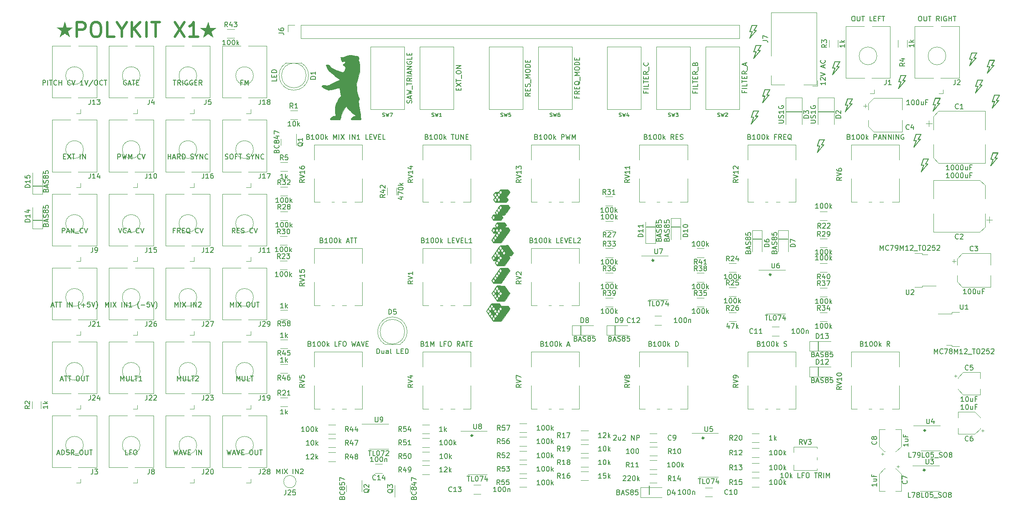
<source format=gbr>
%TF.GenerationSoftware,KiCad,Pcbnew,6.0.9-8da3e8f707~116~ubuntu22.04.1*%
%TF.CreationDate,2022-11-22T22:51:57+01:00*%
%TF.ProjectId,polykit-x-monosynth,706f6c79-6b69-4742-9d78-2d6d6f6e6f73,v0.0.3*%
%TF.SameCoordinates,Original*%
%TF.FileFunction,Legend,Top*%
%TF.FilePolarity,Positive*%
%FSLAX46Y46*%
G04 Gerber Fmt 4.6, Leading zero omitted, Abs format (unit mm)*
G04 Created by KiCad (PCBNEW 6.0.9-8da3e8f707~116~ubuntu22.04.1) date 2022-11-22 22:51:57*
%MOMM*%
%LPD*%
G01*
G04 APERTURE LIST*
%ADD10C,0.325000*%
%ADD11C,0.150000*%
%ADD12C,0.500000*%
%ADD13C,0.010000*%
%ADD14C,0.120000*%
G04 APERTURE END LIST*
D10*
X235162500Y-147500000D02*
G75*
G03*
X235162500Y-147500000I-162500J0D01*
G01*
D11*
X216600000Y-82900000D02*
X213400000Y-82900000D01*
X165200000Y-126300000D02*
X165200000Y-128100000D01*
X179100000Y-160500000D02*
X179100000Y-158700000D01*
X207200000Y-108700000D02*
X205400000Y-108700000D01*
X213400000Y-129500000D02*
X213400000Y-131300000D01*
D10*
X203812500Y-115900000D02*
G75*
G03*
X203812500Y-115900000I-162500J0D01*
G01*
D11*
X183600000Y-106200000D02*
X185400000Y-106200000D01*
X54100000Y-97900000D02*
X55700000Y-97900000D01*
X55700000Y-97900000D02*
X55900000Y-97900000D01*
X172200000Y-126300000D02*
X172200000Y-128100000D01*
D10*
X143287500Y-148540000D02*
G75*
G03*
X143287500Y-148540000I-162500J0D01*
G01*
D11*
X54100000Y-104900000D02*
X55900000Y-104900000D01*
X200100000Y-108700000D02*
X201900000Y-108700000D01*
X210100000Y-82900000D02*
X206900000Y-82900000D01*
X178500000Y-106200000D02*
X180300000Y-106200000D01*
D10*
X190187500Y-149040000D02*
G75*
G03*
X190187500Y-149040000I-162500J0D01*
G01*
D11*
X213400000Y-134700000D02*
X213400000Y-136500000D01*
D10*
X235062500Y-155550000D02*
G75*
G03*
X235062500Y-155550000I-162500J0D01*
G01*
X180012500Y-113000000D02*
G75*
G03*
X180012500Y-113000000I-162500J0D01*
G01*
D12*
X62985714Y-67657142D02*
X62985714Y-64657142D01*
X64128571Y-64657142D01*
X64414285Y-64800000D01*
X64557142Y-64942857D01*
X64700000Y-65228571D01*
X64700000Y-65657142D01*
X64557142Y-65942857D01*
X64414285Y-66085714D01*
X64128571Y-66228571D01*
X62985714Y-66228571D01*
X66557142Y-64657142D02*
X67128571Y-64657142D01*
X67414285Y-64800000D01*
X67700000Y-65085714D01*
X67842857Y-65657142D01*
X67842857Y-66657142D01*
X67700000Y-67228571D01*
X67414285Y-67514285D01*
X67128571Y-67657142D01*
X66557142Y-67657142D01*
X66271428Y-67514285D01*
X65985714Y-67228571D01*
X65842857Y-66657142D01*
X65842857Y-65657142D01*
X65985714Y-65085714D01*
X66271428Y-64800000D01*
X66557142Y-64657142D01*
X70557142Y-67657142D02*
X69128571Y-67657142D01*
X69128571Y-64657142D01*
X72128571Y-66228571D02*
X72128571Y-67657142D01*
X71128571Y-64657142D02*
X72128571Y-66228571D01*
X73128571Y-64657142D01*
X74128571Y-67657142D02*
X74128571Y-64657142D01*
X75842857Y-67657142D02*
X74557142Y-65942857D01*
X75842857Y-64657142D02*
X74128571Y-66371428D01*
X77128571Y-67657142D02*
X77128571Y-64657142D01*
X78128571Y-64657142D02*
X79842857Y-64657142D01*
X78985714Y-67657142D02*
X78985714Y-64657142D01*
X82842857Y-64657142D02*
X84842857Y-67657142D01*
X84842857Y-64657142D02*
X82842857Y-67657142D01*
X87557142Y-67657142D02*
X85842857Y-67657142D01*
X86700000Y-67657142D02*
X86700000Y-64657142D01*
X86414285Y-65085714D01*
X86128571Y-65371428D01*
X85842857Y-65514285D01*
D11*
%TO.C,R2*%
X53432380Y-142516666D02*
X52956190Y-142850000D01*
X53432380Y-143088095D02*
X52432380Y-143088095D01*
X52432380Y-142707142D01*
X52480000Y-142611904D01*
X52527619Y-142564285D01*
X52622857Y-142516666D01*
X52765714Y-142516666D01*
X52860952Y-142564285D01*
X52908571Y-142611904D01*
X52956190Y-142707142D01*
X52956190Y-143088095D01*
X52527619Y-142135714D02*
X52480000Y-142088095D01*
X52432380Y-141992857D01*
X52432380Y-141754761D01*
X52480000Y-141659523D01*
X52527619Y-141611904D01*
X52622857Y-141564285D01*
X52718095Y-141564285D01*
X52860952Y-141611904D01*
X53432380Y-142183333D01*
X53432380Y-141564285D01*
X57072380Y-142469047D02*
X57072380Y-143040476D01*
X57072380Y-142754761D02*
X56072380Y-142754761D01*
X56215238Y-142850000D01*
X56310476Y-142945238D01*
X56358095Y-143040476D01*
X57072380Y-142040476D02*
X56072380Y-142040476D01*
X56691428Y-141945238D02*
X57072380Y-141659523D01*
X56405714Y-141659523D02*
X56786666Y-142040476D01*
%TO.C,J23*%
X88720476Y-140372380D02*
X88720476Y-141086666D01*
X88672857Y-141229523D01*
X88577619Y-141324761D01*
X88434761Y-141372380D01*
X88339523Y-141372380D01*
X89149047Y-140467619D02*
X89196666Y-140420000D01*
X89291904Y-140372380D01*
X89530000Y-140372380D01*
X89625238Y-140420000D01*
X89672857Y-140467619D01*
X89720476Y-140562857D01*
X89720476Y-140658095D01*
X89672857Y-140800952D01*
X89101428Y-141372380D01*
X89720476Y-141372380D01*
X90053809Y-140372380D02*
X90672857Y-140372380D01*
X90339523Y-140753333D01*
X90482380Y-140753333D01*
X90577619Y-140800952D01*
X90625238Y-140848571D01*
X90672857Y-140943809D01*
X90672857Y-141181904D01*
X90625238Y-141277142D01*
X90577619Y-141324761D01*
X90482380Y-141372380D01*
X90196666Y-141372380D01*
X90101428Y-141324761D01*
X90053809Y-141277142D01*
X83380952Y-137452380D02*
X83380952Y-136452380D01*
X83714285Y-137166666D01*
X84047619Y-136452380D01*
X84047619Y-137452380D01*
X84523809Y-136452380D02*
X84523809Y-137261904D01*
X84571428Y-137357142D01*
X84619047Y-137404761D01*
X84714285Y-137452380D01*
X84904761Y-137452380D01*
X85000000Y-137404761D01*
X85047619Y-137357142D01*
X85095238Y-137261904D01*
X85095238Y-136452380D01*
X86047619Y-137452380D02*
X85571428Y-137452380D01*
X85571428Y-136452380D01*
X86238095Y-136452380D02*
X86809523Y-136452380D01*
X86523809Y-137452380D02*
X86523809Y-136452380D01*
X87095238Y-136547619D02*
X87142857Y-136500000D01*
X87238095Y-136452380D01*
X87476190Y-136452380D01*
X87571428Y-136500000D01*
X87619047Y-136547619D01*
X87666666Y-136642857D01*
X87666666Y-136738095D01*
X87619047Y-136880952D01*
X87047619Y-137452380D01*
X87666666Y-137452380D01*
%TO.C,SW7*%
X125000000Y-83803571D02*
X125107142Y-83839285D01*
X125285714Y-83839285D01*
X125357142Y-83803571D01*
X125392857Y-83767857D01*
X125428571Y-83696428D01*
X125428571Y-83625000D01*
X125392857Y-83553571D01*
X125357142Y-83517857D01*
X125285714Y-83482142D01*
X125142857Y-83446428D01*
X125071428Y-83410714D01*
X125035714Y-83375000D01*
X125000000Y-83303571D01*
X125000000Y-83232142D01*
X125035714Y-83160714D01*
X125071428Y-83125000D01*
X125142857Y-83089285D01*
X125321428Y-83089285D01*
X125428571Y-83125000D01*
X125678571Y-83089285D02*
X125857142Y-83839285D01*
X126000000Y-83303571D01*
X126142857Y-83839285D01*
X126321428Y-83089285D01*
X126535714Y-83089285D02*
X127035714Y-83089285D01*
X126714285Y-83839285D01*
X130904761Y-81095238D02*
X130952380Y-80952380D01*
X130952380Y-80714285D01*
X130904761Y-80619047D01*
X130857142Y-80571428D01*
X130761904Y-80523809D01*
X130666666Y-80523809D01*
X130571428Y-80571428D01*
X130523809Y-80619047D01*
X130476190Y-80714285D01*
X130428571Y-80904761D01*
X130380952Y-81000000D01*
X130333333Y-81047619D01*
X130238095Y-81095238D01*
X130142857Y-81095238D01*
X130047619Y-81047619D01*
X130000000Y-81000000D01*
X129952380Y-80904761D01*
X129952380Y-80666666D01*
X130000000Y-80523809D01*
X130666666Y-80142857D02*
X130666666Y-79666666D01*
X130952380Y-80238095D02*
X129952380Y-79904761D01*
X130952380Y-79571428D01*
X129952380Y-79333333D02*
X130952380Y-79095238D01*
X130238095Y-78904761D01*
X130952380Y-78714285D01*
X129952380Y-78476190D01*
X131047619Y-78333333D02*
X131047619Y-77571428D01*
X129952380Y-77476190D02*
X129952380Y-76904761D01*
X130952380Y-77190476D02*
X129952380Y-77190476D01*
X130952380Y-76000000D02*
X130476190Y-76333333D01*
X130952380Y-76571428D02*
X129952380Y-76571428D01*
X129952380Y-76190476D01*
X130000000Y-76095238D01*
X130047619Y-76047619D01*
X130142857Y-76000000D01*
X130285714Y-76000000D01*
X130380952Y-76047619D01*
X130428571Y-76095238D01*
X130476190Y-76190476D01*
X130476190Y-76571428D01*
X130952380Y-75571428D02*
X129952380Y-75571428D01*
X130666666Y-75142857D02*
X130666666Y-74666666D01*
X130952380Y-75238095D02*
X129952380Y-74904761D01*
X130952380Y-74571428D01*
X130952380Y-74238095D02*
X129952380Y-74238095D01*
X130952380Y-73666666D01*
X129952380Y-73666666D01*
X130000000Y-72666666D02*
X129952380Y-72761904D01*
X129952380Y-72904761D01*
X130000000Y-73047619D01*
X130095238Y-73142857D01*
X130190476Y-73190476D01*
X130380952Y-73238095D01*
X130523809Y-73238095D01*
X130714285Y-73190476D01*
X130809523Y-73142857D01*
X130904761Y-73047619D01*
X130952380Y-72904761D01*
X130952380Y-72809523D01*
X130904761Y-72666666D01*
X130857142Y-72619047D01*
X130523809Y-72619047D01*
X130523809Y-72809523D01*
X130952380Y-71714285D02*
X130952380Y-72190476D01*
X129952380Y-72190476D01*
X130428571Y-71380952D02*
X130428571Y-71047619D01*
X130952380Y-70904761D02*
X130952380Y-71380952D01*
X129952380Y-71380952D01*
X129952380Y-70904761D01*
%TO.C,R5*%
X104833333Y-92632380D02*
X104500000Y-92156190D01*
X104261904Y-92632380D02*
X104261904Y-91632380D01*
X104642857Y-91632380D01*
X104738095Y-91680000D01*
X104785714Y-91727619D01*
X104833333Y-91822857D01*
X104833333Y-91965714D01*
X104785714Y-92060952D01*
X104738095Y-92108571D01*
X104642857Y-92156190D01*
X104261904Y-92156190D01*
X105738095Y-91632380D02*
X105261904Y-91632380D01*
X105214285Y-92108571D01*
X105261904Y-92060952D01*
X105357142Y-92013333D01*
X105595238Y-92013333D01*
X105690476Y-92060952D01*
X105738095Y-92108571D01*
X105785714Y-92203809D01*
X105785714Y-92441904D01*
X105738095Y-92537142D01*
X105690476Y-92584761D01*
X105595238Y-92632380D01*
X105357142Y-92632380D01*
X105261904Y-92584761D01*
X105214285Y-92537142D01*
X104880952Y-96452380D02*
X104309523Y-96452380D01*
X104595238Y-96452380D02*
X104595238Y-95452380D01*
X104500000Y-95595238D01*
X104404761Y-95690476D01*
X104309523Y-95738095D01*
X105309523Y-96452380D02*
X105309523Y-95452380D01*
X105404761Y-96071428D02*
X105690476Y-96452380D01*
X105690476Y-95785714D02*
X105309523Y-96166666D01*
%TO.C,C7*%
X231357142Y-157716666D02*
X231404761Y-157764285D01*
X231452380Y-157907142D01*
X231452380Y-158002380D01*
X231404761Y-158145238D01*
X231309523Y-158240476D01*
X231214285Y-158288095D01*
X231023809Y-158335714D01*
X230880952Y-158335714D01*
X230690476Y-158288095D01*
X230595238Y-158240476D01*
X230500000Y-158145238D01*
X230452380Y-158002380D01*
X230452380Y-157907142D01*
X230500000Y-157764285D01*
X230547619Y-157716666D01*
X230452380Y-157383333D02*
X230452380Y-156716666D01*
X231452380Y-157145238D01*
X225230498Y-158239171D02*
X225230498Y-158810599D01*
X225230498Y-158524885D02*
X224230498Y-158524885D01*
X224373356Y-158620123D01*
X224468594Y-158715361D01*
X224516213Y-158810599D01*
X224563832Y-157382028D02*
X225230498Y-157382028D01*
X224563832Y-157810599D02*
X225087641Y-157810599D01*
X225182879Y-157762980D01*
X225230498Y-157667742D01*
X225230498Y-157524885D01*
X225182879Y-157429647D01*
X225135260Y-157382028D01*
X224706689Y-156572504D02*
X224706689Y-156905837D01*
X225230498Y-156905837D02*
X224230498Y-156905837D01*
X224230498Y-156429647D01*
%TO.C,J15*%
X77220476Y-110372380D02*
X77220476Y-111086666D01*
X77172857Y-111229523D01*
X77077619Y-111324761D01*
X76934761Y-111372380D01*
X76839523Y-111372380D01*
X78220476Y-111372380D02*
X77649047Y-111372380D01*
X77934761Y-111372380D02*
X77934761Y-110372380D01*
X77839523Y-110515238D01*
X77744285Y-110610476D01*
X77649047Y-110658095D01*
X79125238Y-110372380D02*
X78649047Y-110372380D01*
X78601428Y-110848571D01*
X78649047Y-110800952D01*
X78744285Y-110753333D01*
X78982380Y-110753333D01*
X79077619Y-110800952D01*
X79125238Y-110848571D01*
X79172857Y-110943809D01*
X79172857Y-111181904D01*
X79125238Y-111277142D01*
X79077619Y-111324761D01*
X78982380Y-111372380D01*
X78744285Y-111372380D01*
X78649047Y-111324761D01*
X78601428Y-111277142D01*
X71428571Y-106452380D02*
X71761904Y-107452380D01*
X72095238Y-106452380D01*
X73000000Y-107357142D02*
X72952380Y-107404761D01*
X72809523Y-107452380D01*
X72714285Y-107452380D01*
X72571428Y-107404761D01*
X72476190Y-107309523D01*
X72428571Y-107214285D01*
X72380952Y-107023809D01*
X72380952Y-106880952D01*
X72428571Y-106690476D01*
X72476190Y-106595238D01*
X72571428Y-106500000D01*
X72714285Y-106452380D01*
X72809523Y-106452380D01*
X72952380Y-106500000D01*
X73000000Y-106547619D01*
X73380952Y-107166666D02*
X73857142Y-107166666D01*
X73285714Y-107452380D02*
X73619047Y-106452380D01*
X73952380Y-107452380D01*
X75619047Y-107357142D02*
X75571428Y-107404761D01*
X75428571Y-107452380D01*
X75333333Y-107452380D01*
X75190476Y-107404761D01*
X75095238Y-107309523D01*
X75047619Y-107214285D01*
X75000000Y-107023809D01*
X75000000Y-106880952D01*
X75047619Y-106690476D01*
X75095238Y-106595238D01*
X75190476Y-106500000D01*
X75333333Y-106452380D01*
X75428571Y-106452380D01*
X75571428Y-106500000D01*
X75619047Y-106547619D01*
X75904761Y-106452380D02*
X76238095Y-107452380D01*
X76571428Y-106452380D01*
%TO.C,C11*%
X200107142Y-127757142D02*
X200059523Y-127804761D01*
X199916666Y-127852380D01*
X199821428Y-127852380D01*
X199678571Y-127804761D01*
X199583333Y-127709523D01*
X199535714Y-127614285D01*
X199488095Y-127423809D01*
X199488095Y-127280952D01*
X199535714Y-127090476D01*
X199583333Y-126995238D01*
X199678571Y-126900000D01*
X199821428Y-126852380D01*
X199916666Y-126852380D01*
X200059523Y-126900000D01*
X200107142Y-126947619D01*
X201059523Y-127852380D02*
X200488095Y-127852380D01*
X200773809Y-127852380D02*
X200773809Y-126852380D01*
X200678571Y-126995238D01*
X200583333Y-127090476D01*
X200488095Y-127138095D01*
X202011904Y-127852380D02*
X201440476Y-127852380D01*
X201726190Y-127852380D02*
X201726190Y-126852380D01*
X201630952Y-126995238D01*
X201535714Y-127090476D01*
X201440476Y-127138095D01*
X208630952Y-127852380D02*
X208059523Y-127852380D01*
X208345238Y-127852380D02*
X208345238Y-126852380D01*
X208250000Y-126995238D01*
X208154761Y-127090476D01*
X208059523Y-127138095D01*
X209250000Y-126852380D02*
X209345238Y-126852380D01*
X209440476Y-126900000D01*
X209488095Y-126947619D01*
X209535714Y-127042857D01*
X209583333Y-127233333D01*
X209583333Y-127471428D01*
X209535714Y-127661904D01*
X209488095Y-127757142D01*
X209440476Y-127804761D01*
X209345238Y-127852380D01*
X209250000Y-127852380D01*
X209154761Y-127804761D01*
X209107142Y-127757142D01*
X209059523Y-127661904D01*
X209011904Y-127471428D01*
X209011904Y-127233333D01*
X209059523Y-127042857D01*
X209107142Y-126947619D01*
X209154761Y-126900000D01*
X209250000Y-126852380D01*
X210202380Y-126852380D02*
X210297619Y-126852380D01*
X210392857Y-126900000D01*
X210440476Y-126947619D01*
X210488095Y-127042857D01*
X210535714Y-127233333D01*
X210535714Y-127471428D01*
X210488095Y-127661904D01*
X210440476Y-127757142D01*
X210392857Y-127804761D01*
X210297619Y-127852380D01*
X210202380Y-127852380D01*
X210107142Y-127804761D01*
X210059523Y-127757142D01*
X210011904Y-127661904D01*
X209964285Y-127471428D01*
X209964285Y-127233333D01*
X210011904Y-127042857D01*
X210059523Y-126947619D01*
X210107142Y-126900000D01*
X210202380Y-126852380D01*
X210964285Y-127185714D02*
X210964285Y-127852380D01*
X210964285Y-127280952D02*
X211011904Y-127233333D01*
X211107142Y-127185714D01*
X211250000Y-127185714D01*
X211345238Y-127233333D01*
X211392857Y-127328571D01*
X211392857Y-127852380D01*
%TO.C,R22*%
X213907142Y-106452380D02*
X213573809Y-105976190D01*
X213335714Y-106452380D02*
X213335714Y-105452380D01*
X213716666Y-105452380D01*
X213811904Y-105500000D01*
X213859523Y-105547619D01*
X213907142Y-105642857D01*
X213907142Y-105785714D01*
X213859523Y-105880952D01*
X213811904Y-105928571D01*
X213716666Y-105976190D01*
X213335714Y-105976190D01*
X214288095Y-105547619D02*
X214335714Y-105500000D01*
X214430952Y-105452380D01*
X214669047Y-105452380D01*
X214764285Y-105500000D01*
X214811904Y-105547619D01*
X214859523Y-105642857D01*
X214859523Y-105738095D01*
X214811904Y-105880952D01*
X214240476Y-106452380D01*
X214859523Y-106452380D01*
X215240476Y-105547619D02*
X215288095Y-105500000D01*
X215383333Y-105452380D01*
X215621428Y-105452380D01*
X215716666Y-105500000D01*
X215764285Y-105547619D01*
X215811904Y-105642857D01*
X215811904Y-105738095D01*
X215764285Y-105880952D01*
X215192857Y-106452380D01*
X215811904Y-106452380D01*
X213428571Y-102452380D02*
X212857142Y-102452380D01*
X213142857Y-102452380D02*
X213142857Y-101452380D01*
X213047619Y-101595238D01*
X212952380Y-101690476D01*
X212857142Y-101738095D01*
X214047619Y-101452380D02*
X214142857Y-101452380D01*
X214238095Y-101500000D01*
X214285714Y-101547619D01*
X214333333Y-101642857D01*
X214380952Y-101833333D01*
X214380952Y-102071428D01*
X214333333Y-102261904D01*
X214285714Y-102357142D01*
X214238095Y-102404761D01*
X214142857Y-102452380D01*
X214047619Y-102452380D01*
X213952380Y-102404761D01*
X213904761Y-102357142D01*
X213857142Y-102261904D01*
X213809523Y-102071428D01*
X213809523Y-101833333D01*
X213857142Y-101642857D01*
X213904761Y-101547619D01*
X213952380Y-101500000D01*
X214047619Y-101452380D01*
X215000000Y-101452380D02*
X215095238Y-101452380D01*
X215190476Y-101500000D01*
X215238095Y-101547619D01*
X215285714Y-101642857D01*
X215333333Y-101833333D01*
X215333333Y-102071428D01*
X215285714Y-102261904D01*
X215238095Y-102357142D01*
X215190476Y-102404761D01*
X215095238Y-102452380D01*
X215000000Y-102452380D01*
X214904761Y-102404761D01*
X214857142Y-102357142D01*
X214809523Y-102261904D01*
X214761904Y-102071428D01*
X214761904Y-101833333D01*
X214809523Y-101642857D01*
X214857142Y-101547619D01*
X214904761Y-101500000D01*
X215000000Y-101452380D01*
X215761904Y-102452380D02*
X215761904Y-101452380D01*
X215857142Y-102071428D02*
X216142857Y-102452380D01*
X216142857Y-101785714D02*
X215761904Y-102166666D01*
%TO.C,R19*%
X161107142Y-151702380D02*
X160773809Y-151226190D01*
X160535714Y-151702380D02*
X160535714Y-150702380D01*
X160916666Y-150702380D01*
X161011904Y-150750000D01*
X161059523Y-150797619D01*
X161107142Y-150892857D01*
X161107142Y-151035714D01*
X161059523Y-151130952D01*
X161011904Y-151178571D01*
X160916666Y-151226190D01*
X160535714Y-151226190D01*
X162059523Y-151702380D02*
X161488095Y-151702380D01*
X161773809Y-151702380D02*
X161773809Y-150702380D01*
X161678571Y-150845238D01*
X161583333Y-150940476D01*
X161488095Y-150988095D01*
X162535714Y-151702380D02*
X162726190Y-151702380D01*
X162821428Y-151654761D01*
X162869047Y-151607142D01*
X162964285Y-151464285D01*
X163011904Y-151273809D01*
X163011904Y-150892857D01*
X162964285Y-150797619D01*
X162916666Y-150750000D01*
X162821428Y-150702380D01*
X162630952Y-150702380D01*
X162535714Y-150750000D01*
X162488095Y-150797619D01*
X162440476Y-150892857D01*
X162440476Y-151130952D01*
X162488095Y-151226190D01*
X162535714Y-151273809D01*
X162630952Y-151321428D01*
X162821428Y-151321428D01*
X162916666Y-151273809D01*
X162964285Y-151226190D01*
X163011904Y-151130952D01*
X169404761Y-151702380D02*
X168833333Y-151702380D01*
X169119047Y-151702380D02*
X169119047Y-150702380D01*
X169023809Y-150845238D01*
X168928571Y-150940476D01*
X168833333Y-150988095D01*
X170023809Y-150702380D02*
X170119047Y-150702380D01*
X170214285Y-150750000D01*
X170261904Y-150797619D01*
X170309523Y-150892857D01*
X170357142Y-151083333D01*
X170357142Y-151321428D01*
X170309523Y-151511904D01*
X170261904Y-151607142D01*
X170214285Y-151654761D01*
X170119047Y-151702380D01*
X170023809Y-151702380D01*
X169928571Y-151654761D01*
X169880952Y-151607142D01*
X169833333Y-151511904D01*
X169785714Y-151321428D01*
X169785714Y-151083333D01*
X169833333Y-150892857D01*
X169880952Y-150797619D01*
X169928571Y-150750000D01*
X170023809Y-150702380D01*
X170785714Y-151702380D02*
X170785714Y-150702380D01*
X170880952Y-151321428D02*
X171166666Y-151702380D01*
X171166666Y-151035714D02*
X170785714Y-151416666D01*
%TO.C,R45*%
X104357142Y-132272380D02*
X104023809Y-131796190D01*
X103785714Y-132272380D02*
X103785714Y-131272380D01*
X104166666Y-131272380D01*
X104261904Y-131320000D01*
X104309523Y-131367619D01*
X104357142Y-131462857D01*
X104357142Y-131605714D01*
X104309523Y-131700952D01*
X104261904Y-131748571D01*
X104166666Y-131796190D01*
X103785714Y-131796190D01*
X105214285Y-131605714D02*
X105214285Y-132272380D01*
X104976190Y-131224761D02*
X104738095Y-131939047D01*
X105357142Y-131939047D01*
X106214285Y-131272380D02*
X105738095Y-131272380D01*
X105690476Y-131748571D01*
X105738095Y-131700952D01*
X105833333Y-131653333D01*
X106071428Y-131653333D01*
X106166666Y-131700952D01*
X106214285Y-131748571D01*
X106261904Y-131843809D01*
X106261904Y-132081904D01*
X106214285Y-132177142D01*
X106166666Y-132224761D01*
X106071428Y-132272380D01*
X105833333Y-132272380D01*
X105738095Y-132224761D01*
X105690476Y-132177142D01*
X104880952Y-128632380D02*
X104309523Y-128632380D01*
X104595238Y-128632380D02*
X104595238Y-127632380D01*
X104500000Y-127775238D01*
X104404761Y-127870476D01*
X104309523Y-127918095D01*
X105309523Y-128632380D02*
X105309523Y-127632380D01*
X105404761Y-128251428D02*
X105690476Y-128632380D01*
X105690476Y-127965714D02*
X105309523Y-128346666D01*
%TO.C,J18*%
X100220476Y-80372380D02*
X100220476Y-81086666D01*
X100172857Y-81229523D01*
X100077619Y-81324761D01*
X99934761Y-81372380D01*
X99839523Y-81372380D01*
X101220476Y-81372380D02*
X100649047Y-81372380D01*
X100934761Y-81372380D02*
X100934761Y-80372380D01*
X100839523Y-80515238D01*
X100744285Y-80610476D01*
X100649047Y-80658095D01*
X101791904Y-80800952D02*
X101696666Y-80753333D01*
X101649047Y-80705714D01*
X101601428Y-80610476D01*
X101601428Y-80562857D01*
X101649047Y-80467619D01*
X101696666Y-80420000D01*
X101791904Y-80372380D01*
X101982380Y-80372380D01*
X102077619Y-80420000D01*
X102125238Y-80467619D01*
X102172857Y-80562857D01*
X102172857Y-80610476D01*
X102125238Y-80705714D01*
X102077619Y-80753333D01*
X101982380Y-80800952D01*
X101791904Y-80800952D01*
X101696666Y-80848571D01*
X101649047Y-80896190D01*
X101601428Y-80991428D01*
X101601428Y-81181904D01*
X101649047Y-81277142D01*
X101696666Y-81324761D01*
X101791904Y-81372380D01*
X101982380Y-81372380D01*
X102077619Y-81324761D01*
X102125238Y-81277142D01*
X102172857Y-81181904D01*
X102172857Y-80991428D01*
X102125238Y-80896190D01*
X102077619Y-80848571D01*
X101982380Y-80800952D01*
X96571428Y-76928571D02*
X96238095Y-76928571D01*
X96238095Y-77452380D02*
X96238095Y-76452380D01*
X96714285Y-76452380D01*
X97095238Y-77452380D02*
X97095238Y-76452380D01*
X97428571Y-77166666D01*
X97761904Y-76452380D01*
X97761904Y-77452380D01*
%TO.C,C9*%
X183558333Y-149382142D02*
X183510714Y-149429761D01*
X183367857Y-149477380D01*
X183272619Y-149477380D01*
X183129761Y-149429761D01*
X183034523Y-149334523D01*
X182986904Y-149239285D01*
X182939285Y-149048809D01*
X182939285Y-148905952D01*
X182986904Y-148715476D01*
X183034523Y-148620238D01*
X183129761Y-148525000D01*
X183272619Y-148477380D01*
X183367857Y-148477380D01*
X183510714Y-148525000D01*
X183558333Y-148572619D01*
X184034523Y-149477380D02*
X184225000Y-149477380D01*
X184320238Y-149429761D01*
X184367857Y-149382142D01*
X184463095Y-149239285D01*
X184510714Y-149048809D01*
X184510714Y-148667857D01*
X184463095Y-148572619D01*
X184415476Y-148525000D01*
X184320238Y-148477380D01*
X184129761Y-148477380D01*
X184034523Y-148525000D01*
X183986904Y-148572619D01*
X183939285Y-148667857D01*
X183939285Y-148905952D01*
X183986904Y-149001190D01*
X184034523Y-149048809D01*
X184129761Y-149096428D01*
X184320238Y-149096428D01*
X184415476Y-149048809D01*
X184463095Y-149001190D01*
X184510714Y-148905952D01*
X171880952Y-148572619D02*
X171928571Y-148525000D01*
X172023809Y-148477380D01*
X172261904Y-148477380D01*
X172357142Y-148525000D01*
X172404761Y-148572619D01*
X172452380Y-148667857D01*
X172452380Y-148763095D01*
X172404761Y-148905952D01*
X171833333Y-149477380D01*
X172452380Y-149477380D01*
X173309523Y-148810714D02*
X173309523Y-149477380D01*
X172880952Y-148810714D02*
X172880952Y-149334523D01*
X172928571Y-149429761D01*
X173023809Y-149477380D01*
X173166666Y-149477380D01*
X173261904Y-149429761D01*
X173309523Y-149382142D01*
X173738095Y-148572619D02*
X173785714Y-148525000D01*
X173880952Y-148477380D01*
X174119047Y-148477380D01*
X174214285Y-148525000D01*
X174261904Y-148572619D01*
X174309523Y-148667857D01*
X174309523Y-148763095D01*
X174261904Y-148905952D01*
X173690476Y-149477380D01*
X174309523Y-149477380D01*
X175500000Y-149477380D02*
X175500000Y-148477380D01*
X176071428Y-149477380D01*
X176071428Y-148477380D01*
X176547619Y-149477380D02*
X176547619Y-148477380D01*
X176928571Y-148477380D01*
X177023809Y-148525000D01*
X177071428Y-148572619D01*
X177119047Y-148667857D01*
X177119047Y-148810714D01*
X177071428Y-148905952D01*
X177023809Y-148953571D01*
X176928571Y-149001190D01*
X176547619Y-149001190D01*
%TO.C,Q2*%
X122322619Y-159395238D02*
X122275000Y-159490476D01*
X122179761Y-159585714D01*
X122036904Y-159728571D01*
X121989285Y-159823809D01*
X121989285Y-159919047D01*
X122227380Y-159871428D02*
X122179761Y-159966666D01*
X122084523Y-160061904D01*
X121894047Y-160109523D01*
X121560714Y-160109523D01*
X121370238Y-160061904D01*
X121275000Y-159966666D01*
X121227380Y-159871428D01*
X121227380Y-159680952D01*
X121275000Y-159585714D01*
X121370238Y-159490476D01*
X121560714Y-159442857D01*
X121894047Y-159442857D01*
X122084523Y-159490476D01*
X122179761Y-159585714D01*
X122227380Y-159680952D01*
X122227380Y-159871428D01*
X121322619Y-159061904D02*
X121275000Y-159014285D01*
X121227380Y-158919047D01*
X121227380Y-158680952D01*
X121275000Y-158585714D01*
X121322619Y-158538095D01*
X121417857Y-158490476D01*
X121513095Y-158490476D01*
X121655952Y-158538095D01*
X122227380Y-159109523D01*
X122227380Y-158490476D01*
X116778571Y-161157142D02*
X116826190Y-161014285D01*
X116873809Y-160966666D01*
X116969047Y-160919047D01*
X117111904Y-160919047D01*
X117207142Y-160966666D01*
X117254761Y-161014285D01*
X117302380Y-161109523D01*
X117302380Y-161490476D01*
X116302380Y-161490476D01*
X116302380Y-161157142D01*
X116350000Y-161061904D01*
X116397619Y-161014285D01*
X116492857Y-160966666D01*
X116588095Y-160966666D01*
X116683333Y-161014285D01*
X116730952Y-161061904D01*
X116778571Y-161157142D01*
X116778571Y-161490476D01*
X117207142Y-159919047D02*
X117254761Y-159966666D01*
X117302380Y-160109523D01*
X117302380Y-160204761D01*
X117254761Y-160347619D01*
X117159523Y-160442857D01*
X117064285Y-160490476D01*
X116873809Y-160538095D01*
X116730952Y-160538095D01*
X116540476Y-160490476D01*
X116445238Y-160442857D01*
X116350000Y-160347619D01*
X116302380Y-160204761D01*
X116302380Y-160109523D01*
X116350000Y-159966666D01*
X116397619Y-159919047D01*
X116730952Y-159347619D02*
X116683333Y-159442857D01*
X116635714Y-159490476D01*
X116540476Y-159538095D01*
X116492857Y-159538095D01*
X116397619Y-159490476D01*
X116350000Y-159442857D01*
X116302380Y-159347619D01*
X116302380Y-159157142D01*
X116350000Y-159061904D01*
X116397619Y-159014285D01*
X116492857Y-158966666D01*
X116540476Y-158966666D01*
X116635714Y-159014285D01*
X116683333Y-159061904D01*
X116730952Y-159157142D01*
X116730952Y-159347619D01*
X116778571Y-159442857D01*
X116826190Y-159490476D01*
X116921428Y-159538095D01*
X117111904Y-159538095D01*
X117207142Y-159490476D01*
X117254761Y-159442857D01*
X117302380Y-159347619D01*
X117302380Y-159157142D01*
X117254761Y-159061904D01*
X117207142Y-159014285D01*
X117111904Y-158966666D01*
X116921428Y-158966666D01*
X116826190Y-159014285D01*
X116778571Y-159061904D01*
X116730952Y-159157142D01*
X116302380Y-158061904D02*
X116302380Y-158538095D01*
X116778571Y-158585714D01*
X116730952Y-158538095D01*
X116683333Y-158442857D01*
X116683333Y-158204761D01*
X116730952Y-158109523D01*
X116778571Y-158061904D01*
X116873809Y-158014285D01*
X117111904Y-158014285D01*
X117207142Y-158061904D01*
X117254761Y-158109523D01*
X117302380Y-158204761D01*
X117302380Y-158442857D01*
X117254761Y-158538095D01*
X117207142Y-158585714D01*
X116302380Y-157680952D02*
X116302380Y-157014285D01*
X117302380Y-157442857D01*
%TO.C,J16*%
X88720476Y-95372380D02*
X88720476Y-96086666D01*
X88672857Y-96229523D01*
X88577619Y-96324761D01*
X88434761Y-96372380D01*
X88339523Y-96372380D01*
X89720476Y-96372380D02*
X89149047Y-96372380D01*
X89434761Y-96372380D02*
X89434761Y-95372380D01*
X89339523Y-95515238D01*
X89244285Y-95610476D01*
X89149047Y-95658095D01*
X90577619Y-95372380D02*
X90387142Y-95372380D01*
X90291904Y-95420000D01*
X90244285Y-95467619D01*
X90149047Y-95610476D01*
X90101428Y-95800952D01*
X90101428Y-96181904D01*
X90149047Y-96277142D01*
X90196666Y-96324761D01*
X90291904Y-96372380D01*
X90482380Y-96372380D01*
X90577619Y-96324761D01*
X90625238Y-96277142D01*
X90672857Y-96181904D01*
X90672857Y-95943809D01*
X90625238Y-95848571D01*
X90577619Y-95800952D01*
X90482380Y-95753333D01*
X90291904Y-95753333D01*
X90196666Y-95800952D01*
X90149047Y-95848571D01*
X90101428Y-95943809D01*
X81476190Y-92452380D02*
X81476190Y-91452380D01*
X81476190Y-91928571D02*
X82047619Y-91928571D01*
X82047619Y-92452380D02*
X82047619Y-91452380D01*
X82476190Y-92166666D02*
X82952380Y-92166666D01*
X82380952Y-92452380D02*
X82714285Y-91452380D01*
X83047619Y-92452380D01*
X83952380Y-92452380D02*
X83619047Y-91976190D01*
X83380952Y-92452380D02*
X83380952Y-91452380D01*
X83761904Y-91452380D01*
X83857142Y-91500000D01*
X83904761Y-91547619D01*
X83952380Y-91642857D01*
X83952380Y-91785714D01*
X83904761Y-91880952D01*
X83857142Y-91928571D01*
X83761904Y-91976190D01*
X83380952Y-91976190D01*
X84380952Y-92452380D02*
X84380952Y-91452380D01*
X84619047Y-91452380D01*
X84761904Y-91500000D01*
X84857142Y-91595238D01*
X84904761Y-91690476D01*
X84952380Y-91880952D01*
X84952380Y-92023809D01*
X84904761Y-92214285D01*
X84857142Y-92309523D01*
X84761904Y-92404761D01*
X84619047Y-92452380D01*
X84380952Y-92452380D01*
X86095238Y-92404761D02*
X86238095Y-92452380D01*
X86476190Y-92452380D01*
X86571428Y-92404761D01*
X86619047Y-92357142D01*
X86666666Y-92261904D01*
X86666666Y-92166666D01*
X86619047Y-92071428D01*
X86571428Y-92023809D01*
X86476190Y-91976190D01*
X86285714Y-91928571D01*
X86190476Y-91880952D01*
X86142857Y-91833333D01*
X86095238Y-91738095D01*
X86095238Y-91642857D01*
X86142857Y-91547619D01*
X86190476Y-91500000D01*
X86285714Y-91452380D01*
X86523809Y-91452380D01*
X86666666Y-91500000D01*
X87285714Y-91976190D02*
X87285714Y-92452380D01*
X86952380Y-91452380D02*
X87285714Y-91976190D01*
X87619047Y-91452380D01*
X87952380Y-92452380D02*
X87952380Y-91452380D01*
X88523809Y-92452380D01*
X88523809Y-91452380D01*
X89571428Y-92357142D02*
X89523809Y-92404761D01*
X89380952Y-92452380D01*
X89285714Y-92452380D01*
X89142857Y-92404761D01*
X89047619Y-92309523D01*
X89000000Y-92214285D01*
X88952380Y-92023809D01*
X88952380Y-91880952D01*
X89000000Y-91690476D01*
X89047619Y-91595238D01*
X89142857Y-91500000D01*
X89285714Y-91452380D01*
X89380952Y-91452380D01*
X89523809Y-91500000D01*
X89571428Y-91547619D01*
%TO.C,Q1*%
X108897619Y-89095238D02*
X108850000Y-89190476D01*
X108754761Y-89285714D01*
X108611904Y-89428571D01*
X108564285Y-89523809D01*
X108564285Y-89619047D01*
X108802380Y-89571428D02*
X108754761Y-89666666D01*
X108659523Y-89761904D01*
X108469047Y-89809523D01*
X108135714Y-89809523D01*
X107945238Y-89761904D01*
X107850000Y-89666666D01*
X107802380Y-89571428D01*
X107802380Y-89380952D01*
X107850000Y-89285714D01*
X107945238Y-89190476D01*
X108135714Y-89142857D01*
X108469047Y-89142857D01*
X108659523Y-89190476D01*
X108754761Y-89285714D01*
X108802380Y-89380952D01*
X108802380Y-89571428D01*
X108802380Y-88190476D02*
X108802380Y-88761904D01*
X108802380Y-88476190D02*
X107802380Y-88476190D01*
X107945238Y-88571428D01*
X108040476Y-88666666D01*
X108088095Y-88761904D01*
X103478571Y-90857142D02*
X103526190Y-90714285D01*
X103573809Y-90666666D01*
X103669047Y-90619047D01*
X103811904Y-90619047D01*
X103907142Y-90666666D01*
X103954761Y-90714285D01*
X104002380Y-90809523D01*
X104002380Y-91190476D01*
X103002380Y-91190476D01*
X103002380Y-90857142D01*
X103050000Y-90761904D01*
X103097619Y-90714285D01*
X103192857Y-90666666D01*
X103288095Y-90666666D01*
X103383333Y-90714285D01*
X103430952Y-90761904D01*
X103478571Y-90857142D01*
X103478571Y-91190476D01*
X103907142Y-89619047D02*
X103954761Y-89666666D01*
X104002380Y-89809523D01*
X104002380Y-89904761D01*
X103954761Y-90047619D01*
X103859523Y-90142857D01*
X103764285Y-90190476D01*
X103573809Y-90238095D01*
X103430952Y-90238095D01*
X103240476Y-90190476D01*
X103145238Y-90142857D01*
X103050000Y-90047619D01*
X103002380Y-89904761D01*
X103002380Y-89809523D01*
X103050000Y-89666666D01*
X103097619Y-89619047D01*
X103430952Y-89047619D02*
X103383333Y-89142857D01*
X103335714Y-89190476D01*
X103240476Y-89238095D01*
X103192857Y-89238095D01*
X103097619Y-89190476D01*
X103050000Y-89142857D01*
X103002380Y-89047619D01*
X103002380Y-88857142D01*
X103050000Y-88761904D01*
X103097619Y-88714285D01*
X103192857Y-88666666D01*
X103240476Y-88666666D01*
X103335714Y-88714285D01*
X103383333Y-88761904D01*
X103430952Y-88857142D01*
X103430952Y-89047619D01*
X103478571Y-89142857D01*
X103526190Y-89190476D01*
X103621428Y-89238095D01*
X103811904Y-89238095D01*
X103907142Y-89190476D01*
X103954761Y-89142857D01*
X104002380Y-89047619D01*
X104002380Y-88857142D01*
X103954761Y-88761904D01*
X103907142Y-88714285D01*
X103811904Y-88666666D01*
X103621428Y-88666666D01*
X103526190Y-88714285D01*
X103478571Y-88761904D01*
X103430952Y-88857142D01*
X103335714Y-87809523D02*
X104002380Y-87809523D01*
X102954761Y-88047619D02*
X103669047Y-88285714D01*
X103669047Y-87666666D01*
X103002380Y-87380952D02*
X103002380Y-86714285D01*
X104002380Y-87142857D01*
%TO.C,R1*%
X106833333Y-82132380D02*
X106500000Y-81656190D01*
X106261904Y-82132380D02*
X106261904Y-81132380D01*
X106642857Y-81132380D01*
X106738095Y-81180000D01*
X106785714Y-81227619D01*
X106833333Y-81322857D01*
X106833333Y-81465714D01*
X106785714Y-81560952D01*
X106738095Y-81608571D01*
X106642857Y-81656190D01*
X106261904Y-81656190D01*
X107785714Y-82132380D02*
X107214285Y-82132380D01*
X107500000Y-82132380D02*
X107500000Y-81132380D01*
X107404761Y-81275238D01*
X107309523Y-81370476D01*
X107214285Y-81418095D01*
X106404761Y-85772380D02*
X105833333Y-85772380D01*
X106119047Y-85772380D02*
X106119047Y-84772380D01*
X106023809Y-84915238D01*
X105928571Y-85010476D01*
X105833333Y-85058095D01*
X107023809Y-84772380D02*
X107119047Y-84772380D01*
X107214285Y-84820000D01*
X107261904Y-84867619D01*
X107309523Y-84962857D01*
X107357142Y-85153333D01*
X107357142Y-85391428D01*
X107309523Y-85581904D01*
X107261904Y-85677142D01*
X107214285Y-85724761D01*
X107119047Y-85772380D01*
X107023809Y-85772380D01*
X106928571Y-85724761D01*
X106880952Y-85677142D01*
X106833333Y-85581904D01*
X106785714Y-85391428D01*
X106785714Y-85153333D01*
X106833333Y-84962857D01*
X106880952Y-84867619D01*
X106928571Y-84820000D01*
X107023809Y-84772380D01*
X107785714Y-85772380D02*
X107785714Y-84772380D01*
X107880952Y-85391428D02*
X108166666Y-85772380D01*
X108166666Y-85105714D02*
X107785714Y-85486666D01*
%TO.C,J7*%
X202159880Y-68383333D02*
X202874166Y-68383333D01*
X203017023Y-68430952D01*
X203112261Y-68526190D01*
X203159880Y-68669047D01*
X203159880Y-68764285D01*
X202159880Y-68002380D02*
X202159880Y-67335714D01*
X203159880Y-67764285D01*
X214838630Y-76816948D02*
X214838630Y-77388377D01*
X214838630Y-77102662D02*
X213838630Y-77102662D01*
X213981488Y-77197900D01*
X214076726Y-77293138D01*
X214124345Y-77388377D01*
X213933869Y-76435996D02*
X213886250Y-76388377D01*
X213838630Y-76293138D01*
X213838630Y-76055043D01*
X213886250Y-75959805D01*
X213933869Y-75912186D01*
X214029107Y-75864567D01*
X214124345Y-75864567D01*
X214267202Y-75912186D01*
X214838630Y-76483615D01*
X214838630Y-75864567D01*
X213838630Y-75578853D02*
X214838630Y-75245519D01*
X213838630Y-74912186D01*
X214552916Y-73864567D02*
X214552916Y-73388377D01*
X214838630Y-73959805D02*
X213838630Y-73626472D01*
X214838630Y-73293138D01*
X214743392Y-72388377D02*
X214791011Y-72435996D01*
X214838630Y-72578853D01*
X214838630Y-72674091D01*
X214791011Y-72816948D01*
X214695773Y-72912186D01*
X214600535Y-72959805D01*
X214410059Y-73007424D01*
X214267202Y-73007424D01*
X214076726Y-72959805D01*
X213981488Y-72912186D01*
X213886250Y-72816948D01*
X213838630Y-72674091D01*
X213838630Y-72578853D01*
X213886250Y-72435996D01*
X213933869Y-72388377D01*
%TO.C,J2*%
X241196666Y-76372380D02*
X241196666Y-77086666D01*
X241149047Y-77229523D01*
X241053809Y-77324761D01*
X240910952Y-77372380D01*
X240815714Y-77372380D01*
X241625238Y-76467619D02*
X241672857Y-76420000D01*
X241768095Y-76372380D01*
X242006190Y-76372380D01*
X242101428Y-76420000D01*
X242149047Y-76467619D01*
X242196666Y-76562857D01*
X242196666Y-76658095D01*
X242149047Y-76800952D01*
X241577619Y-77372380D01*
X242196666Y-77372380D01*
X233976190Y-63452380D02*
X234166666Y-63452380D01*
X234261904Y-63500000D01*
X234357142Y-63595238D01*
X234404761Y-63785714D01*
X234404761Y-64119047D01*
X234357142Y-64309523D01*
X234261904Y-64404761D01*
X234166666Y-64452380D01*
X233976190Y-64452380D01*
X233880952Y-64404761D01*
X233785714Y-64309523D01*
X233738095Y-64119047D01*
X233738095Y-63785714D01*
X233785714Y-63595238D01*
X233880952Y-63500000D01*
X233976190Y-63452380D01*
X234833333Y-63452380D02*
X234833333Y-64261904D01*
X234880952Y-64357142D01*
X234928571Y-64404761D01*
X235023809Y-64452380D01*
X235214285Y-64452380D01*
X235309523Y-64404761D01*
X235357142Y-64357142D01*
X235404761Y-64261904D01*
X235404761Y-63452380D01*
X235738095Y-63452380D02*
X236309523Y-63452380D01*
X236023809Y-64452380D02*
X236023809Y-63452380D01*
X237976190Y-64452380D02*
X237642857Y-63976190D01*
X237404761Y-64452380D02*
X237404761Y-63452380D01*
X237785714Y-63452380D01*
X237880952Y-63500000D01*
X237928571Y-63547619D01*
X237976190Y-63642857D01*
X237976190Y-63785714D01*
X237928571Y-63880952D01*
X237880952Y-63928571D01*
X237785714Y-63976190D01*
X237404761Y-63976190D01*
X238404761Y-64452380D02*
X238404761Y-63452380D01*
X239404761Y-63500000D02*
X239309523Y-63452380D01*
X239166666Y-63452380D01*
X239023809Y-63500000D01*
X238928571Y-63595238D01*
X238880952Y-63690476D01*
X238833333Y-63880952D01*
X238833333Y-64023809D01*
X238880952Y-64214285D01*
X238928571Y-64309523D01*
X239023809Y-64404761D01*
X239166666Y-64452380D01*
X239261904Y-64452380D01*
X239404761Y-64404761D01*
X239452380Y-64357142D01*
X239452380Y-64023809D01*
X239261904Y-64023809D01*
X239880952Y-64452380D02*
X239880952Y-63452380D01*
X239880952Y-63928571D02*
X240452380Y-63928571D01*
X240452380Y-64452380D02*
X240452380Y-63452380D01*
X240785714Y-63452380D02*
X241357142Y-63452380D01*
X241071428Y-64452380D02*
X241071428Y-63452380D01*
%TO.C,R47*%
X118067142Y-150502380D02*
X117733809Y-150026190D01*
X117495714Y-150502380D02*
X117495714Y-149502380D01*
X117876666Y-149502380D01*
X117971904Y-149550000D01*
X118019523Y-149597619D01*
X118067142Y-149692857D01*
X118067142Y-149835714D01*
X118019523Y-149930952D01*
X117971904Y-149978571D01*
X117876666Y-150026190D01*
X117495714Y-150026190D01*
X118924285Y-149835714D02*
X118924285Y-150502380D01*
X118686190Y-149454761D02*
X118448095Y-150169047D01*
X119067142Y-150169047D01*
X119352857Y-149502380D02*
X120019523Y-149502380D01*
X119590952Y-150502380D01*
X110114761Y-150502380D02*
X109543333Y-150502380D01*
X109829047Y-150502380D02*
X109829047Y-149502380D01*
X109733809Y-149645238D01*
X109638571Y-149740476D01*
X109543333Y-149788095D01*
X110733809Y-149502380D02*
X110829047Y-149502380D01*
X110924285Y-149550000D01*
X110971904Y-149597619D01*
X111019523Y-149692857D01*
X111067142Y-149883333D01*
X111067142Y-150121428D01*
X111019523Y-150311904D01*
X110971904Y-150407142D01*
X110924285Y-150454761D01*
X110829047Y-150502380D01*
X110733809Y-150502380D01*
X110638571Y-150454761D01*
X110590952Y-150407142D01*
X110543333Y-150311904D01*
X110495714Y-150121428D01*
X110495714Y-149883333D01*
X110543333Y-149692857D01*
X110590952Y-149597619D01*
X110638571Y-149550000D01*
X110733809Y-149502380D01*
X111495714Y-150502380D02*
X111495714Y-149502380D01*
X111590952Y-150121428D02*
X111876666Y-150502380D01*
X111876666Y-149835714D02*
X111495714Y-150216666D01*
%TO.C,R43*%
X93557142Y-65632380D02*
X93223809Y-65156190D01*
X92985714Y-65632380D02*
X92985714Y-64632380D01*
X93366666Y-64632380D01*
X93461904Y-64680000D01*
X93509523Y-64727619D01*
X93557142Y-64822857D01*
X93557142Y-64965714D01*
X93509523Y-65060952D01*
X93461904Y-65108571D01*
X93366666Y-65156190D01*
X92985714Y-65156190D01*
X94414285Y-64965714D02*
X94414285Y-65632380D01*
X94176190Y-64584761D02*
X93938095Y-65299047D01*
X94557142Y-65299047D01*
X94842857Y-64632380D02*
X95461904Y-64632380D01*
X95128571Y-65013333D01*
X95271428Y-65013333D01*
X95366666Y-65060952D01*
X95414285Y-65108571D01*
X95461904Y-65203809D01*
X95461904Y-65441904D01*
X95414285Y-65537142D01*
X95366666Y-65584761D01*
X95271428Y-65632380D01*
X94985714Y-65632380D01*
X94890476Y-65584761D01*
X94842857Y-65537142D01*
X93128571Y-69272380D02*
X92557142Y-69272380D01*
X92842857Y-69272380D02*
X92842857Y-68272380D01*
X92747619Y-68415238D01*
X92652380Y-68510476D01*
X92557142Y-68558095D01*
X93747619Y-68272380D02*
X93842857Y-68272380D01*
X93938095Y-68320000D01*
X93985714Y-68367619D01*
X94033333Y-68462857D01*
X94080952Y-68653333D01*
X94080952Y-68891428D01*
X94033333Y-69081904D01*
X93985714Y-69177142D01*
X93938095Y-69224761D01*
X93842857Y-69272380D01*
X93747619Y-69272380D01*
X93652380Y-69224761D01*
X93604761Y-69177142D01*
X93557142Y-69081904D01*
X93509523Y-68891428D01*
X93509523Y-68653333D01*
X93557142Y-68462857D01*
X93604761Y-68367619D01*
X93652380Y-68320000D01*
X93747619Y-68272380D01*
X94700000Y-68272380D02*
X94795238Y-68272380D01*
X94890476Y-68320000D01*
X94938095Y-68367619D01*
X94985714Y-68462857D01*
X95033333Y-68653333D01*
X95033333Y-68891428D01*
X94985714Y-69081904D01*
X94938095Y-69177142D01*
X94890476Y-69224761D01*
X94795238Y-69272380D01*
X94700000Y-69272380D01*
X94604761Y-69224761D01*
X94557142Y-69177142D01*
X94509523Y-69081904D01*
X94461904Y-68891428D01*
X94461904Y-68653333D01*
X94509523Y-68462857D01*
X94557142Y-68367619D01*
X94604761Y-68320000D01*
X94700000Y-68272380D01*
X95461904Y-69272380D02*
X95461904Y-68272380D01*
X95557142Y-68891428D02*
X95842857Y-69272380D01*
X95842857Y-68605714D02*
X95461904Y-68986666D01*
%TO.C,J1*%
X227196666Y-76372380D02*
X227196666Y-77086666D01*
X227149047Y-77229523D01*
X227053809Y-77324761D01*
X226910952Y-77372380D01*
X226815714Y-77372380D01*
X228196666Y-77372380D02*
X227625238Y-77372380D01*
X227910952Y-77372380D02*
X227910952Y-76372380D01*
X227815714Y-76515238D01*
X227720476Y-76610476D01*
X227625238Y-76658095D01*
X220452380Y-63452380D02*
X220642857Y-63452380D01*
X220738095Y-63500000D01*
X220833333Y-63595238D01*
X220880952Y-63785714D01*
X220880952Y-64119047D01*
X220833333Y-64309523D01*
X220738095Y-64404761D01*
X220642857Y-64452380D01*
X220452380Y-64452380D01*
X220357142Y-64404761D01*
X220261904Y-64309523D01*
X220214285Y-64119047D01*
X220214285Y-63785714D01*
X220261904Y-63595238D01*
X220357142Y-63500000D01*
X220452380Y-63452380D01*
X221309523Y-63452380D02*
X221309523Y-64261904D01*
X221357142Y-64357142D01*
X221404761Y-64404761D01*
X221500000Y-64452380D01*
X221690476Y-64452380D01*
X221785714Y-64404761D01*
X221833333Y-64357142D01*
X221880952Y-64261904D01*
X221880952Y-63452380D01*
X222214285Y-63452380D02*
X222785714Y-63452380D01*
X222500000Y-64452380D02*
X222500000Y-63452380D01*
X224357142Y-64452380D02*
X223880952Y-64452380D01*
X223880952Y-63452380D01*
X224690476Y-63928571D02*
X225023809Y-63928571D01*
X225166666Y-64452380D02*
X224690476Y-64452380D01*
X224690476Y-63452380D01*
X225166666Y-63452380D01*
X225928571Y-63928571D02*
X225595238Y-63928571D01*
X225595238Y-64452380D02*
X225595238Y-63452380D01*
X226071428Y-63452380D01*
X226309523Y-63452380D02*
X226880952Y-63452380D01*
X226595238Y-64452380D02*
X226595238Y-63452380D01*
%TO.C,U8*%
X143513095Y-146212380D02*
X143513095Y-147021904D01*
X143560714Y-147117142D01*
X143608333Y-147164761D01*
X143703571Y-147212380D01*
X143894047Y-147212380D01*
X143989285Y-147164761D01*
X144036904Y-147117142D01*
X144084523Y-147021904D01*
X144084523Y-146212380D01*
X144703571Y-146640952D02*
X144608333Y-146593333D01*
X144560714Y-146545714D01*
X144513095Y-146450476D01*
X144513095Y-146402857D01*
X144560714Y-146307619D01*
X144608333Y-146260000D01*
X144703571Y-146212380D01*
X144894047Y-146212380D01*
X144989285Y-146260000D01*
X145036904Y-146307619D01*
X145084523Y-146402857D01*
X145084523Y-146450476D01*
X145036904Y-146545714D01*
X144989285Y-146593333D01*
X144894047Y-146640952D01*
X144703571Y-146640952D01*
X144608333Y-146688571D01*
X144560714Y-146736190D01*
X144513095Y-146831428D01*
X144513095Y-147021904D01*
X144560714Y-147117142D01*
X144608333Y-147164761D01*
X144703571Y-147212380D01*
X144894047Y-147212380D01*
X144989285Y-147164761D01*
X145036904Y-147117142D01*
X145084523Y-147021904D01*
X145084523Y-146831428D01*
X145036904Y-146736190D01*
X144989285Y-146688571D01*
X144894047Y-146640952D01*
X142155952Y-156772380D02*
X142727380Y-156772380D01*
X142441666Y-157772380D02*
X142441666Y-156772380D01*
X143536904Y-157772380D02*
X143060714Y-157772380D01*
X143060714Y-156772380D01*
X144060714Y-156772380D02*
X144155952Y-156772380D01*
X144251190Y-156820000D01*
X144298809Y-156867619D01*
X144346428Y-156962857D01*
X144394047Y-157153333D01*
X144394047Y-157391428D01*
X144346428Y-157581904D01*
X144298809Y-157677142D01*
X144251190Y-157724761D01*
X144155952Y-157772380D01*
X144060714Y-157772380D01*
X143965476Y-157724761D01*
X143917857Y-157677142D01*
X143870238Y-157581904D01*
X143822619Y-157391428D01*
X143822619Y-157153333D01*
X143870238Y-156962857D01*
X143917857Y-156867619D01*
X143965476Y-156820000D01*
X144060714Y-156772380D01*
X144727380Y-156772380D02*
X145394047Y-156772380D01*
X144965476Y-157772380D01*
X146203571Y-157105714D02*
X146203571Y-157772380D01*
X145965476Y-156724761D02*
X145727380Y-157439047D01*
X146346428Y-157439047D01*
%TO.C,J9*%
X66196666Y-110372380D02*
X66196666Y-111086666D01*
X66149047Y-111229523D01*
X66053809Y-111324761D01*
X65910952Y-111372380D01*
X65815714Y-111372380D01*
X66720476Y-111372380D02*
X66910952Y-111372380D01*
X67006190Y-111324761D01*
X67053809Y-111277142D01*
X67149047Y-111134285D01*
X67196666Y-110943809D01*
X67196666Y-110562857D01*
X67149047Y-110467619D01*
X67101428Y-110420000D01*
X67006190Y-110372380D01*
X66815714Y-110372380D01*
X66720476Y-110420000D01*
X66672857Y-110467619D01*
X66625238Y-110562857D01*
X66625238Y-110800952D01*
X66672857Y-110896190D01*
X66720476Y-110943809D01*
X66815714Y-110991428D01*
X67006190Y-110991428D01*
X67101428Y-110943809D01*
X67149047Y-110896190D01*
X67196666Y-110800952D01*
X59976190Y-107452380D02*
X59976190Y-106452380D01*
X60357142Y-106452380D01*
X60452380Y-106500000D01*
X60500000Y-106547619D01*
X60547619Y-106642857D01*
X60547619Y-106785714D01*
X60500000Y-106880952D01*
X60452380Y-106928571D01*
X60357142Y-106976190D01*
X59976190Y-106976190D01*
X60928571Y-107166666D02*
X61404761Y-107166666D01*
X60833333Y-107452380D02*
X61166666Y-106452380D01*
X61500000Y-107452380D01*
X61833333Y-107452380D02*
X61833333Y-106452380D01*
X62404761Y-107452380D01*
X62404761Y-106452380D01*
X62642857Y-107547619D02*
X63404761Y-107547619D01*
X64214285Y-107357142D02*
X64166666Y-107404761D01*
X64023809Y-107452380D01*
X63928571Y-107452380D01*
X63785714Y-107404761D01*
X63690476Y-107309523D01*
X63642857Y-107214285D01*
X63595238Y-107023809D01*
X63595238Y-106880952D01*
X63642857Y-106690476D01*
X63690476Y-106595238D01*
X63785714Y-106500000D01*
X63928571Y-106452380D01*
X64023809Y-106452380D01*
X64166666Y-106500000D01*
X64214285Y-106547619D01*
X64500000Y-106452380D02*
X64833333Y-107452380D01*
X65166666Y-106452380D01*
%TO.C,SW1*%
X135000000Y-83803571D02*
X135107142Y-83839285D01*
X135285714Y-83839285D01*
X135357142Y-83803571D01*
X135392857Y-83767857D01*
X135428571Y-83696428D01*
X135428571Y-83625000D01*
X135392857Y-83553571D01*
X135357142Y-83517857D01*
X135285714Y-83482142D01*
X135142857Y-83446428D01*
X135071428Y-83410714D01*
X135035714Y-83375000D01*
X135000000Y-83303571D01*
X135000000Y-83232142D01*
X135035714Y-83160714D01*
X135071428Y-83125000D01*
X135142857Y-83089285D01*
X135321428Y-83089285D01*
X135428571Y-83125000D01*
X135678571Y-83089285D02*
X135857142Y-83839285D01*
X136000000Y-83303571D01*
X136142857Y-83839285D01*
X136321428Y-83089285D01*
X137000000Y-83839285D02*
X136571428Y-83839285D01*
X136785714Y-83839285D02*
X136785714Y-83089285D01*
X136714285Y-83196428D01*
X136642857Y-83267857D01*
X136571428Y-83303571D01*
X140428571Y-78500000D02*
X140428571Y-78166666D01*
X140952380Y-78023809D02*
X140952380Y-78500000D01*
X139952380Y-78500000D01*
X139952380Y-78023809D01*
X139952380Y-77690476D02*
X140952380Y-77023809D01*
X139952380Y-77023809D02*
X140952380Y-77690476D01*
X139952380Y-76785714D02*
X139952380Y-76214285D01*
X140952380Y-76500000D02*
X139952380Y-76500000D01*
X141047619Y-76119047D02*
X141047619Y-75357142D01*
X139952380Y-74928571D02*
X139952380Y-74738095D01*
X140000000Y-74642857D01*
X140095238Y-74547619D01*
X140285714Y-74500000D01*
X140619047Y-74500000D01*
X140809523Y-74547619D01*
X140904761Y-74642857D01*
X140952380Y-74738095D01*
X140952380Y-74928571D01*
X140904761Y-75023809D01*
X140809523Y-75119047D01*
X140619047Y-75166666D01*
X140285714Y-75166666D01*
X140095238Y-75119047D01*
X140000000Y-75023809D01*
X139952380Y-74928571D01*
X140952380Y-74071428D02*
X139952380Y-74071428D01*
X140952380Y-73500000D01*
X139952380Y-73500000D01*
%TO.C,J12*%
X88720476Y-110372380D02*
X88720476Y-111086666D01*
X88672857Y-111229523D01*
X88577619Y-111324761D01*
X88434761Y-111372380D01*
X88339523Y-111372380D01*
X89720476Y-111372380D02*
X89149047Y-111372380D01*
X89434761Y-111372380D02*
X89434761Y-110372380D01*
X89339523Y-110515238D01*
X89244285Y-110610476D01*
X89149047Y-110658095D01*
X90101428Y-110467619D02*
X90149047Y-110420000D01*
X90244285Y-110372380D01*
X90482380Y-110372380D01*
X90577619Y-110420000D01*
X90625238Y-110467619D01*
X90672857Y-110562857D01*
X90672857Y-110658095D01*
X90625238Y-110800952D01*
X90053809Y-111372380D01*
X90672857Y-111372380D01*
X82857142Y-106928571D02*
X82523809Y-106928571D01*
X82523809Y-107452380D02*
X82523809Y-106452380D01*
X83000000Y-106452380D01*
X83952380Y-107452380D02*
X83619047Y-106976190D01*
X83380952Y-107452380D02*
X83380952Y-106452380D01*
X83761904Y-106452380D01*
X83857142Y-106500000D01*
X83904761Y-106547619D01*
X83952380Y-106642857D01*
X83952380Y-106785714D01*
X83904761Y-106880952D01*
X83857142Y-106928571D01*
X83761904Y-106976190D01*
X83380952Y-106976190D01*
X84380952Y-106928571D02*
X84714285Y-106928571D01*
X84857142Y-107452380D02*
X84380952Y-107452380D01*
X84380952Y-106452380D01*
X84857142Y-106452380D01*
X85952380Y-107547619D02*
X85857142Y-107500000D01*
X85761904Y-107404761D01*
X85619047Y-107261904D01*
X85523809Y-107214285D01*
X85428571Y-107214285D01*
X85476190Y-107452380D02*
X85380952Y-107404761D01*
X85285714Y-107309523D01*
X85238095Y-107119047D01*
X85238095Y-106785714D01*
X85285714Y-106595238D01*
X85380952Y-106500000D01*
X85476190Y-106452380D01*
X85666666Y-106452380D01*
X85761904Y-106500000D01*
X85857142Y-106595238D01*
X85904761Y-106785714D01*
X85904761Y-107119047D01*
X85857142Y-107309523D01*
X85761904Y-107404761D01*
X85666666Y-107452380D01*
X85476190Y-107452380D01*
X87666666Y-107357142D02*
X87619047Y-107404761D01*
X87476190Y-107452380D01*
X87380952Y-107452380D01*
X87238095Y-107404761D01*
X87142857Y-107309523D01*
X87095238Y-107214285D01*
X87047619Y-107023809D01*
X87047619Y-106880952D01*
X87095238Y-106690476D01*
X87142857Y-106595238D01*
X87238095Y-106500000D01*
X87380952Y-106452380D01*
X87476190Y-106452380D01*
X87619047Y-106500000D01*
X87666666Y-106547619D01*
X87952380Y-106452380D02*
X88285714Y-107452380D01*
X88619047Y-106452380D01*
%TO.C,D14*%
X53452380Y-105214285D02*
X52452380Y-105214285D01*
X52452380Y-104976190D01*
X52500000Y-104833333D01*
X52595238Y-104738095D01*
X52690476Y-104690476D01*
X52880952Y-104642857D01*
X53023809Y-104642857D01*
X53214285Y-104690476D01*
X53309523Y-104738095D01*
X53404761Y-104833333D01*
X53452380Y-104976190D01*
X53452380Y-105214285D01*
X53452380Y-103690476D02*
X53452380Y-104261904D01*
X53452380Y-103976190D02*
X52452380Y-103976190D01*
X52595238Y-104071428D01*
X52690476Y-104166666D01*
X52738095Y-104261904D01*
X52785714Y-102833333D02*
X53452380Y-102833333D01*
X52404761Y-103071428D02*
X53119047Y-103309523D01*
X53119047Y-102690476D01*
X56678571Y-105785714D02*
X56726190Y-105642857D01*
X56773809Y-105595238D01*
X56869047Y-105547619D01*
X57011904Y-105547619D01*
X57107142Y-105595238D01*
X57154761Y-105642857D01*
X57202380Y-105738095D01*
X57202380Y-106119047D01*
X56202380Y-106119047D01*
X56202380Y-105785714D01*
X56250000Y-105690476D01*
X56297619Y-105642857D01*
X56392857Y-105595238D01*
X56488095Y-105595238D01*
X56583333Y-105642857D01*
X56630952Y-105690476D01*
X56678571Y-105785714D01*
X56678571Y-106119047D01*
X56916666Y-105166666D02*
X56916666Y-104690476D01*
X57202380Y-105261904D02*
X56202380Y-104928571D01*
X57202380Y-104595238D01*
X57154761Y-104309523D02*
X57202380Y-104166666D01*
X57202380Y-103928571D01*
X57154761Y-103833333D01*
X57107142Y-103785714D01*
X57011904Y-103738095D01*
X56916666Y-103738095D01*
X56821428Y-103785714D01*
X56773809Y-103833333D01*
X56726190Y-103928571D01*
X56678571Y-104119047D01*
X56630952Y-104214285D01*
X56583333Y-104261904D01*
X56488095Y-104309523D01*
X56392857Y-104309523D01*
X56297619Y-104261904D01*
X56250000Y-104214285D01*
X56202380Y-104119047D01*
X56202380Y-103880952D01*
X56250000Y-103738095D01*
X56630952Y-103166666D02*
X56583333Y-103261904D01*
X56535714Y-103309523D01*
X56440476Y-103357142D01*
X56392857Y-103357142D01*
X56297619Y-103309523D01*
X56250000Y-103261904D01*
X56202380Y-103166666D01*
X56202380Y-102976190D01*
X56250000Y-102880952D01*
X56297619Y-102833333D01*
X56392857Y-102785714D01*
X56440476Y-102785714D01*
X56535714Y-102833333D01*
X56583333Y-102880952D01*
X56630952Y-102976190D01*
X56630952Y-103166666D01*
X56678571Y-103261904D01*
X56726190Y-103309523D01*
X56821428Y-103357142D01*
X57011904Y-103357142D01*
X57107142Y-103309523D01*
X57154761Y-103261904D01*
X57202380Y-103166666D01*
X57202380Y-102976190D01*
X57154761Y-102880952D01*
X57107142Y-102833333D01*
X57011904Y-102785714D01*
X56821428Y-102785714D01*
X56726190Y-102833333D01*
X56678571Y-102880952D01*
X56630952Y-102976190D01*
X56202380Y-101880952D02*
X56202380Y-102357142D01*
X56678571Y-102404761D01*
X56630952Y-102357142D01*
X56583333Y-102261904D01*
X56583333Y-102023809D01*
X56630952Y-101928571D01*
X56678571Y-101880952D01*
X56773809Y-101833333D01*
X57011904Y-101833333D01*
X57107142Y-101880952D01*
X57154761Y-101928571D01*
X57202380Y-102023809D01*
X57202380Y-102261904D01*
X57154761Y-102357142D01*
X57107142Y-102404761D01*
%TO.C,RV9*%
X197152380Y-138145238D02*
X196676190Y-138478571D01*
X197152380Y-138716666D02*
X196152380Y-138716666D01*
X196152380Y-138335714D01*
X196200000Y-138240476D01*
X196247619Y-138192857D01*
X196342857Y-138145238D01*
X196485714Y-138145238D01*
X196580952Y-138192857D01*
X196628571Y-138240476D01*
X196676190Y-138335714D01*
X196676190Y-138716666D01*
X196152380Y-137859523D02*
X197152380Y-137526190D01*
X196152380Y-137192857D01*
X197152380Y-136811904D02*
X197152380Y-136621428D01*
X197104761Y-136526190D01*
X197057142Y-136478571D01*
X196914285Y-136383333D01*
X196723809Y-136335714D01*
X196342857Y-136335714D01*
X196247619Y-136383333D01*
X196200000Y-136430952D01*
X196152380Y-136526190D01*
X196152380Y-136716666D01*
X196200000Y-136811904D01*
X196247619Y-136859523D01*
X196342857Y-136907142D01*
X196580952Y-136907142D01*
X196676190Y-136859523D01*
X196723809Y-136811904D01*
X196771428Y-136716666D01*
X196771428Y-136526190D01*
X196723809Y-136430952D01*
X196676190Y-136383333D01*
X196580952Y-136335714D01*
X201380952Y-129928571D02*
X201523809Y-129976190D01*
X201571428Y-130023809D01*
X201619047Y-130119047D01*
X201619047Y-130261904D01*
X201571428Y-130357142D01*
X201523809Y-130404761D01*
X201428571Y-130452380D01*
X201047619Y-130452380D01*
X201047619Y-129452380D01*
X201380952Y-129452380D01*
X201476190Y-129500000D01*
X201523809Y-129547619D01*
X201571428Y-129642857D01*
X201571428Y-129738095D01*
X201523809Y-129833333D01*
X201476190Y-129880952D01*
X201380952Y-129928571D01*
X201047619Y-129928571D01*
X202571428Y-130452380D02*
X202000000Y-130452380D01*
X202285714Y-130452380D02*
X202285714Y-129452380D01*
X202190476Y-129595238D01*
X202095238Y-129690476D01*
X202000000Y-129738095D01*
X203190476Y-129452380D02*
X203285714Y-129452380D01*
X203380952Y-129500000D01*
X203428571Y-129547619D01*
X203476190Y-129642857D01*
X203523809Y-129833333D01*
X203523809Y-130071428D01*
X203476190Y-130261904D01*
X203428571Y-130357142D01*
X203380952Y-130404761D01*
X203285714Y-130452380D01*
X203190476Y-130452380D01*
X203095238Y-130404761D01*
X203047619Y-130357142D01*
X203000000Y-130261904D01*
X202952380Y-130071428D01*
X202952380Y-129833333D01*
X203000000Y-129642857D01*
X203047619Y-129547619D01*
X203095238Y-129500000D01*
X203190476Y-129452380D01*
X204142857Y-129452380D02*
X204238095Y-129452380D01*
X204333333Y-129500000D01*
X204380952Y-129547619D01*
X204428571Y-129642857D01*
X204476190Y-129833333D01*
X204476190Y-130071428D01*
X204428571Y-130261904D01*
X204380952Y-130357142D01*
X204333333Y-130404761D01*
X204238095Y-130452380D01*
X204142857Y-130452380D01*
X204047619Y-130404761D01*
X204000000Y-130357142D01*
X203952380Y-130261904D01*
X203904761Y-130071428D01*
X203904761Y-129833333D01*
X203952380Y-129642857D01*
X204000000Y-129547619D01*
X204047619Y-129500000D01*
X204142857Y-129452380D01*
X204904761Y-130452380D02*
X204904761Y-129452380D01*
X205000000Y-130071428D02*
X205285714Y-130452380D01*
X205285714Y-129785714D02*
X204904761Y-130166666D01*
X206428571Y-130404761D02*
X206571428Y-130452380D01*
X206809523Y-130452380D01*
X206904761Y-130404761D01*
X206952380Y-130357142D01*
X207000000Y-130261904D01*
X207000000Y-130166666D01*
X206952380Y-130071428D01*
X206904761Y-130023809D01*
X206809523Y-129976190D01*
X206619047Y-129928571D01*
X206523809Y-129880952D01*
X206476190Y-129833333D01*
X206428571Y-129738095D01*
X206428571Y-129642857D01*
X206476190Y-129547619D01*
X206523809Y-129500000D01*
X206619047Y-129452380D01*
X206857142Y-129452380D01*
X207000000Y-129500000D01*
%TO.C,RV2*%
X153152380Y-117145238D02*
X152676190Y-117478571D01*
X153152380Y-117716666D02*
X152152380Y-117716666D01*
X152152380Y-117335714D01*
X152200000Y-117240476D01*
X152247619Y-117192857D01*
X152342857Y-117145238D01*
X152485714Y-117145238D01*
X152580952Y-117192857D01*
X152628571Y-117240476D01*
X152676190Y-117335714D01*
X152676190Y-117716666D01*
X152152380Y-116859523D02*
X153152380Y-116526190D01*
X152152380Y-116192857D01*
X152247619Y-115907142D02*
X152200000Y-115859523D01*
X152152380Y-115764285D01*
X152152380Y-115526190D01*
X152200000Y-115430952D01*
X152247619Y-115383333D01*
X152342857Y-115335714D01*
X152438095Y-115335714D01*
X152580952Y-115383333D01*
X153152380Y-115954761D01*
X153152380Y-115335714D01*
X155238095Y-108928571D02*
X155380952Y-108976190D01*
X155428571Y-109023809D01*
X155476190Y-109119047D01*
X155476190Y-109261904D01*
X155428571Y-109357142D01*
X155380952Y-109404761D01*
X155285714Y-109452380D01*
X154904761Y-109452380D01*
X154904761Y-108452380D01*
X155238095Y-108452380D01*
X155333333Y-108500000D01*
X155380952Y-108547619D01*
X155428571Y-108642857D01*
X155428571Y-108738095D01*
X155380952Y-108833333D01*
X155333333Y-108880952D01*
X155238095Y-108928571D01*
X154904761Y-108928571D01*
X156428571Y-109452380D02*
X155857142Y-109452380D01*
X156142857Y-109452380D02*
X156142857Y-108452380D01*
X156047619Y-108595238D01*
X155952380Y-108690476D01*
X155857142Y-108738095D01*
X157047619Y-108452380D02*
X157142857Y-108452380D01*
X157238095Y-108500000D01*
X157285714Y-108547619D01*
X157333333Y-108642857D01*
X157380952Y-108833333D01*
X157380952Y-109071428D01*
X157333333Y-109261904D01*
X157285714Y-109357142D01*
X157238095Y-109404761D01*
X157142857Y-109452380D01*
X157047619Y-109452380D01*
X156952380Y-109404761D01*
X156904761Y-109357142D01*
X156857142Y-109261904D01*
X156809523Y-109071428D01*
X156809523Y-108833333D01*
X156857142Y-108642857D01*
X156904761Y-108547619D01*
X156952380Y-108500000D01*
X157047619Y-108452380D01*
X158000000Y-108452380D02*
X158095238Y-108452380D01*
X158190476Y-108500000D01*
X158238095Y-108547619D01*
X158285714Y-108642857D01*
X158333333Y-108833333D01*
X158333333Y-109071428D01*
X158285714Y-109261904D01*
X158238095Y-109357142D01*
X158190476Y-109404761D01*
X158095238Y-109452380D01*
X158000000Y-109452380D01*
X157904761Y-109404761D01*
X157857142Y-109357142D01*
X157809523Y-109261904D01*
X157761904Y-109071428D01*
X157761904Y-108833333D01*
X157809523Y-108642857D01*
X157857142Y-108547619D01*
X157904761Y-108500000D01*
X158000000Y-108452380D01*
X158761904Y-109452380D02*
X158761904Y-108452380D01*
X158857142Y-109071428D02*
X159142857Y-109452380D01*
X159142857Y-108785714D02*
X158761904Y-109166666D01*
X160809523Y-109452380D02*
X160333333Y-109452380D01*
X160333333Y-108452380D01*
X161142857Y-108928571D02*
X161476190Y-108928571D01*
X161619047Y-109452380D02*
X161142857Y-109452380D01*
X161142857Y-108452380D01*
X161619047Y-108452380D01*
X161904761Y-108452380D02*
X162238095Y-109452380D01*
X162571428Y-108452380D01*
X162904761Y-108928571D02*
X163238095Y-108928571D01*
X163380952Y-109452380D02*
X162904761Y-109452380D01*
X162904761Y-108452380D01*
X163380952Y-108452380D01*
X164285714Y-109452380D02*
X163809523Y-109452380D01*
X163809523Y-108452380D01*
X164571428Y-108547619D02*
X164619047Y-108500000D01*
X164714285Y-108452380D01*
X164952380Y-108452380D01*
X165047619Y-108500000D01*
X165095238Y-108547619D01*
X165142857Y-108642857D01*
X165142857Y-108738095D01*
X165095238Y-108880952D01*
X164523809Y-109452380D01*
X165142857Y-109452380D01*
%TO.C,SW3*%
X183000000Y-83803571D02*
X183107142Y-83839285D01*
X183285714Y-83839285D01*
X183357142Y-83803571D01*
X183392857Y-83767857D01*
X183428571Y-83696428D01*
X183428571Y-83625000D01*
X183392857Y-83553571D01*
X183357142Y-83517857D01*
X183285714Y-83482142D01*
X183142857Y-83446428D01*
X183071428Y-83410714D01*
X183035714Y-83375000D01*
X183000000Y-83303571D01*
X183000000Y-83232142D01*
X183035714Y-83160714D01*
X183071428Y-83125000D01*
X183142857Y-83089285D01*
X183321428Y-83089285D01*
X183428571Y-83125000D01*
X183678571Y-83089285D02*
X183857142Y-83839285D01*
X184000000Y-83303571D01*
X184142857Y-83839285D01*
X184321428Y-83089285D01*
X184535714Y-83089285D02*
X185000000Y-83089285D01*
X184750000Y-83375000D01*
X184857142Y-83375000D01*
X184928571Y-83410714D01*
X184964285Y-83446428D01*
X185000000Y-83517857D01*
X185000000Y-83696428D01*
X184964285Y-83767857D01*
X184928571Y-83803571D01*
X184857142Y-83839285D01*
X184642857Y-83839285D01*
X184571428Y-83803571D01*
X184535714Y-83767857D01*
X188428571Y-78714285D02*
X188428571Y-79047619D01*
X188952380Y-79047619D02*
X187952380Y-79047619D01*
X187952380Y-78571428D01*
X188952380Y-78190476D02*
X187952380Y-78190476D01*
X188952380Y-77238095D02*
X188952380Y-77714285D01*
X187952380Y-77714285D01*
X187952380Y-77047619D02*
X187952380Y-76476190D01*
X188952380Y-76761904D02*
X187952380Y-76761904D01*
X188428571Y-76142857D02*
X188428571Y-75809523D01*
X188952380Y-75666666D02*
X188952380Y-76142857D01*
X187952380Y-76142857D01*
X187952380Y-75666666D01*
X188952380Y-74666666D02*
X188476190Y-75000000D01*
X188952380Y-75238095D02*
X187952380Y-75238095D01*
X187952380Y-74857142D01*
X188000000Y-74761904D01*
X188047619Y-74714285D01*
X188142857Y-74666666D01*
X188285714Y-74666666D01*
X188380952Y-74714285D01*
X188428571Y-74761904D01*
X188476190Y-74857142D01*
X188476190Y-75238095D01*
X189047619Y-74476190D02*
X189047619Y-73714285D01*
X188428571Y-73142857D02*
X188476190Y-73000000D01*
X188523809Y-72952380D01*
X188619047Y-72904761D01*
X188761904Y-72904761D01*
X188857142Y-72952380D01*
X188904761Y-73000000D01*
X188952380Y-73095238D01*
X188952380Y-73476190D01*
X187952380Y-73476190D01*
X187952380Y-73142857D01*
X188000000Y-73047619D01*
X188047619Y-73000000D01*
X188142857Y-72952380D01*
X188238095Y-72952380D01*
X188333333Y-73000000D01*
X188380952Y-73047619D01*
X188428571Y-73142857D01*
X188428571Y-73476190D01*
%TO.C,D5*%
X126261904Y-123927380D02*
X126261904Y-122927380D01*
X126500000Y-122927380D01*
X126642857Y-122975000D01*
X126738095Y-123070238D01*
X126785714Y-123165476D01*
X126833333Y-123355952D01*
X126833333Y-123498809D01*
X126785714Y-123689285D01*
X126738095Y-123784523D01*
X126642857Y-123879761D01*
X126500000Y-123927380D01*
X126261904Y-123927380D01*
X127738095Y-122927380D02*
X127261904Y-122927380D01*
X127214285Y-123403571D01*
X127261904Y-123355952D01*
X127357142Y-123308333D01*
X127595238Y-123308333D01*
X127690476Y-123355952D01*
X127738095Y-123403571D01*
X127785714Y-123498809D01*
X127785714Y-123736904D01*
X127738095Y-123832142D01*
X127690476Y-123879761D01*
X127595238Y-123927380D01*
X127357142Y-123927380D01*
X127261904Y-123879761D01*
X127214285Y-123832142D01*
X123833333Y-131927380D02*
X123833333Y-130927380D01*
X124071428Y-130927380D01*
X124214285Y-130975000D01*
X124309523Y-131070238D01*
X124357142Y-131165476D01*
X124404761Y-131355952D01*
X124404761Y-131498809D01*
X124357142Y-131689285D01*
X124309523Y-131784523D01*
X124214285Y-131879761D01*
X124071428Y-131927380D01*
X123833333Y-131927380D01*
X125261904Y-131260714D02*
X125261904Y-131927380D01*
X124833333Y-131260714D02*
X124833333Y-131784523D01*
X124880952Y-131879761D01*
X124976190Y-131927380D01*
X125119047Y-131927380D01*
X125214285Y-131879761D01*
X125261904Y-131832142D01*
X126166666Y-131927380D02*
X126166666Y-131403571D01*
X126119047Y-131308333D01*
X126023809Y-131260714D01*
X125833333Y-131260714D01*
X125738095Y-131308333D01*
X126166666Y-131879761D02*
X126071428Y-131927380D01*
X125833333Y-131927380D01*
X125738095Y-131879761D01*
X125690476Y-131784523D01*
X125690476Y-131689285D01*
X125738095Y-131594047D01*
X125833333Y-131546428D01*
X126071428Y-131546428D01*
X126166666Y-131498809D01*
X126785714Y-131927380D02*
X126690476Y-131879761D01*
X126642857Y-131784523D01*
X126642857Y-130927380D01*
X128404761Y-131927380D02*
X127928571Y-131927380D01*
X127928571Y-130927380D01*
X128738095Y-131403571D02*
X129071428Y-131403571D01*
X129214285Y-131927380D02*
X128738095Y-131927380D01*
X128738095Y-130927380D01*
X129214285Y-130927380D01*
X129642857Y-131927380D02*
X129642857Y-130927380D01*
X129880952Y-130927380D01*
X130023809Y-130975000D01*
X130119047Y-131070238D01*
X130166666Y-131165476D01*
X130214285Y-131355952D01*
X130214285Y-131498809D01*
X130166666Y-131689285D01*
X130119047Y-131784523D01*
X130023809Y-131879761D01*
X129880952Y-131927380D01*
X129642857Y-131927380D01*
%TO.C,R13*%
X196032142Y-155492380D02*
X195698809Y-155016190D01*
X195460714Y-155492380D02*
X195460714Y-154492380D01*
X195841666Y-154492380D01*
X195936904Y-154540000D01*
X195984523Y-154587619D01*
X196032142Y-154682857D01*
X196032142Y-154825714D01*
X195984523Y-154920952D01*
X195936904Y-154968571D01*
X195841666Y-155016190D01*
X195460714Y-155016190D01*
X196984523Y-155492380D02*
X196413095Y-155492380D01*
X196698809Y-155492380D02*
X196698809Y-154492380D01*
X196603571Y-154635238D01*
X196508333Y-154730476D01*
X196413095Y-154778095D01*
X197317857Y-154492380D02*
X197936904Y-154492380D01*
X197603571Y-154873333D01*
X197746428Y-154873333D01*
X197841666Y-154920952D01*
X197889285Y-154968571D01*
X197936904Y-155063809D01*
X197936904Y-155301904D01*
X197889285Y-155397142D01*
X197841666Y-155444761D01*
X197746428Y-155492380D01*
X197460714Y-155492380D01*
X197365476Y-155444761D01*
X197317857Y-155397142D01*
X204103571Y-155492380D02*
X203532142Y-155492380D01*
X203817857Y-155492380D02*
X203817857Y-154492380D01*
X203722619Y-154635238D01*
X203627380Y-154730476D01*
X203532142Y-154778095D01*
X204722619Y-154492380D02*
X204817857Y-154492380D01*
X204913095Y-154540000D01*
X204960714Y-154587619D01*
X205008333Y-154682857D01*
X205055952Y-154873333D01*
X205055952Y-155111428D01*
X205008333Y-155301904D01*
X204960714Y-155397142D01*
X204913095Y-155444761D01*
X204817857Y-155492380D01*
X204722619Y-155492380D01*
X204627380Y-155444761D01*
X204579761Y-155397142D01*
X204532142Y-155301904D01*
X204484523Y-155111428D01*
X204484523Y-154873333D01*
X204532142Y-154682857D01*
X204579761Y-154587619D01*
X204627380Y-154540000D01*
X204722619Y-154492380D01*
X205675000Y-154492380D02*
X205770238Y-154492380D01*
X205865476Y-154540000D01*
X205913095Y-154587619D01*
X205960714Y-154682857D01*
X206008333Y-154873333D01*
X206008333Y-155111428D01*
X205960714Y-155301904D01*
X205913095Y-155397142D01*
X205865476Y-155444761D01*
X205770238Y-155492380D01*
X205675000Y-155492380D01*
X205579761Y-155444761D01*
X205532142Y-155397142D01*
X205484523Y-155301904D01*
X205436904Y-155111428D01*
X205436904Y-154873333D01*
X205484523Y-154682857D01*
X205532142Y-154587619D01*
X205579761Y-154540000D01*
X205675000Y-154492380D01*
X206436904Y-155492380D02*
X206436904Y-154492380D01*
X206532142Y-155111428D02*
X206817857Y-155492380D01*
X206817857Y-154825714D02*
X206436904Y-155206666D01*
%TO.C,J4*%
X77696666Y-80372380D02*
X77696666Y-81086666D01*
X77649047Y-81229523D01*
X77553809Y-81324761D01*
X77410952Y-81372380D01*
X77315714Y-81372380D01*
X78601428Y-80705714D02*
X78601428Y-81372380D01*
X78363333Y-80324761D02*
X78125238Y-81039047D01*
X78744285Y-81039047D01*
X73000000Y-76500000D02*
X72904761Y-76452380D01*
X72761904Y-76452380D01*
X72619047Y-76500000D01*
X72523809Y-76595238D01*
X72476190Y-76690476D01*
X72428571Y-76880952D01*
X72428571Y-77023809D01*
X72476190Y-77214285D01*
X72523809Y-77309523D01*
X72619047Y-77404761D01*
X72761904Y-77452380D01*
X72857142Y-77452380D01*
X73000000Y-77404761D01*
X73047619Y-77357142D01*
X73047619Y-77023809D01*
X72857142Y-77023809D01*
X73428571Y-77166666D02*
X73904761Y-77166666D01*
X73333333Y-77452380D02*
X73666666Y-76452380D01*
X74000000Y-77452380D01*
X74190476Y-76452380D02*
X74761904Y-76452380D01*
X74476190Y-77452380D02*
X74476190Y-76452380D01*
X75095238Y-76928571D02*
X75428571Y-76928571D01*
X75571428Y-77452380D02*
X75095238Y-77452380D01*
X75095238Y-76452380D01*
X75571428Y-76452380D01*
%TO.C,R52*%
X148857142Y-153052380D02*
X148523809Y-152576190D01*
X148285714Y-153052380D02*
X148285714Y-152052380D01*
X148666666Y-152052380D01*
X148761904Y-152100000D01*
X148809523Y-152147619D01*
X148857142Y-152242857D01*
X148857142Y-152385714D01*
X148809523Y-152480952D01*
X148761904Y-152528571D01*
X148666666Y-152576190D01*
X148285714Y-152576190D01*
X149761904Y-152052380D02*
X149285714Y-152052380D01*
X149238095Y-152528571D01*
X149285714Y-152480952D01*
X149380952Y-152433333D01*
X149619047Y-152433333D01*
X149714285Y-152480952D01*
X149761904Y-152528571D01*
X149809523Y-152623809D01*
X149809523Y-152861904D01*
X149761904Y-152957142D01*
X149714285Y-153004761D01*
X149619047Y-153052380D01*
X149380952Y-153052380D01*
X149285714Y-153004761D01*
X149238095Y-152957142D01*
X150190476Y-152147619D02*
X150238095Y-152100000D01*
X150333333Y-152052380D01*
X150571428Y-152052380D01*
X150666666Y-152100000D01*
X150714285Y-152147619D01*
X150761904Y-152242857D01*
X150761904Y-152338095D01*
X150714285Y-152480952D01*
X150142857Y-153052380D01*
X150761904Y-153052380D01*
X156928571Y-153052380D02*
X156357142Y-153052380D01*
X156642857Y-153052380D02*
X156642857Y-152052380D01*
X156547619Y-152195238D01*
X156452380Y-152290476D01*
X156357142Y-152338095D01*
X157547619Y-152052380D02*
X157642857Y-152052380D01*
X157738095Y-152100000D01*
X157785714Y-152147619D01*
X157833333Y-152242857D01*
X157880952Y-152433333D01*
X157880952Y-152671428D01*
X157833333Y-152861904D01*
X157785714Y-152957142D01*
X157738095Y-153004761D01*
X157642857Y-153052380D01*
X157547619Y-153052380D01*
X157452380Y-153004761D01*
X157404761Y-152957142D01*
X157357142Y-152861904D01*
X157309523Y-152671428D01*
X157309523Y-152433333D01*
X157357142Y-152242857D01*
X157404761Y-152147619D01*
X157452380Y-152100000D01*
X157547619Y-152052380D01*
X158500000Y-152052380D02*
X158595238Y-152052380D01*
X158690476Y-152100000D01*
X158738095Y-152147619D01*
X158785714Y-152242857D01*
X158833333Y-152433333D01*
X158833333Y-152671428D01*
X158785714Y-152861904D01*
X158738095Y-152957142D01*
X158690476Y-153004761D01*
X158595238Y-153052380D01*
X158500000Y-153052380D01*
X158404761Y-153004761D01*
X158357142Y-152957142D01*
X158309523Y-152861904D01*
X158261904Y-152671428D01*
X158261904Y-152433333D01*
X158309523Y-152242857D01*
X158357142Y-152147619D01*
X158404761Y-152100000D01*
X158500000Y-152052380D01*
X159261904Y-153052380D02*
X159261904Y-152052380D01*
X159357142Y-152671428D02*
X159642857Y-153052380D01*
X159642857Y-152385714D02*
X159261904Y-152766666D01*
%TO.C,R16*%
X161107142Y-157202380D02*
X160773809Y-156726190D01*
X160535714Y-157202380D02*
X160535714Y-156202380D01*
X160916666Y-156202380D01*
X161011904Y-156250000D01*
X161059523Y-156297619D01*
X161107142Y-156392857D01*
X161107142Y-156535714D01*
X161059523Y-156630952D01*
X161011904Y-156678571D01*
X160916666Y-156726190D01*
X160535714Y-156726190D01*
X162059523Y-157202380D02*
X161488095Y-157202380D01*
X161773809Y-157202380D02*
X161773809Y-156202380D01*
X161678571Y-156345238D01*
X161583333Y-156440476D01*
X161488095Y-156488095D01*
X162916666Y-156202380D02*
X162726190Y-156202380D01*
X162630952Y-156250000D01*
X162583333Y-156297619D01*
X162488095Y-156440476D01*
X162440476Y-156630952D01*
X162440476Y-157011904D01*
X162488095Y-157107142D01*
X162535714Y-157154761D01*
X162630952Y-157202380D01*
X162821428Y-157202380D01*
X162916666Y-157154761D01*
X162964285Y-157107142D01*
X163011904Y-157011904D01*
X163011904Y-156773809D01*
X162964285Y-156678571D01*
X162916666Y-156630952D01*
X162821428Y-156583333D01*
X162630952Y-156583333D01*
X162535714Y-156630952D01*
X162488095Y-156678571D01*
X162440476Y-156773809D01*
X169404761Y-157202380D02*
X168833333Y-157202380D01*
X169119047Y-157202380D02*
X169119047Y-156202380D01*
X169023809Y-156345238D01*
X168928571Y-156440476D01*
X168833333Y-156488095D01*
X170309523Y-156202380D02*
X169833333Y-156202380D01*
X169785714Y-156678571D01*
X169833333Y-156630952D01*
X169928571Y-156583333D01*
X170166666Y-156583333D01*
X170261904Y-156630952D01*
X170309523Y-156678571D01*
X170357142Y-156773809D01*
X170357142Y-157011904D01*
X170309523Y-157107142D01*
X170261904Y-157154761D01*
X170166666Y-157202380D01*
X169928571Y-157202380D01*
X169833333Y-157154761D01*
X169785714Y-157107142D01*
X170785714Y-157202380D02*
X170785714Y-156202380D01*
X170880952Y-156821428D02*
X171166666Y-157202380D01*
X171166666Y-156535714D02*
X170785714Y-156916666D01*
%TO.C,SW5*%
X149000000Y-83803571D02*
X149107142Y-83839285D01*
X149285714Y-83839285D01*
X149357142Y-83803571D01*
X149392857Y-83767857D01*
X149428571Y-83696428D01*
X149428571Y-83625000D01*
X149392857Y-83553571D01*
X149357142Y-83517857D01*
X149285714Y-83482142D01*
X149142857Y-83446428D01*
X149071428Y-83410714D01*
X149035714Y-83375000D01*
X149000000Y-83303571D01*
X149000000Y-83232142D01*
X149035714Y-83160714D01*
X149071428Y-83125000D01*
X149142857Y-83089285D01*
X149321428Y-83089285D01*
X149428571Y-83125000D01*
X149678571Y-83089285D02*
X149857142Y-83839285D01*
X150000000Y-83303571D01*
X150142857Y-83839285D01*
X150321428Y-83089285D01*
X150964285Y-83089285D02*
X150607142Y-83089285D01*
X150571428Y-83446428D01*
X150607142Y-83410714D01*
X150678571Y-83375000D01*
X150857142Y-83375000D01*
X150928571Y-83410714D01*
X150964285Y-83446428D01*
X151000000Y-83517857D01*
X151000000Y-83696428D01*
X150964285Y-83767857D01*
X150928571Y-83803571D01*
X150857142Y-83839285D01*
X150678571Y-83839285D01*
X150607142Y-83803571D01*
X150571428Y-83767857D01*
X154952380Y-79047619D02*
X154476190Y-79380952D01*
X154952380Y-79619047D02*
X153952380Y-79619047D01*
X153952380Y-79238095D01*
X154000000Y-79142857D01*
X154047619Y-79095238D01*
X154142857Y-79047619D01*
X154285714Y-79047619D01*
X154380952Y-79095238D01*
X154428571Y-79142857D01*
X154476190Y-79238095D01*
X154476190Y-79619047D01*
X154428571Y-78619047D02*
X154428571Y-78285714D01*
X154952380Y-78142857D02*
X154952380Y-78619047D01*
X153952380Y-78619047D01*
X153952380Y-78142857D01*
X154904761Y-77761904D02*
X154952380Y-77619047D01*
X154952380Y-77380952D01*
X154904761Y-77285714D01*
X154857142Y-77238095D01*
X154761904Y-77190476D01*
X154666666Y-77190476D01*
X154571428Y-77238095D01*
X154523809Y-77285714D01*
X154476190Y-77380952D01*
X154428571Y-77571428D01*
X154380952Y-77666666D01*
X154333333Y-77714285D01*
X154238095Y-77761904D01*
X154142857Y-77761904D01*
X154047619Y-77714285D01*
X154000000Y-77666666D01*
X153952380Y-77571428D01*
X153952380Y-77333333D01*
X154000000Y-77190476D01*
X155047619Y-77000000D02*
X155047619Y-76238095D01*
X154952380Y-76000000D02*
X153952380Y-76000000D01*
X154666666Y-75666666D01*
X153952380Y-75333333D01*
X154952380Y-75333333D01*
X153952380Y-74666666D02*
X153952380Y-74476190D01*
X154000000Y-74380952D01*
X154095238Y-74285714D01*
X154285714Y-74238095D01*
X154619047Y-74238095D01*
X154809523Y-74285714D01*
X154904761Y-74380952D01*
X154952380Y-74476190D01*
X154952380Y-74666666D01*
X154904761Y-74761904D01*
X154809523Y-74857142D01*
X154619047Y-74904761D01*
X154285714Y-74904761D01*
X154095238Y-74857142D01*
X154000000Y-74761904D01*
X153952380Y-74666666D01*
X154952380Y-73809523D02*
X153952380Y-73809523D01*
X153952380Y-73571428D01*
X154000000Y-73428571D01*
X154095238Y-73333333D01*
X154190476Y-73285714D01*
X154380952Y-73238095D01*
X154523809Y-73238095D01*
X154714285Y-73285714D01*
X154809523Y-73333333D01*
X154904761Y-73428571D01*
X154952380Y-73571428D01*
X154952380Y-73809523D01*
X154428571Y-72809523D02*
X154428571Y-72476190D01*
X154952380Y-72333333D02*
X154952380Y-72809523D01*
X153952380Y-72809523D01*
X153952380Y-72333333D01*
%TO.C,RV16*%
X109152380Y-96621428D02*
X108676190Y-96954761D01*
X109152380Y-97192857D02*
X108152380Y-97192857D01*
X108152380Y-96811904D01*
X108200000Y-96716666D01*
X108247619Y-96669047D01*
X108342857Y-96621428D01*
X108485714Y-96621428D01*
X108580952Y-96669047D01*
X108628571Y-96716666D01*
X108676190Y-96811904D01*
X108676190Y-97192857D01*
X108152380Y-96335714D02*
X109152380Y-96002380D01*
X108152380Y-95669047D01*
X109152380Y-94811904D02*
X109152380Y-95383333D01*
X109152380Y-95097619D02*
X108152380Y-95097619D01*
X108295238Y-95192857D01*
X108390476Y-95288095D01*
X108438095Y-95383333D01*
X108152380Y-93954761D02*
X108152380Y-94145238D01*
X108200000Y-94240476D01*
X108247619Y-94288095D01*
X108390476Y-94383333D01*
X108580952Y-94430952D01*
X108961904Y-94430952D01*
X109057142Y-94383333D01*
X109104761Y-94335714D01*
X109152380Y-94240476D01*
X109152380Y-94050000D01*
X109104761Y-93954761D01*
X109057142Y-93907142D01*
X108961904Y-93859523D01*
X108723809Y-93859523D01*
X108628571Y-93907142D01*
X108580952Y-93954761D01*
X108533333Y-94050000D01*
X108533333Y-94240476D01*
X108580952Y-94335714D01*
X108628571Y-94383333D01*
X108723809Y-94430952D01*
X109928571Y-87928571D02*
X110071428Y-87976190D01*
X110119047Y-88023809D01*
X110166666Y-88119047D01*
X110166666Y-88261904D01*
X110119047Y-88357142D01*
X110071428Y-88404761D01*
X109976190Y-88452380D01*
X109595238Y-88452380D01*
X109595238Y-87452380D01*
X109928571Y-87452380D01*
X110023809Y-87500000D01*
X110071428Y-87547619D01*
X110119047Y-87642857D01*
X110119047Y-87738095D01*
X110071428Y-87833333D01*
X110023809Y-87880952D01*
X109928571Y-87928571D01*
X109595238Y-87928571D01*
X111119047Y-88452380D02*
X110547619Y-88452380D01*
X110833333Y-88452380D02*
X110833333Y-87452380D01*
X110738095Y-87595238D01*
X110642857Y-87690476D01*
X110547619Y-87738095D01*
X111738095Y-87452380D02*
X111833333Y-87452380D01*
X111928571Y-87500000D01*
X111976190Y-87547619D01*
X112023809Y-87642857D01*
X112071428Y-87833333D01*
X112071428Y-88071428D01*
X112023809Y-88261904D01*
X111976190Y-88357142D01*
X111928571Y-88404761D01*
X111833333Y-88452380D01*
X111738095Y-88452380D01*
X111642857Y-88404761D01*
X111595238Y-88357142D01*
X111547619Y-88261904D01*
X111500000Y-88071428D01*
X111500000Y-87833333D01*
X111547619Y-87642857D01*
X111595238Y-87547619D01*
X111642857Y-87500000D01*
X111738095Y-87452380D01*
X112690476Y-87452380D02*
X112785714Y-87452380D01*
X112880952Y-87500000D01*
X112928571Y-87547619D01*
X112976190Y-87642857D01*
X113023809Y-87833333D01*
X113023809Y-88071428D01*
X112976190Y-88261904D01*
X112928571Y-88357142D01*
X112880952Y-88404761D01*
X112785714Y-88452380D01*
X112690476Y-88452380D01*
X112595238Y-88404761D01*
X112547619Y-88357142D01*
X112500000Y-88261904D01*
X112452380Y-88071428D01*
X112452380Y-87833333D01*
X112500000Y-87642857D01*
X112547619Y-87547619D01*
X112595238Y-87500000D01*
X112690476Y-87452380D01*
X113452380Y-88452380D02*
X113452380Y-87452380D01*
X113547619Y-88071428D02*
X113833333Y-88452380D01*
X113833333Y-87785714D02*
X113452380Y-88166666D01*
X115023809Y-88452380D02*
X115023809Y-87452380D01*
X115357142Y-88166666D01*
X115690476Y-87452380D01*
X115690476Y-88452380D01*
X116166666Y-88452380D02*
X116166666Y-87452380D01*
X116547619Y-87452380D02*
X117214285Y-88452380D01*
X117214285Y-87452380D02*
X116547619Y-88452380D01*
X118357142Y-88452380D02*
X118357142Y-87452380D01*
X118833333Y-88452380D02*
X118833333Y-87452380D01*
X119404761Y-88452380D01*
X119404761Y-87452380D01*
X120404761Y-88452380D02*
X119833333Y-88452380D01*
X120119047Y-88452380D02*
X120119047Y-87452380D01*
X120023809Y-87595238D01*
X119928571Y-87690476D01*
X119833333Y-87738095D01*
X122071428Y-88452380D02*
X121595238Y-88452380D01*
X121595238Y-87452380D01*
X122404761Y-87928571D02*
X122738095Y-87928571D01*
X122880952Y-88452380D02*
X122404761Y-88452380D01*
X122404761Y-87452380D01*
X122880952Y-87452380D01*
X123166666Y-87452380D02*
X123499999Y-88452380D01*
X123833333Y-87452380D01*
X124166666Y-87928571D02*
X124499999Y-87928571D01*
X124642857Y-88452380D02*
X124166666Y-88452380D01*
X124166666Y-87452380D01*
X124642857Y-87452380D01*
X125547619Y-88452380D02*
X125071428Y-88452380D01*
X125071428Y-87452380D01*
%TO.C,R4*%
X230952380Y-72966666D02*
X230476190Y-73300000D01*
X230952380Y-73538095D02*
X229952380Y-73538095D01*
X229952380Y-73157142D01*
X230000000Y-73061904D01*
X230047619Y-73014285D01*
X230142857Y-72966666D01*
X230285714Y-72966666D01*
X230380952Y-73014285D01*
X230428571Y-73061904D01*
X230476190Y-73157142D01*
X230476190Y-73538095D01*
X230285714Y-72109523D02*
X230952380Y-72109523D01*
X229904761Y-72347619D02*
X230619047Y-72585714D01*
X230619047Y-71966666D01*
X232772380Y-69119047D02*
X232772380Y-69690476D01*
X232772380Y-69404761D02*
X231772380Y-69404761D01*
X231915238Y-69500000D01*
X232010476Y-69595238D01*
X232058095Y-69690476D01*
X232772380Y-68690476D02*
X231772380Y-68690476D01*
X232391428Y-68595238D02*
X232772380Y-68309523D01*
X232105714Y-68309523D02*
X232486666Y-68690476D01*
%TO.C,R18*%
X161107142Y-154452380D02*
X160773809Y-153976190D01*
X160535714Y-154452380D02*
X160535714Y-153452380D01*
X160916666Y-153452380D01*
X161011904Y-153500000D01*
X161059523Y-153547619D01*
X161107142Y-153642857D01*
X161107142Y-153785714D01*
X161059523Y-153880952D01*
X161011904Y-153928571D01*
X160916666Y-153976190D01*
X160535714Y-153976190D01*
X162059523Y-154452380D02*
X161488095Y-154452380D01*
X161773809Y-154452380D02*
X161773809Y-153452380D01*
X161678571Y-153595238D01*
X161583333Y-153690476D01*
X161488095Y-153738095D01*
X162630952Y-153880952D02*
X162535714Y-153833333D01*
X162488095Y-153785714D01*
X162440476Y-153690476D01*
X162440476Y-153642857D01*
X162488095Y-153547619D01*
X162535714Y-153500000D01*
X162630952Y-153452380D01*
X162821428Y-153452380D01*
X162916666Y-153500000D01*
X162964285Y-153547619D01*
X163011904Y-153642857D01*
X163011904Y-153690476D01*
X162964285Y-153785714D01*
X162916666Y-153833333D01*
X162821428Y-153880952D01*
X162630952Y-153880952D01*
X162535714Y-153928571D01*
X162488095Y-153976190D01*
X162440476Y-154071428D01*
X162440476Y-154261904D01*
X162488095Y-154357142D01*
X162535714Y-154404761D01*
X162630952Y-154452380D01*
X162821428Y-154452380D01*
X162916666Y-154404761D01*
X162964285Y-154357142D01*
X163011904Y-154261904D01*
X163011904Y-154071428D01*
X162964285Y-153976190D01*
X162916666Y-153928571D01*
X162821428Y-153880952D01*
X169404761Y-154452380D02*
X168833333Y-154452380D01*
X169119047Y-154452380D02*
X169119047Y-153452380D01*
X169023809Y-153595238D01*
X168928571Y-153690476D01*
X168833333Y-153738095D01*
X170023809Y-153452380D02*
X170119047Y-153452380D01*
X170214285Y-153500000D01*
X170261904Y-153547619D01*
X170309523Y-153642857D01*
X170357142Y-153833333D01*
X170357142Y-154071428D01*
X170309523Y-154261904D01*
X170261904Y-154357142D01*
X170214285Y-154404761D01*
X170119047Y-154452380D01*
X170023809Y-154452380D01*
X169928571Y-154404761D01*
X169880952Y-154357142D01*
X169833333Y-154261904D01*
X169785714Y-154071428D01*
X169785714Y-153833333D01*
X169833333Y-153642857D01*
X169880952Y-153547619D01*
X169928571Y-153500000D01*
X170023809Y-153452380D01*
X170785714Y-154452380D02*
X170785714Y-153452380D01*
X170880952Y-154071428D02*
X171166666Y-154452380D01*
X171166666Y-153785714D02*
X170785714Y-154166666D01*
%TO.C,RV4*%
X131152380Y-138145238D02*
X130676190Y-138478571D01*
X131152380Y-138716666D02*
X130152380Y-138716666D01*
X130152380Y-138335714D01*
X130200000Y-138240476D01*
X130247619Y-138192857D01*
X130342857Y-138145238D01*
X130485714Y-138145238D01*
X130580952Y-138192857D01*
X130628571Y-138240476D01*
X130676190Y-138335714D01*
X130676190Y-138716666D01*
X130152380Y-137859523D02*
X131152380Y-137526190D01*
X130152380Y-137192857D01*
X130485714Y-136430952D02*
X131152380Y-136430952D01*
X130104761Y-136669047D02*
X130819047Y-136907142D01*
X130819047Y-136288095D01*
X133142857Y-129928571D02*
X133285714Y-129976190D01*
X133333333Y-130023809D01*
X133380952Y-130119047D01*
X133380952Y-130261904D01*
X133333333Y-130357142D01*
X133285714Y-130404761D01*
X133190476Y-130452380D01*
X132809523Y-130452380D01*
X132809523Y-129452380D01*
X133142857Y-129452380D01*
X133238095Y-129500000D01*
X133285714Y-129547619D01*
X133333333Y-129642857D01*
X133333333Y-129738095D01*
X133285714Y-129833333D01*
X133238095Y-129880952D01*
X133142857Y-129928571D01*
X132809523Y-129928571D01*
X134333333Y-130452380D02*
X133761904Y-130452380D01*
X134047619Y-130452380D02*
X134047619Y-129452380D01*
X133952380Y-129595238D01*
X133857142Y-129690476D01*
X133761904Y-129738095D01*
X134761904Y-130452380D02*
X134761904Y-129452380D01*
X135095238Y-130166666D01*
X135428571Y-129452380D01*
X135428571Y-130452380D01*
X137142857Y-130452380D02*
X136666666Y-130452380D01*
X136666666Y-129452380D01*
X137809523Y-129928571D02*
X137476190Y-129928571D01*
X137476190Y-130452380D02*
X137476190Y-129452380D01*
X137952380Y-129452380D01*
X138523809Y-129452380D02*
X138714285Y-129452380D01*
X138809523Y-129500000D01*
X138904761Y-129595238D01*
X138952380Y-129785714D01*
X138952380Y-130119047D01*
X138904761Y-130309523D01*
X138809523Y-130404761D01*
X138714285Y-130452380D01*
X138523809Y-130452380D01*
X138428571Y-130404761D01*
X138333333Y-130309523D01*
X138285714Y-130119047D01*
X138285714Y-129785714D01*
X138333333Y-129595238D01*
X138428571Y-129500000D01*
X138523809Y-129452380D01*
X140714285Y-130452380D02*
X140380952Y-129976190D01*
X140142857Y-130452380D02*
X140142857Y-129452380D01*
X140523809Y-129452380D01*
X140619047Y-129500000D01*
X140666666Y-129547619D01*
X140714285Y-129642857D01*
X140714285Y-129785714D01*
X140666666Y-129880952D01*
X140619047Y-129928571D01*
X140523809Y-129976190D01*
X140142857Y-129976190D01*
X141095238Y-130166666D02*
X141571428Y-130166666D01*
X141000000Y-130452380D02*
X141333333Y-129452380D01*
X141666666Y-130452380D01*
X141857142Y-129452380D02*
X142428571Y-129452380D01*
X142142857Y-130452380D02*
X142142857Y-129452380D01*
X142761904Y-129928571D02*
X143095238Y-129928571D01*
X143238095Y-130452380D02*
X142761904Y-130452380D01*
X142761904Y-129452380D01*
X143238095Y-129452380D01*
%TO.C,RV7*%
X153152380Y-138145238D02*
X152676190Y-138478571D01*
X153152380Y-138716666D02*
X152152380Y-138716666D01*
X152152380Y-138335714D01*
X152200000Y-138240476D01*
X152247619Y-138192857D01*
X152342857Y-138145238D01*
X152485714Y-138145238D01*
X152580952Y-138192857D01*
X152628571Y-138240476D01*
X152676190Y-138335714D01*
X152676190Y-138716666D01*
X152152380Y-137859523D02*
X153152380Y-137526190D01*
X152152380Y-137192857D01*
X152152380Y-136954761D02*
X152152380Y-136288095D01*
X153152380Y-136716666D01*
X157428571Y-129928571D02*
X157571428Y-129976190D01*
X157619047Y-130023809D01*
X157666666Y-130119047D01*
X157666666Y-130261904D01*
X157619047Y-130357142D01*
X157571428Y-130404761D01*
X157476190Y-130452380D01*
X157095238Y-130452380D01*
X157095238Y-129452380D01*
X157428571Y-129452380D01*
X157523809Y-129500000D01*
X157571428Y-129547619D01*
X157619047Y-129642857D01*
X157619047Y-129738095D01*
X157571428Y-129833333D01*
X157523809Y-129880952D01*
X157428571Y-129928571D01*
X157095238Y-129928571D01*
X158619047Y-130452380D02*
X158047619Y-130452380D01*
X158333333Y-130452380D02*
X158333333Y-129452380D01*
X158238095Y-129595238D01*
X158142857Y-129690476D01*
X158047619Y-129738095D01*
X159238095Y-129452380D02*
X159333333Y-129452380D01*
X159428571Y-129500000D01*
X159476190Y-129547619D01*
X159523809Y-129642857D01*
X159571428Y-129833333D01*
X159571428Y-130071428D01*
X159523809Y-130261904D01*
X159476190Y-130357142D01*
X159428571Y-130404761D01*
X159333333Y-130452380D01*
X159238095Y-130452380D01*
X159142857Y-130404761D01*
X159095238Y-130357142D01*
X159047619Y-130261904D01*
X159000000Y-130071428D01*
X159000000Y-129833333D01*
X159047619Y-129642857D01*
X159095238Y-129547619D01*
X159142857Y-129500000D01*
X159238095Y-129452380D01*
X160190476Y-129452380D02*
X160285714Y-129452380D01*
X160380952Y-129500000D01*
X160428571Y-129547619D01*
X160476190Y-129642857D01*
X160523809Y-129833333D01*
X160523809Y-130071428D01*
X160476190Y-130261904D01*
X160428571Y-130357142D01*
X160380952Y-130404761D01*
X160285714Y-130452380D01*
X160190476Y-130452380D01*
X160095238Y-130404761D01*
X160047619Y-130357142D01*
X160000000Y-130261904D01*
X159952380Y-130071428D01*
X159952380Y-129833333D01*
X160000000Y-129642857D01*
X160047619Y-129547619D01*
X160095238Y-129500000D01*
X160190476Y-129452380D01*
X160952380Y-130452380D02*
X160952380Y-129452380D01*
X161047619Y-130071428D02*
X161333333Y-130452380D01*
X161333333Y-129785714D02*
X160952380Y-130166666D01*
X162476190Y-130166666D02*
X162952380Y-130166666D01*
X162380952Y-130452380D02*
X162714285Y-129452380D01*
X163047619Y-130452380D01*
%TO.C,U1*%
X242238095Y-121952380D02*
X242238095Y-122761904D01*
X242285714Y-122857142D01*
X242333333Y-122904761D01*
X242428571Y-122952380D01*
X242619047Y-122952380D01*
X242714285Y-122904761D01*
X242761904Y-122857142D01*
X242809523Y-122761904D01*
X242809523Y-121952380D01*
X243809523Y-122952380D02*
X243238095Y-122952380D01*
X243523809Y-122952380D02*
X243523809Y-121952380D01*
X243428571Y-122095238D01*
X243333333Y-122190476D01*
X243238095Y-122238095D01*
X236976190Y-131952380D02*
X236976190Y-130952380D01*
X237309523Y-131666666D01*
X237642857Y-130952380D01*
X237642857Y-131952380D01*
X238690476Y-131857142D02*
X238642857Y-131904761D01*
X238500000Y-131952380D01*
X238404761Y-131952380D01*
X238261904Y-131904761D01*
X238166666Y-131809523D01*
X238119047Y-131714285D01*
X238071428Y-131523809D01*
X238071428Y-131380952D01*
X238119047Y-131190476D01*
X238166666Y-131095238D01*
X238261904Y-131000000D01*
X238404761Y-130952380D01*
X238500000Y-130952380D01*
X238642857Y-131000000D01*
X238690476Y-131047619D01*
X239023809Y-130952380D02*
X239690476Y-130952380D01*
X239261904Y-131952380D01*
X240214285Y-131380952D02*
X240119047Y-131333333D01*
X240071428Y-131285714D01*
X240023809Y-131190476D01*
X240023809Y-131142857D01*
X240071428Y-131047619D01*
X240119047Y-131000000D01*
X240214285Y-130952380D01*
X240404761Y-130952380D01*
X240500000Y-131000000D01*
X240547619Y-131047619D01*
X240595238Y-131142857D01*
X240595238Y-131190476D01*
X240547619Y-131285714D01*
X240500000Y-131333333D01*
X240404761Y-131380952D01*
X240214285Y-131380952D01*
X240119047Y-131428571D01*
X240071428Y-131476190D01*
X240023809Y-131571428D01*
X240023809Y-131761904D01*
X240071428Y-131857142D01*
X240119047Y-131904761D01*
X240214285Y-131952380D01*
X240404761Y-131952380D01*
X240500000Y-131904761D01*
X240547619Y-131857142D01*
X240595238Y-131761904D01*
X240595238Y-131571428D01*
X240547619Y-131476190D01*
X240500000Y-131428571D01*
X240404761Y-131380952D01*
X241023809Y-131952380D02*
X241023809Y-130952380D01*
X241357142Y-131666666D01*
X241690476Y-130952380D01*
X241690476Y-131952380D01*
X242690476Y-131952380D02*
X242119047Y-131952380D01*
X242404761Y-131952380D02*
X242404761Y-130952380D01*
X242309523Y-131095238D01*
X242214285Y-131190476D01*
X242119047Y-131238095D01*
X243071428Y-131047619D02*
X243119047Y-131000000D01*
X243214285Y-130952380D01*
X243452380Y-130952380D01*
X243547619Y-131000000D01*
X243595238Y-131047619D01*
X243642857Y-131142857D01*
X243642857Y-131238095D01*
X243595238Y-131380952D01*
X243023809Y-131952380D01*
X243642857Y-131952380D01*
X243833333Y-132047619D02*
X244595238Y-132047619D01*
X244690476Y-130952380D02*
X245261904Y-130952380D01*
X244976190Y-131952380D02*
X244976190Y-130952380D01*
X245785714Y-130952380D02*
X245976190Y-130952380D01*
X246071428Y-131000000D01*
X246166666Y-131095238D01*
X246214285Y-131285714D01*
X246214285Y-131619047D01*
X246166666Y-131809523D01*
X246071428Y-131904761D01*
X245976190Y-131952380D01*
X245785714Y-131952380D01*
X245690476Y-131904761D01*
X245595238Y-131809523D01*
X245547619Y-131619047D01*
X245547619Y-131285714D01*
X245595238Y-131095238D01*
X245690476Y-131000000D01*
X245785714Y-130952380D01*
X246595238Y-131047619D02*
X246642857Y-131000000D01*
X246738095Y-130952380D01*
X246976190Y-130952380D01*
X247071428Y-131000000D01*
X247119047Y-131047619D01*
X247166666Y-131142857D01*
X247166666Y-131238095D01*
X247119047Y-131380952D01*
X246547619Y-131952380D01*
X247166666Y-131952380D01*
X248071428Y-130952380D02*
X247595238Y-130952380D01*
X247547619Y-131428571D01*
X247595238Y-131380952D01*
X247690476Y-131333333D01*
X247928571Y-131333333D01*
X248023809Y-131380952D01*
X248071428Y-131428571D01*
X248119047Y-131523809D01*
X248119047Y-131761904D01*
X248071428Y-131857142D01*
X248023809Y-131904761D01*
X247928571Y-131952380D01*
X247690476Y-131952380D01*
X247595238Y-131904761D01*
X247547619Y-131857142D01*
X248499999Y-131047619D02*
X248547619Y-131000000D01*
X248642857Y-130952380D01*
X248880952Y-130952380D01*
X248976190Y-131000000D01*
X249023809Y-131047619D01*
X249071428Y-131142857D01*
X249071428Y-131238095D01*
X249023809Y-131380952D01*
X248452380Y-131952380D01*
X249071428Y-131952380D01*
%TO.C,D13*%
X212985714Y-128852380D02*
X212985714Y-127852380D01*
X213223809Y-127852380D01*
X213366666Y-127900000D01*
X213461904Y-127995238D01*
X213509523Y-128090476D01*
X213557142Y-128280952D01*
X213557142Y-128423809D01*
X213509523Y-128614285D01*
X213461904Y-128709523D01*
X213366666Y-128804761D01*
X213223809Y-128852380D01*
X212985714Y-128852380D01*
X214509523Y-128852380D02*
X213938095Y-128852380D01*
X214223809Y-128852380D02*
X214223809Y-127852380D01*
X214128571Y-127995238D01*
X214033333Y-128090476D01*
X213938095Y-128138095D01*
X214842857Y-127852380D02*
X215461904Y-127852380D01*
X215128571Y-128233333D01*
X215271428Y-128233333D01*
X215366666Y-128280952D01*
X215414285Y-128328571D01*
X215461904Y-128423809D01*
X215461904Y-128661904D01*
X215414285Y-128757142D01*
X215366666Y-128804761D01*
X215271428Y-128852380D01*
X214985714Y-128852380D01*
X214890476Y-128804761D01*
X214842857Y-128757142D01*
X212414285Y-132078571D02*
X212557142Y-132126190D01*
X212604761Y-132173809D01*
X212652380Y-132269047D01*
X212652380Y-132411904D01*
X212604761Y-132507142D01*
X212557142Y-132554761D01*
X212461904Y-132602380D01*
X212080952Y-132602380D01*
X212080952Y-131602380D01*
X212414285Y-131602380D01*
X212509523Y-131650000D01*
X212557142Y-131697619D01*
X212604761Y-131792857D01*
X212604761Y-131888095D01*
X212557142Y-131983333D01*
X212509523Y-132030952D01*
X212414285Y-132078571D01*
X212080952Y-132078571D01*
X213033333Y-132316666D02*
X213509523Y-132316666D01*
X212938095Y-132602380D02*
X213271428Y-131602380D01*
X213604761Y-132602380D01*
X213890476Y-132554761D02*
X214033333Y-132602380D01*
X214271428Y-132602380D01*
X214366666Y-132554761D01*
X214414285Y-132507142D01*
X214461904Y-132411904D01*
X214461904Y-132316666D01*
X214414285Y-132221428D01*
X214366666Y-132173809D01*
X214271428Y-132126190D01*
X214080952Y-132078571D01*
X213985714Y-132030952D01*
X213938095Y-131983333D01*
X213890476Y-131888095D01*
X213890476Y-131792857D01*
X213938095Y-131697619D01*
X213985714Y-131650000D01*
X214080952Y-131602380D01*
X214319047Y-131602380D01*
X214461904Y-131650000D01*
X215033333Y-132030952D02*
X214938095Y-131983333D01*
X214890476Y-131935714D01*
X214842857Y-131840476D01*
X214842857Y-131792857D01*
X214890476Y-131697619D01*
X214938095Y-131650000D01*
X215033333Y-131602380D01*
X215223809Y-131602380D01*
X215319047Y-131650000D01*
X215366666Y-131697619D01*
X215414285Y-131792857D01*
X215414285Y-131840476D01*
X215366666Y-131935714D01*
X215319047Y-131983333D01*
X215223809Y-132030952D01*
X215033333Y-132030952D01*
X214938095Y-132078571D01*
X214890476Y-132126190D01*
X214842857Y-132221428D01*
X214842857Y-132411904D01*
X214890476Y-132507142D01*
X214938095Y-132554761D01*
X215033333Y-132602380D01*
X215223809Y-132602380D01*
X215319047Y-132554761D01*
X215366666Y-132507142D01*
X215414285Y-132411904D01*
X215414285Y-132221428D01*
X215366666Y-132126190D01*
X215319047Y-132078571D01*
X215223809Y-132030952D01*
X216319047Y-131602380D02*
X215842857Y-131602380D01*
X215795238Y-132078571D01*
X215842857Y-132030952D01*
X215938095Y-131983333D01*
X216176190Y-131983333D01*
X216271428Y-132030952D01*
X216319047Y-132078571D01*
X216366666Y-132173809D01*
X216366666Y-132411904D01*
X216319047Y-132507142D01*
X216271428Y-132554761D01*
X216176190Y-132602380D01*
X215938095Y-132602380D01*
X215842857Y-132554761D01*
X215795238Y-132507142D01*
%TO.C,Q3*%
X127147619Y-159420238D02*
X127100000Y-159515476D01*
X127004761Y-159610714D01*
X126861904Y-159753571D01*
X126814285Y-159848809D01*
X126814285Y-159944047D01*
X127052380Y-159896428D02*
X127004761Y-159991666D01*
X126909523Y-160086904D01*
X126719047Y-160134523D01*
X126385714Y-160134523D01*
X126195238Y-160086904D01*
X126100000Y-159991666D01*
X126052380Y-159896428D01*
X126052380Y-159705952D01*
X126100000Y-159610714D01*
X126195238Y-159515476D01*
X126385714Y-159467857D01*
X126719047Y-159467857D01*
X126909523Y-159515476D01*
X127004761Y-159610714D01*
X127052380Y-159705952D01*
X127052380Y-159896428D01*
X126052380Y-159134523D02*
X126052380Y-158515476D01*
X126433333Y-158848809D01*
X126433333Y-158705952D01*
X126480952Y-158610714D01*
X126528571Y-158563095D01*
X126623809Y-158515476D01*
X126861904Y-158515476D01*
X126957142Y-158563095D01*
X127004761Y-158610714D01*
X127052380Y-158705952D01*
X127052380Y-158991666D01*
X127004761Y-159086904D01*
X126957142Y-159134523D01*
X131353571Y-161182142D02*
X131401190Y-161039285D01*
X131448809Y-160991666D01*
X131544047Y-160944047D01*
X131686904Y-160944047D01*
X131782142Y-160991666D01*
X131829761Y-161039285D01*
X131877380Y-161134523D01*
X131877380Y-161515476D01*
X130877380Y-161515476D01*
X130877380Y-161182142D01*
X130925000Y-161086904D01*
X130972619Y-161039285D01*
X131067857Y-160991666D01*
X131163095Y-160991666D01*
X131258333Y-161039285D01*
X131305952Y-161086904D01*
X131353571Y-161182142D01*
X131353571Y-161515476D01*
X131782142Y-159944047D02*
X131829761Y-159991666D01*
X131877380Y-160134523D01*
X131877380Y-160229761D01*
X131829761Y-160372619D01*
X131734523Y-160467857D01*
X131639285Y-160515476D01*
X131448809Y-160563095D01*
X131305952Y-160563095D01*
X131115476Y-160515476D01*
X131020238Y-160467857D01*
X130925000Y-160372619D01*
X130877380Y-160229761D01*
X130877380Y-160134523D01*
X130925000Y-159991666D01*
X130972619Y-159944047D01*
X131305952Y-159372619D02*
X131258333Y-159467857D01*
X131210714Y-159515476D01*
X131115476Y-159563095D01*
X131067857Y-159563095D01*
X130972619Y-159515476D01*
X130925000Y-159467857D01*
X130877380Y-159372619D01*
X130877380Y-159182142D01*
X130925000Y-159086904D01*
X130972619Y-159039285D01*
X131067857Y-158991666D01*
X131115476Y-158991666D01*
X131210714Y-159039285D01*
X131258333Y-159086904D01*
X131305952Y-159182142D01*
X131305952Y-159372619D01*
X131353571Y-159467857D01*
X131401190Y-159515476D01*
X131496428Y-159563095D01*
X131686904Y-159563095D01*
X131782142Y-159515476D01*
X131829761Y-159467857D01*
X131877380Y-159372619D01*
X131877380Y-159182142D01*
X131829761Y-159086904D01*
X131782142Y-159039285D01*
X131686904Y-158991666D01*
X131496428Y-158991666D01*
X131401190Y-159039285D01*
X131353571Y-159086904D01*
X131305952Y-159182142D01*
X131210714Y-158134523D02*
X131877380Y-158134523D01*
X130829761Y-158372619D02*
X131544047Y-158610714D01*
X131544047Y-157991666D01*
X130877380Y-157705952D02*
X130877380Y-157039285D01*
X131877380Y-157467857D01*
%TO.C,J27*%
X88720476Y-125372380D02*
X88720476Y-126086666D01*
X88672857Y-126229523D01*
X88577619Y-126324761D01*
X88434761Y-126372380D01*
X88339523Y-126372380D01*
X89149047Y-125467619D02*
X89196666Y-125420000D01*
X89291904Y-125372380D01*
X89530000Y-125372380D01*
X89625238Y-125420000D01*
X89672857Y-125467619D01*
X89720476Y-125562857D01*
X89720476Y-125658095D01*
X89672857Y-125800952D01*
X89101428Y-126372380D01*
X89720476Y-126372380D01*
X90053809Y-125372380D02*
X90720476Y-125372380D01*
X90291904Y-126372380D01*
X82833333Y-122452380D02*
X82833333Y-121452380D01*
X83166666Y-122166666D01*
X83500000Y-121452380D01*
X83500000Y-122452380D01*
X83976190Y-122452380D02*
X83976190Y-121452380D01*
X84357142Y-121452380D02*
X85023809Y-122452380D01*
X85023809Y-121452380D02*
X84357142Y-122452380D01*
X86166666Y-122452380D02*
X86166666Y-121452380D01*
X86642857Y-122452380D02*
X86642857Y-121452380D01*
X87214285Y-122452380D01*
X87214285Y-121452380D01*
X87642857Y-121547619D02*
X87690476Y-121500000D01*
X87785714Y-121452380D01*
X88023809Y-121452380D01*
X88119047Y-121500000D01*
X88166666Y-121547619D01*
X88214285Y-121642857D01*
X88214285Y-121738095D01*
X88166666Y-121880952D01*
X87595238Y-122452380D01*
X88214285Y-122452380D01*
%TO.C,D6*%
X203452380Y-110238095D02*
X202452380Y-110238095D01*
X202452380Y-110000000D01*
X202500000Y-109857142D01*
X202595238Y-109761904D01*
X202690476Y-109714285D01*
X202880952Y-109666666D01*
X203023809Y-109666666D01*
X203214285Y-109714285D01*
X203309523Y-109761904D01*
X203404761Y-109857142D01*
X203452380Y-110000000D01*
X203452380Y-110238095D01*
X202452380Y-108809523D02*
X202452380Y-109000000D01*
X202500000Y-109095238D01*
X202547619Y-109142857D01*
X202690476Y-109238095D01*
X202880952Y-109285714D01*
X203261904Y-109285714D01*
X203357142Y-109238095D01*
X203404761Y-109190476D01*
X203452380Y-109095238D01*
X203452380Y-108904761D01*
X203404761Y-108809523D01*
X203357142Y-108761904D01*
X203261904Y-108714285D01*
X203023809Y-108714285D01*
X202928571Y-108761904D01*
X202880952Y-108809523D01*
X202833333Y-108904761D01*
X202833333Y-109095238D01*
X202880952Y-109190476D01*
X202928571Y-109238095D01*
X203023809Y-109285714D01*
X199178571Y-111285714D02*
X199226190Y-111142857D01*
X199273809Y-111095238D01*
X199369047Y-111047619D01*
X199511904Y-111047619D01*
X199607142Y-111095238D01*
X199654761Y-111142857D01*
X199702380Y-111238095D01*
X199702380Y-111619047D01*
X198702380Y-111619047D01*
X198702380Y-111285714D01*
X198750000Y-111190476D01*
X198797619Y-111142857D01*
X198892857Y-111095238D01*
X198988095Y-111095238D01*
X199083333Y-111142857D01*
X199130952Y-111190476D01*
X199178571Y-111285714D01*
X199178571Y-111619047D01*
X199416666Y-110666666D02*
X199416666Y-110190476D01*
X199702380Y-110761904D02*
X198702380Y-110428571D01*
X199702380Y-110095238D01*
X199654761Y-109809523D02*
X199702380Y-109666666D01*
X199702380Y-109428571D01*
X199654761Y-109333333D01*
X199607142Y-109285714D01*
X199511904Y-109238095D01*
X199416666Y-109238095D01*
X199321428Y-109285714D01*
X199273809Y-109333333D01*
X199226190Y-109428571D01*
X199178571Y-109619047D01*
X199130952Y-109714285D01*
X199083333Y-109761904D01*
X198988095Y-109809523D01*
X198892857Y-109809523D01*
X198797619Y-109761904D01*
X198750000Y-109714285D01*
X198702380Y-109619047D01*
X198702380Y-109380952D01*
X198750000Y-109238095D01*
X199130952Y-108666666D02*
X199083333Y-108761904D01*
X199035714Y-108809523D01*
X198940476Y-108857142D01*
X198892857Y-108857142D01*
X198797619Y-108809523D01*
X198750000Y-108761904D01*
X198702380Y-108666666D01*
X198702380Y-108476190D01*
X198750000Y-108380952D01*
X198797619Y-108333333D01*
X198892857Y-108285714D01*
X198940476Y-108285714D01*
X199035714Y-108333333D01*
X199083333Y-108380952D01*
X199130952Y-108476190D01*
X199130952Y-108666666D01*
X199178571Y-108761904D01*
X199226190Y-108809523D01*
X199321428Y-108857142D01*
X199511904Y-108857142D01*
X199607142Y-108809523D01*
X199654761Y-108761904D01*
X199702380Y-108666666D01*
X199702380Y-108476190D01*
X199654761Y-108380952D01*
X199607142Y-108333333D01*
X199511904Y-108285714D01*
X199321428Y-108285714D01*
X199226190Y-108333333D01*
X199178571Y-108380952D01*
X199130952Y-108476190D01*
X198702380Y-107380952D02*
X198702380Y-107857142D01*
X199178571Y-107904761D01*
X199130952Y-107857142D01*
X199083333Y-107761904D01*
X199083333Y-107523809D01*
X199130952Y-107428571D01*
X199178571Y-107380952D01*
X199273809Y-107333333D01*
X199511904Y-107333333D01*
X199607142Y-107380952D01*
X199654761Y-107428571D01*
X199702380Y-107523809D01*
X199702380Y-107761904D01*
X199654761Y-107857142D01*
X199607142Y-107904761D01*
%TO.C,R57*%
X148882142Y-147477380D02*
X148548809Y-147001190D01*
X148310714Y-147477380D02*
X148310714Y-146477380D01*
X148691666Y-146477380D01*
X148786904Y-146525000D01*
X148834523Y-146572619D01*
X148882142Y-146667857D01*
X148882142Y-146810714D01*
X148834523Y-146905952D01*
X148786904Y-146953571D01*
X148691666Y-147001190D01*
X148310714Y-147001190D01*
X149786904Y-146477380D02*
X149310714Y-146477380D01*
X149263095Y-146953571D01*
X149310714Y-146905952D01*
X149405952Y-146858333D01*
X149644047Y-146858333D01*
X149739285Y-146905952D01*
X149786904Y-146953571D01*
X149834523Y-147048809D01*
X149834523Y-147286904D01*
X149786904Y-147382142D01*
X149739285Y-147429761D01*
X149644047Y-147477380D01*
X149405952Y-147477380D01*
X149310714Y-147429761D01*
X149263095Y-147382142D01*
X150167857Y-146477380D02*
X150834523Y-146477380D01*
X150405952Y-147477380D01*
X156903571Y-147452380D02*
X156332142Y-147452380D01*
X156617857Y-147452380D02*
X156617857Y-146452380D01*
X156522619Y-146595238D01*
X156427380Y-146690476D01*
X156332142Y-146738095D01*
X157522619Y-146452380D02*
X157617857Y-146452380D01*
X157713095Y-146500000D01*
X157760714Y-146547619D01*
X157808333Y-146642857D01*
X157855952Y-146833333D01*
X157855952Y-147071428D01*
X157808333Y-147261904D01*
X157760714Y-147357142D01*
X157713095Y-147404761D01*
X157617857Y-147452380D01*
X157522619Y-147452380D01*
X157427380Y-147404761D01*
X157379761Y-147357142D01*
X157332142Y-147261904D01*
X157284523Y-147071428D01*
X157284523Y-146833333D01*
X157332142Y-146642857D01*
X157379761Y-146547619D01*
X157427380Y-146500000D01*
X157522619Y-146452380D01*
X158475000Y-146452380D02*
X158570238Y-146452380D01*
X158665476Y-146500000D01*
X158713095Y-146547619D01*
X158760714Y-146642857D01*
X158808333Y-146833333D01*
X158808333Y-147071428D01*
X158760714Y-147261904D01*
X158713095Y-147357142D01*
X158665476Y-147404761D01*
X158570238Y-147452380D01*
X158475000Y-147452380D01*
X158379761Y-147404761D01*
X158332142Y-147357142D01*
X158284523Y-147261904D01*
X158236904Y-147071428D01*
X158236904Y-146833333D01*
X158284523Y-146642857D01*
X158332142Y-146547619D01*
X158379761Y-146500000D01*
X158475000Y-146452380D01*
X159236904Y-147452380D02*
X159236904Y-146452380D01*
X159332142Y-147071428D02*
X159617857Y-147452380D01*
X159617857Y-146785714D02*
X159236904Y-147166666D01*
%TO.C,J25*%
X105380476Y-159602380D02*
X105380476Y-160316666D01*
X105332857Y-160459523D01*
X105237619Y-160554761D01*
X105094761Y-160602380D01*
X104999523Y-160602380D01*
X105809047Y-159697619D02*
X105856666Y-159650000D01*
X105951904Y-159602380D01*
X106190000Y-159602380D01*
X106285238Y-159650000D01*
X106332857Y-159697619D01*
X106380476Y-159792857D01*
X106380476Y-159888095D01*
X106332857Y-160030952D01*
X105761428Y-160602380D01*
X106380476Y-160602380D01*
X107285238Y-159602380D02*
X106809047Y-159602380D01*
X106761428Y-160078571D01*
X106809047Y-160030952D01*
X106904285Y-159983333D01*
X107142380Y-159983333D01*
X107237619Y-160030952D01*
X107285238Y-160078571D01*
X107332857Y-160173809D01*
X107332857Y-160411904D01*
X107285238Y-160507142D01*
X107237619Y-160554761D01*
X107142380Y-160602380D01*
X106904285Y-160602380D01*
X106809047Y-160554761D01*
X106761428Y-160507142D01*
X103523333Y-156302380D02*
X103523333Y-155302380D01*
X103856666Y-156016666D01*
X104190000Y-155302380D01*
X104190000Y-156302380D01*
X104666190Y-156302380D02*
X104666190Y-155302380D01*
X105047142Y-155302380D02*
X105713809Y-156302380D01*
X105713809Y-155302380D02*
X105047142Y-156302380D01*
X106856666Y-156302380D02*
X106856666Y-155302380D01*
X107332857Y-156302380D02*
X107332857Y-155302380D01*
X107904285Y-156302380D01*
X107904285Y-155302380D01*
X108332857Y-155397619D02*
X108380476Y-155350000D01*
X108475714Y-155302380D01*
X108713809Y-155302380D01*
X108809047Y-155350000D01*
X108856666Y-155397619D01*
X108904285Y-155492857D01*
X108904285Y-155588095D01*
X108856666Y-155730952D01*
X108285238Y-156302380D01*
X108904285Y-156302380D01*
%TO.C,RV8*%
X175152380Y-138145238D02*
X174676190Y-138478571D01*
X175152380Y-138716666D02*
X174152380Y-138716666D01*
X174152380Y-138335714D01*
X174200000Y-138240476D01*
X174247619Y-138192857D01*
X174342857Y-138145238D01*
X174485714Y-138145238D01*
X174580952Y-138192857D01*
X174628571Y-138240476D01*
X174676190Y-138335714D01*
X174676190Y-138716666D01*
X174152380Y-137859523D02*
X175152380Y-137526190D01*
X174152380Y-137192857D01*
X174580952Y-136716666D02*
X174533333Y-136811904D01*
X174485714Y-136859523D01*
X174390476Y-136907142D01*
X174342857Y-136907142D01*
X174247619Y-136859523D01*
X174200000Y-136811904D01*
X174152380Y-136716666D01*
X174152380Y-136526190D01*
X174200000Y-136430952D01*
X174247619Y-136383333D01*
X174342857Y-136335714D01*
X174390476Y-136335714D01*
X174485714Y-136383333D01*
X174533333Y-136430952D01*
X174580952Y-136526190D01*
X174580952Y-136716666D01*
X174628571Y-136811904D01*
X174676190Y-136859523D01*
X174771428Y-136907142D01*
X174961904Y-136907142D01*
X175057142Y-136859523D01*
X175104761Y-136811904D01*
X175152380Y-136716666D01*
X175152380Y-136526190D01*
X175104761Y-136430952D01*
X175057142Y-136383333D01*
X174961904Y-136335714D01*
X174771428Y-136335714D01*
X174676190Y-136383333D01*
X174628571Y-136430952D01*
X174580952Y-136526190D01*
X179357142Y-129928571D02*
X179500000Y-129976190D01*
X179547619Y-130023809D01*
X179595238Y-130119047D01*
X179595238Y-130261904D01*
X179547619Y-130357142D01*
X179500000Y-130404761D01*
X179404761Y-130452380D01*
X179023809Y-130452380D01*
X179023809Y-129452380D01*
X179357142Y-129452380D01*
X179452380Y-129500000D01*
X179500000Y-129547619D01*
X179547619Y-129642857D01*
X179547619Y-129738095D01*
X179500000Y-129833333D01*
X179452380Y-129880952D01*
X179357142Y-129928571D01*
X179023809Y-129928571D01*
X180547619Y-130452380D02*
X179976190Y-130452380D01*
X180261904Y-130452380D02*
X180261904Y-129452380D01*
X180166666Y-129595238D01*
X180071428Y-129690476D01*
X179976190Y-129738095D01*
X181166666Y-129452380D02*
X181261904Y-129452380D01*
X181357142Y-129500000D01*
X181404761Y-129547619D01*
X181452380Y-129642857D01*
X181500000Y-129833333D01*
X181500000Y-130071428D01*
X181452380Y-130261904D01*
X181404761Y-130357142D01*
X181357142Y-130404761D01*
X181261904Y-130452380D01*
X181166666Y-130452380D01*
X181071428Y-130404761D01*
X181023809Y-130357142D01*
X180976190Y-130261904D01*
X180928571Y-130071428D01*
X180928571Y-129833333D01*
X180976190Y-129642857D01*
X181023809Y-129547619D01*
X181071428Y-129500000D01*
X181166666Y-129452380D01*
X182119047Y-129452380D02*
X182214285Y-129452380D01*
X182309523Y-129500000D01*
X182357142Y-129547619D01*
X182404761Y-129642857D01*
X182452380Y-129833333D01*
X182452380Y-130071428D01*
X182404761Y-130261904D01*
X182357142Y-130357142D01*
X182309523Y-130404761D01*
X182214285Y-130452380D01*
X182119047Y-130452380D01*
X182023809Y-130404761D01*
X181976190Y-130357142D01*
X181928571Y-130261904D01*
X181880952Y-130071428D01*
X181880952Y-129833333D01*
X181928571Y-129642857D01*
X181976190Y-129547619D01*
X182023809Y-129500000D01*
X182119047Y-129452380D01*
X182880952Y-130452380D02*
X182880952Y-129452380D01*
X182976190Y-130071428D02*
X183261904Y-130452380D01*
X183261904Y-129785714D02*
X182880952Y-130166666D01*
X184452380Y-130452380D02*
X184452380Y-129452380D01*
X184690476Y-129452380D01*
X184833333Y-129500000D01*
X184928571Y-129595238D01*
X184976190Y-129690476D01*
X185023809Y-129880952D01*
X185023809Y-130023809D01*
X184976190Y-130214285D01*
X184928571Y-130309523D01*
X184833333Y-130404761D01*
X184690476Y-130452380D01*
X184452380Y-130452380D01*
%TO.C,R12*%
X196032142Y-152492380D02*
X195698809Y-152016190D01*
X195460714Y-152492380D02*
X195460714Y-151492380D01*
X195841666Y-151492380D01*
X195936904Y-151540000D01*
X195984523Y-151587619D01*
X196032142Y-151682857D01*
X196032142Y-151825714D01*
X195984523Y-151920952D01*
X195936904Y-151968571D01*
X195841666Y-152016190D01*
X195460714Y-152016190D01*
X196984523Y-152492380D02*
X196413095Y-152492380D01*
X196698809Y-152492380D02*
X196698809Y-151492380D01*
X196603571Y-151635238D01*
X196508333Y-151730476D01*
X196413095Y-151778095D01*
X197365476Y-151587619D02*
X197413095Y-151540000D01*
X197508333Y-151492380D01*
X197746428Y-151492380D01*
X197841666Y-151540000D01*
X197889285Y-151587619D01*
X197936904Y-151682857D01*
X197936904Y-151778095D01*
X197889285Y-151920952D01*
X197317857Y-152492380D01*
X197936904Y-152492380D01*
X204103571Y-152492380D02*
X203532142Y-152492380D01*
X203817857Y-152492380D02*
X203817857Y-151492380D01*
X203722619Y-151635238D01*
X203627380Y-151730476D01*
X203532142Y-151778095D01*
X204722619Y-151492380D02*
X204817857Y-151492380D01*
X204913095Y-151540000D01*
X204960714Y-151587619D01*
X205008333Y-151682857D01*
X205055952Y-151873333D01*
X205055952Y-152111428D01*
X205008333Y-152301904D01*
X204960714Y-152397142D01*
X204913095Y-152444761D01*
X204817857Y-152492380D01*
X204722619Y-152492380D01*
X204627380Y-152444761D01*
X204579761Y-152397142D01*
X204532142Y-152301904D01*
X204484523Y-152111428D01*
X204484523Y-151873333D01*
X204532142Y-151682857D01*
X204579761Y-151587619D01*
X204627380Y-151540000D01*
X204722619Y-151492380D01*
X205675000Y-151492380D02*
X205770238Y-151492380D01*
X205865476Y-151540000D01*
X205913095Y-151587619D01*
X205960714Y-151682857D01*
X206008333Y-151873333D01*
X206008333Y-152111428D01*
X205960714Y-152301904D01*
X205913095Y-152397142D01*
X205865476Y-152444761D01*
X205770238Y-152492380D01*
X205675000Y-152492380D01*
X205579761Y-152444761D01*
X205532142Y-152397142D01*
X205484523Y-152301904D01*
X205436904Y-152111428D01*
X205436904Y-151873333D01*
X205484523Y-151682857D01*
X205532142Y-151587619D01*
X205579761Y-151540000D01*
X205675000Y-151492380D01*
X206436904Y-152492380D02*
X206436904Y-151492380D01*
X206532142Y-152111428D02*
X206817857Y-152492380D01*
X206817857Y-151825714D02*
X206436904Y-152206666D01*
%TO.C,R58*%
X104357142Y-126272380D02*
X104023809Y-125796190D01*
X103785714Y-126272380D02*
X103785714Y-125272380D01*
X104166666Y-125272380D01*
X104261904Y-125320000D01*
X104309523Y-125367619D01*
X104357142Y-125462857D01*
X104357142Y-125605714D01*
X104309523Y-125700952D01*
X104261904Y-125748571D01*
X104166666Y-125796190D01*
X103785714Y-125796190D01*
X105261904Y-125272380D02*
X104785714Y-125272380D01*
X104738095Y-125748571D01*
X104785714Y-125700952D01*
X104880952Y-125653333D01*
X105119047Y-125653333D01*
X105214285Y-125700952D01*
X105261904Y-125748571D01*
X105309523Y-125843809D01*
X105309523Y-126081904D01*
X105261904Y-126177142D01*
X105214285Y-126224761D01*
X105119047Y-126272380D01*
X104880952Y-126272380D01*
X104785714Y-126224761D01*
X104738095Y-126177142D01*
X105880952Y-125700952D02*
X105785714Y-125653333D01*
X105738095Y-125605714D01*
X105690476Y-125510476D01*
X105690476Y-125462857D01*
X105738095Y-125367619D01*
X105785714Y-125320000D01*
X105880952Y-125272380D01*
X106071428Y-125272380D01*
X106166666Y-125320000D01*
X106214285Y-125367619D01*
X106261904Y-125462857D01*
X106261904Y-125510476D01*
X106214285Y-125605714D01*
X106166666Y-125653333D01*
X106071428Y-125700952D01*
X105880952Y-125700952D01*
X105785714Y-125748571D01*
X105738095Y-125796190D01*
X105690476Y-125891428D01*
X105690476Y-126081904D01*
X105738095Y-126177142D01*
X105785714Y-126224761D01*
X105880952Y-126272380D01*
X106071428Y-126272380D01*
X106166666Y-126224761D01*
X106214285Y-126177142D01*
X106261904Y-126081904D01*
X106261904Y-125891428D01*
X106214285Y-125796190D01*
X106166666Y-125748571D01*
X106071428Y-125700952D01*
X104880952Y-122632380D02*
X104309523Y-122632380D01*
X104595238Y-122632380D02*
X104595238Y-121632380D01*
X104500000Y-121775238D01*
X104404761Y-121870476D01*
X104309523Y-121918095D01*
X105309523Y-122632380D02*
X105309523Y-121632380D01*
X105404761Y-122251428D02*
X105690476Y-122632380D01*
X105690476Y-121965714D02*
X105309523Y-122346666D01*
%TO.C,RV1*%
X131152380Y-117145238D02*
X130676190Y-117478571D01*
X131152380Y-117716666D02*
X130152380Y-117716666D01*
X130152380Y-117335714D01*
X130200000Y-117240476D01*
X130247619Y-117192857D01*
X130342857Y-117145238D01*
X130485714Y-117145238D01*
X130580952Y-117192857D01*
X130628571Y-117240476D01*
X130676190Y-117335714D01*
X130676190Y-117716666D01*
X130152380Y-116859523D02*
X131152380Y-116526190D01*
X130152380Y-116192857D01*
X131152380Y-115335714D02*
X131152380Y-115907142D01*
X131152380Y-115621428D02*
X130152380Y-115621428D01*
X130295238Y-115716666D01*
X130390476Y-115811904D01*
X130438095Y-115907142D01*
X133238095Y-108928571D02*
X133380952Y-108976190D01*
X133428571Y-109023809D01*
X133476190Y-109119047D01*
X133476190Y-109261904D01*
X133428571Y-109357142D01*
X133380952Y-109404761D01*
X133285714Y-109452380D01*
X132904761Y-109452380D01*
X132904761Y-108452380D01*
X133238095Y-108452380D01*
X133333333Y-108500000D01*
X133380952Y-108547619D01*
X133428571Y-108642857D01*
X133428571Y-108738095D01*
X133380952Y-108833333D01*
X133333333Y-108880952D01*
X133238095Y-108928571D01*
X132904761Y-108928571D01*
X134428571Y-109452380D02*
X133857142Y-109452380D01*
X134142857Y-109452380D02*
X134142857Y-108452380D01*
X134047619Y-108595238D01*
X133952380Y-108690476D01*
X133857142Y-108738095D01*
X135047619Y-108452380D02*
X135142857Y-108452380D01*
X135238095Y-108500000D01*
X135285714Y-108547619D01*
X135333333Y-108642857D01*
X135380952Y-108833333D01*
X135380952Y-109071428D01*
X135333333Y-109261904D01*
X135285714Y-109357142D01*
X135238095Y-109404761D01*
X135142857Y-109452380D01*
X135047619Y-109452380D01*
X134952380Y-109404761D01*
X134904761Y-109357142D01*
X134857142Y-109261904D01*
X134809523Y-109071428D01*
X134809523Y-108833333D01*
X134857142Y-108642857D01*
X134904761Y-108547619D01*
X134952380Y-108500000D01*
X135047619Y-108452380D01*
X136000000Y-108452380D02*
X136095238Y-108452380D01*
X136190476Y-108500000D01*
X136238095Y-108547619D01*
X136285714Y-108642857D01*
X136333333Y-108833333D01*
X136333333Y-109071428D01*
X136285714Y-109261904D01*
X136238095Y-109357142D01*
X136190476Y-109404761D01*
X136095238Y-109452380D01*
X136000000Y-109452380D01*
X135904761Y-109404761D01*
X135857142Y-109357142D01*
X135809523Y-109261904D01*
X135761904Y-109071428D01*
X135761904Y-108833333D01*
X135809523Y-108642857D01*
X135857142Y-108547619D01*
X135904761Y-108500000D01*
X136000000Y-108452380D01*
X136761904Y-109452380D02*
X136761904Y-108452380D01*
X136857142Y-109071428D02*
X137142857Y-109452380D01*
X137142857Y-108785714D02*
X136761904Y-109166666D01*
X138809523Y-109452380D02*
X138333333Y-109452380D01*
X138333333Y-108452380D01*
X139142857Y-108928571D02*
X139476190Y-108928571D01*
X139619047Y-109452380D02*
X139142857Y-109452380D01*
X139142857Y-108452380D01*
X139619047Y-108452380D01*
X139904761Y-108452380D02*
X140238095Y-109452380D01*
X140571428Y-108452380D01*
X140904761Y-108928571D02*
X141238095Y-108928571D01*
X141380952Y-109452380D02*
X140904761Y-109452380D01*
X140904761Y-108452380D01*
X141380952Y-108452380D01*
X142285714Y-109452380D02*
X141809523Y-109452380D01*
X141809523Y-108452380D01*
X143142857Y-109452380D02*
X142571428Y-109452380D01*
X142857142Y-109452380D02*
X142857142Y-108452380D01*
X142761904Y-108595238D01*
X142666666Y-108690476D01*
X142571428Y-108738095D01*
%TO.C,D12*%
X212985714Y-134052380D02*
X212985714Y-133052380D01*
X213223809Y-133052380D01*
X213366666Y-133100000D01*
X213461904Y-133195238D01*
X213509523Y-133290476D01*
X213557142Y-133480952D01*
X213557142Y-133623809D01*
X213509523Y-133814285D01*
X213461904Y-133909523D01*
X213366666Y-134004761D01*
X213223809Y-134052380D01*
X212985714Y-134052380D01*
X214509523Y-134052380D02*
X213938095Y-134052380D01*
X214223809Y-134052380D02*
X214223809Y-133052380D01*
X214128571Y-133195238D01*
X214033333Y-133290476D01*
X213938095Y-133338095D01*
X214890476Y-133147619D02*
X214938095Y-133100000D01*
X215033333Y-133052380D01*
X215271428Y-133052380D01*
X215366666Y-133100000D01*
X215414285Y-133147619D01*
X215461904Y-133242857D01*
X215461904Y-133338095D01*
X215414285Y-133480952D01*
X214842857Y-134052380D01*
X215461904Y-134052380D01*
X212414285Y-137278571D02*
X212557142Y-137326190D01*
X212604761Y-137373809D01*
X212652380Y-137469047D01*
X212652380Y-137611904D01*
X212604761Y-137707142D01*
X212557142Y-137754761D01*
X212461904Y-137802380D01*
X212080952Y-137802380D01*
X212080952Y-136802380D01*
X212414285Y-136802380D01*
X212509523Y-136850000D01*
X212557142Y-136897619D01*
X212604761Y-136992857D01*
X212604761Y-137088095D01*
X212557142Y-137183333D01*
X212509523Y-137230952D01*
X212414285Y-137278571D01*
X212080952Y-137278571D01*
X213033333Y-137516666D02*
X213509523Y-137516666D01*
X212938095Y-137802380D02*
X213271428Y-136802380D01*
X213604761Y-137802380D01*
X213890476Y-137754761D02*
X214033333Y-137802380D01*
X214271428Y-137802380D01*
X214366666Y-137754761D01*
X214414285Y-137707142D01*
X214461904Y-137611904D01*
X214461904Y-137516666D01*
X214414285Y-137421428D01*
X214366666Y-137373809D01*
X214271428Y-137326190D01*
X214080952Y-137278571D01*
X213985714Y-137230952D01*
X213938095Y-137183333D01*
X213890476Y-137088095D01*
X213890476Y-136992857D01*
X213938095Y-136897619D01*
X213985714Y-136850000D01*
X214080952Y-136802380D01*
X214319047Y-136802380D01*
X214461904Y-136850000D01*
X215033333Y-137230952D02*
X214938095Y-137183333D01*
X214890476Y-137135714D01*
X214842857Y-137040476D01*
X214842857Y-136992857D01*
X214890476Y-136897619D01*
X214938095Y-136850000D01*
X215033333Y-136802380D01*
X215223809Y-136802380D01*
X215319047Y-136850000D01*
X215366666Y-136897619D01*
X215414285Y-136992857D01*
X215414285Y-137040476D01*
X215366666Y-137135714D01*
X215319047Y-137183333D01*
X215223809Y-137230952D01*
X215033333Y-137230952D01*
X214938095Y-137278571D01*
X214890476Y-137326190D01*
X214842857Y-137421428D01*
X214842857Y-137611904D01*
X214890476Y-137707142D01*
X214938095Y-137754761D01*
X215033333Y-137802380D01*
X215223809Y-137802380D01*
X215319047Y-137754761D01*
X215366666Y-137707142D01*
X215414285Y-137611904D01*
X215414285Y-137421428D01*
X215366666Y-137326190D01*
X215319047Y-137278571D01*
X215223809Y-137230952D01*
X216319047Y-136802380D02*
X215842857Y-136802380D01*
X215795238Y-137278571D01*
X215842857Y-137230952D01*
X215938095Y-137183333D01*
X216176190Y-137183333D01*
X216271428Y-137230952D01*
X216319047Y-137278571D01*
X216366666Y-137373809D01*
X216366666Y-137611904D01*
X216319047Y-137707142D01*
X216271428Y-137754761D01*
X216176190Y-137802380D01*
X215938095Y-137802380D01*
X215842857Y-137754761D01*
X215795238Y-137707142D01*
%TO.C,RV10*%
X218152380Y-138621428D02*
X217676190Y-138954761D01*
X218152380Y-139192857D02*
X217152380Y-139192857D01*
X217152380Y-138811904D01*
X217200000Y-138716666D01*
X217247619Y-138669047D01*
X217342857Y-138621428D01*
X217485714Y-138621428D01*
X217580952Y-138669047D01*
X217628571Y-138716666D01*
X217676190Y-138811904D01*
X217676190Y-139192857D01*
X217152380Y-138335714D02*
X218152380Y-138002380D01*
X217152380Y-137669047D01*
X218152380Y-136811904D02*
X218152380Y-137383333D01*
X218152380Y-137097619D02*
X217152380Y-137097619D01*
X217295238Y-137192857D01*
X217390476Y-137288095D01*
X217438095Y-137383333D01*
X217152380Y-136192857D02*
X217152380Y-136097619D01*
X217200000Y-136002380D01*
X217247619Y-135954761D01*
X217342857Y-135907142D01*
X217533333Y-135859523D01*
X217771428Y-135859523D01*
X217961904Y-135907142D01*
X218057142Y-135954761D01*
X218104761Y-136002380D01*
X218152380Y-136097619D01*
X218152380Y-136192857D01*
X218104761Y-136288095D01*
X218057142Y-136335714D01*
X217961904Y-136383333D01*
X217771428Y-136430952D01*
X217533333Y-136430952D01*
X217342857Y-136383333D01*
X217247619Y-136335714D01*
X217200000Y-136288095D01*
X217152380Y-136192857D01*
X222257142Y-129928571D02*
X222400000Y-129976190D01*
X222447619Y-130023809D01*
X222495238Y-130119047D01*
X222495238Y-130261904D01*
X222447619Y-130357142D01*
X222400000Y-130404761D01*
X222304761Y-130452380D01*
X221923809Y-130452380D01*
X221923809Y-129452380D01*
X222257142Y-129452380D01*
X222352380Y-129500000D01*
X222400000Y-129547619D01*
X222447619Y-129642857D01*
X222447619Y-129738095D01*
X222400000Y-129833333D01*
X222352380Y-129880952D01*
X222257142Y-129928571D01*
X221923809Y-129928571D01*
X223447619Y-130452380D02*
X222876190Y-130452380D01*
X223161904Y-130452380D02*
X223161904Y-129452380D01*
X223066666Y-129595238D01*
X222971428Y-129690476D01*
X222876190Y-129738095D01*
X224066666Y-129452380D02*
X224161904Y-129452380D01*
X224257142Y-129500000D01*
X224304761Y-129547619D01*
X224352380Y-129642857D01*
X224400000Y-129833333D01*
X224400000Y-130071428D01*
X224352380Y-130261904D01*
X224304761Y-130357142D01*
X224257142Y-130404761D01*
X224161904Y-130452380D01*
X224066666Y-130452380D01*
X223971428Y-130404761D01*
X223923809Y-130357142D01*
X223876190Y-130261904D01*
X223828571Y-130071428D01*
X223828571Y-129833333D01*
X223876190Y-129642857D01*
X223923809Y-129547619D01*
X223971428Y-129500000D01*
X224066666Y-129452380D01*
X225019047Y-129452380D02*
X225114285Y-129452380D01*
X225209523Y-129500000D01*
X225257142Y-129547619D01*
X225304761Y-129642857D01*
X225352380Y-129833333D01*
X225352380Y-130071428D01*
X225304761Y-130261904D01*
X225257142Y-130357142D01*
X225209523Y-130404761D01*
X225114285Y-130452380D01*
X225019047Y-130452380D01*
X224923809Y-130404761D01*
X224876190Y-130357142D01*
X224828571Y-130261904D01*
X224780952Y-130071428D01*
X224780952Y-129833333D01*
X224828571Y-129642857D01*
X224876190Y-129547619D01*
X224923809Y-129500000D01*
X225019047Y-129452380D01*
X225780952Y-130452380D02*
X225780952Y-129452380D01*
X225876190Y-130071428D02*
X226161904Y-130452380D01*
X226161904Y-129785714D02*
X225780952Y-130166666D01*
X227923809Y-130452380D02*
X227590476Y-129976190D01*
X227352380Y-130452380D02*
X227352380Y-129452380D01*
X227733333Y-129452380D01*
X227828571Y-129500000D01*
X227876190Y-129547619D01*
X227923809Y-129642857D01*
X227923809Y-129785714D01*
X227876190Y-129880952D01*
X227828571Y-129928571D01*
X227733333Y-129976190D01*
X227352380Y-129976190D01*
%TO.C,RV3*%
X210154761Y-150349380D02*
X209821428Y-149873190D01*
X209583333Y-150349380D02*
X209583333Y-149349380D01*
X209964285Y-149349380D01*
X210059523Y-149397000D01*
X210107142Y-149444619D01*
X210154761Y-149539857D01*
X210154761Y-149682714D01*
X210107142Y-149777952D01*
X210059523Y-149825571D01*
X209964285Y-149873190D01*
X209583333Y-149873190D01*
X210440476Y-149349380D02*
X210773809Y-150349380D01*
X211107142Y-149349380D01*
X211345238Y-149349380D02*
X211964285Y-149349380D01*
X211630952Y-149730333D01*
X211773809Y-149730333D01*
X211869047Y-149777952D01*
X211916666Y-149825571D01*
X211964285Y-149920809D01*
X211964285Y-150158904D01*
X211916666Y-150254142D01*
X211869047Y-150301761D01*
X211773809Y-150349380D01*
X211488095Y-150349380D01*
X211392857Y-150301761D01*
X211345238Y-150254142D01*
X206345238Y-157099380D02*
X205773809Y-157099380D01*
X206059523Y-157099380D02*
X206059523Y-156099380D01*
X205964285Y-156242238D01*
X205869047Y-156337476D01*
X205773809Y-156385095D01*
X206964285Y-156099380D02*
X207059523Y-156099380D01*
X207154761Y-156147000D01*
X207202380Y-156194619D01*
X207250000Y-156289857D01*
X207297619Y-156480333D01*
X207297619Y-156718428D01*
X207250000Y-156908904D01*
X207202380Y-157004142D01*
X207154761Y-157051761D01*
X207059523Y-157099380D01*
X206964285Y-157099380D01*
X206869047Y-157051761D01*
X206821428Y-157004142D01*
X206773809Y-156908904D01*
X206726190Y-156718428D01*
X206726190Y-156480333D01*
X206773809Y-156289857D01*
X206821428Y-156194619D01*
X206869047Y-156147000D01*
X206964285Y-156099380D01*
X207726190Y-157099380D02*
X207726190Y-156099380D01*
X207821428Y-156718428D02*
X208107142Y-157099380D01*
X208107142Y-156432714D02*
X207726190Y-156813666D01*
X209773809Y-157099380D02*
X209297619Y-157099380D01*
X209297619Y-156099380D01*
X210440476Y-156575571D02*
X210107142Y-156575571D01*
X210107142Y-157099380D02*
X210107142Y-156099380D01*
X210583333Y-156099380D01*
X211154761Y-156099380D02*
X211345238Y-156099380D01*
X211440476Y-156147000D01*
X211535714Y-156242238D01*
X211583333Y-156432714D01*
X211583333Y-156766047D01*
X211535714Y-156956523D01*
X211440476Y-157051761D01*
X211345238Y-157099380D01*
X211154761Y-157099380D01*
X211059523Y-157051761D01*
X210964285Y-156956523D01*
X210916666Y-156766047D01*
X210916666Y-156432714D01*
X210964285Y-156242238D01*
X211059523Y-156147000D01*
X211154761Y-156099380D01*
X212630952Y-156099380D02*
X213202380Y-156099380D01*
X212916666Y-157099380D02*
X212916666Y-156099380D01*
X214107142Y-157099380D02*
X213773809Y-156623190D01*
X213535714Y-157099380D02*
X213535714Y-156099380D01*
X213916666Y-156099380D01*
X214011904Y-156147000D01*
X214059523Y-156194619D01*
X214107142Y-156289857D01*
X214107142Y-156432714D01*
X214059523Y-156527952D01*
X214011904Y-156575571D01*
X213916666Y-156623190D01*
X213535714Y-156623190D01*
X214535714Y-157099380D02*
X214535714Y-156099380D01*
X215011904Y-157099380D02*
X215011904Y-156099380D01*
X215345238Y-156813666D01*
X215678571Y-156099380D01*
X215678571Y-157099380D01*
%TO.C,R11*%
X175057142Y-154952380D02*
X174723809Y-154476190D01*
X174485714Y-154952380D02*
X174485714Y-153952380D01*
X174866666Y-153952380D01*
X174961904Y-154000000D01*
X175009523Y-154047619D01*
X175057142Y-154142857D01*
X175057142Y-154285714D01*
X175009523Y-154380952D01*
X174961904Y-154428571D01*
X174866666Y-154476190D01*
X174485714Y-154476190D01*
X176009523Y-154952380D02*
X175438095Y-154952380D01*
X175723809Y-154952380D02*
X175723809Y-153952380D01*
X175628571Y-154095238D01*
X175533333Y-154190476D01*
X175438095Y-154238095D01*
X176961904Y-154952380D02*
X176390476Y-154952380D01*
X176676190Y-154952380D02*
X176676190Y-153952380D01*
X176580952Y-154095238D01*
X176485714Y-154190476D01*
X176390476Y-154238095D01*
X183378571Y-154952380D02*
X182807142Y-154952380D01*
X183092857Y-154952380D02*
X183092857Y-153952380D01*
X182997619Y-154095238D01*
X182902380Y-154190476D01*
X182807142Y-154238095D01*
X183997619Y-153952380D02*
X184092857Y-153952380D01*
X184188095Y-154000000D01*
X184235714Y-154047619D01*
X184283333Y-154142857D01*
X184330952Y-154333333D01*
X184330952Y-154571428D01*
X184283333Y-154761904D01*
X184235714Y-154857142D01*
X184188095Y-154904761D01*
X184092857Y-154952380D01*
X183997619Y-154952380D01*
X183902380Y-154904761D01*
X183854761Y-154857142D01*
X183807142Y-154761904D01*
X183759523Y-154571428D01*
X183759523Y-154333333D01*
X183807142Y-154142857D01*
X183854761Y-154047619D01*
X183902380Y-154000000D01*
X183997619Y-153952380D01*
X184950000Y-153952380D02*
X185045238Y-153952380D01*
X185140476Y-154000000D01*
X185188095Y-154047619D01*
X185235714Y-154142857D01*
X185283333Y-154333333D01*
X185283333Y-154571428D01*
X185235714Y-154761904D01*
X185188095Y-154857142D01*
X185140476Y-154904761D01*
X185045238Y-154952380D01*
X184950000Y-154952380D01*
X184854761Y-154904761D01*
X184807142Y-154857142D01*
X184759523Y-154761904D01*
X184711904Y-154571428D01*
X184711904Y-154333333D01*
X184759523Y-154142857D01*
X184807142Y-154047619D01*
X184854761Y-154000000D01*
X184950000Y-153952380D01*
X185711904Y-154952380D02*
X185711904Y-153952380D01*
X185807142Y-154571428D02*
X186092857Y-154952380D01*
X186092857Y-154285714D02*
X185711904Y-154666666D01*
%TO.C,R38*%
X188857142Y-115132380D02*
X188523809Y-114656190D01*
X188285714Y-115132380D02*
X188285714Y-114132380D01*
X188666666Y-114132380D01*
X188761904Y-114180000D01*
X188809523Y-114227619D01*
X188857142Y-114322857D01*
X188857142Y-114465714D01*
X188809523Y-114560952D01*
X188761904Y-114608571D01*
X188666666Y-114656190D01*
X188285714Y-114656190D01*
X189190476Y-114132380D02*
X189809523Y-114132380D01*
X189476190Y-114513333D01*
X189619047Y-114513333D01*
X189714285Y-114560952D01*
X189761904Y-114608571D01*
X189809523Y-114703809D01*
X189809523Y-114941904D01*
X189761904Y-115037142D01*
X189714285Y-115084761D01*
X189619047Y-115132380D01*
X189333333Y-115132380D01*
X189238095Y-115084761D01*
X189190476Y-115037142D01*
X190380952Y-114560952D02*
X190285714Y-114513333D01*
X190238095Y-114465714D01*
X190190476Y-114370476D01*
X190190476Y-114322857D01*
X190238095Y-114227619D01*
X190285714Y-114180000D01*
X190380952Y-114132380D01*
X190571428Y-114132380D01*
X190666666Y-114180000D01*
X190714285Y-114227619D01*
X190761904Y-114322857D01*
X190761904Y-114370476D01*
X190714285Y-114465714D01*
X190666666Y-114513333D01*
X190571428Y-114560952D01*
X190380952Y-114560952D01*
X190285714Y-114608571D01*
X190238095Y-114656190D01*
X190190476Y-114751428D01*
X190190476Y-114941904D01*
X190238095Y-115037142D01*
X190285714Y-115084761D01*
X190380952Y-115132380D01*
X190571428Y-115132380D01*
X190666666Y-115084761D01*
X190714285Y-115037142D01*
X190761904Y-114941904D01*
X190761904Y-114751428D01*
X190714285Y-114656190D01*
X190666666Y-114608571D01*
X190571428Y-114560952D01*
X188428571Y-118772380D02*
X187857142Y-118772380D01*
X188142857Y-118772380D02*
X188142857Y-117772380D01*
X188047619Y-117915238D01*
X187952380Y-118010476D01*
X187857142Y-118058095D01*
X189047619Y-117772380D02*
X189142857Y-117772380D01*
X189238095Y-117820000D01*
X189285714Y-117867619D01*
X189333333Y-117962857D01*
X189380952Y-118153333D01*
X189380952Y-118391428D01*
X189333333Y-118581904D01*
X189285714Y-118677142D01*
X189238095Y-118724761D01*
X189142857Y-118772380D01*
X189047619Y-118772380D01*
X188952380Y-118724761D01*
X188904761Y-118677142D01*
X188857142Y-118581904D01*
X188809523Y-118391428D01*
X188809523Y-118153333D01*
X188857142Y-117962857D01*
X188904761Y-117867619D01*
X188952380Y-117820000D01*
X189047619Y-117772380D01*
X190000000Y-117772380D02*
X190095238Y-117772380D01*
X190190476Y-117820000D01*
X190238095Y-117867619D01*
X190285714Y-117962857D01*
X190333333Y-118153333D01*
X190333333Y-118391428D01*
X190285714Y-118581904D01*
X190238095Y-118677142D01*
X190190476Y-118724761D01*
X190095238Y-118772380D01*
X190000000Y-118772380D01*
X189904761Y-118724761D01*
X189857142Y-118677142D01*
X189809523Y-118581904D01*
X189761904Y-118391428D01*
X189761904Y-118153333D01*
X189809523Y-117962857D01*
X189857142Y-117867619D01*
X189904761Y-117820000D01*
X190000000Y-117772380D01*
X190761904Y-118772380D02*
X190761904Y-117772380D01*
X190857142Y-118391428D02*
X191142857Y-118772380D01*
X191142857Y-118105714D02*
X190761904Y-118486666D01*
%TO.C,R42*%
X125532380Y-99642857D02*
X125056190Y-99976190D01*
X125532380Y-100214285D02*
X124532380Y-100214285D01*
X124532380Y-99833333D01*
X124580000Y-99738095D01*
X124627619Y-99690476D01*
X124722857Y-99642857D01*
X124865714Y-99642857D01*
X124960952Y-99690476D01*
X125008571Y-99738095D01*
X125056190Y-99833333D01*
X125056190Y-100214285D01*
X124865714Y-98785714D02*
X125532380Y-98785714D01*
X124484761Y-99023809D02*
X125199047Y-99261904D01*
X125199047Y-98642857D01*
X124627619Y-98309523D02*
X124580000Y-98261904D01*
X124532380Y-98166666D01*
X124532380Y-97928571D01*
X124580000Y-97833333D01*
X124627619Y-97785714D01*
X124722857Y-97738095D01*
X124818095Y-97738095D01*
X124960952Y-97785714D01*
X125532380Y-98357142D01*
X125532380Y-97738095D01*
X128505714Y-100166666D02*
X129172380Y-100166666D01*
X128124761Y-100404761D02*
X128839047Y-100642857D01*
X128839047Y-100023809D01*
X128172380Y-99738095D02*
X128172380Y-99071428D01*
X129172380Y-99500000D01*
X128172380Y-98500000D02*
X128172380Y-98404761D01*
X128220000Y-98309523D01*
X128267619Y-98261904D01*
X128362857Y-98214285D01*
X128553333Y-98166666D01*
X128791428Y-98166666D01*
X128981904Y-98214285D01*
X129077142Y-98261904D01*
X129124761Y-98309523D01*
X129172380Y-98404761D01*
X129172380Y-98500000D01*
X129124761Y-98595238D01*
X129077142Y-98642857D01*
X128981904Y-98690476D01*
X128791428Y-98738095D01*
X128553333Y-98738095D01*
X128362857Y-98690476D01*
X128267619Y-98642857D01*
X128220000Y-98595238D01*
X128172380Y-98500000D01*
X129172380Y-97738095D02*
X128172380Y-97738095D01*
X128791428Y-97642857D02*
X129172380Y-97357142D01*
X128505714Y-97357142D02*
X128886666Y-97738095D01*
%TO.C,R10*%
X183582142Y-152202380D02*
X183248809Y-151726190D01*
X183010714Y-152202380D02*
X183010714Y-151202380D01*
X183391666Y-151202380D01*
X183486904Y-151250000D01*
X183534523Y-151297619D01*
X183582142Y-151392857D01*
X183582142Y-151535714D01*
X183534523Y-151630952D01*
X183486904Y-151678571D01*
X183391666Y-151726190D01*
X183010714Y-151726190D01*
X184534523Y-152202380D02*
X183963095Y-152202380D01*
X184248809Y-152202380D02*
X184248809Y-151202380D01*
X184153571Y-151345238D01*
X184058333Y-151440476D01*
X183963095Y-151488095D01*
X185153571Y-151202380D02*
X185248809Y-151202380D01*
X185344047Y-151250000D01*
X185391666Y-151297619D01*
X185439285Y-151392857D01*
X185486904Y-151583333D01*
X185486904Y-151821428D01*
X185439285Y-152011904D01*
X185391666Y-152107142D01*
X185344047Y-152154761D01*
X185248809Y-152202380D01*
X185153571Y-152202380D01*
X185058333Y-152154761D01*
X185010714Y-152107142D01*
X184963095Y-152011904D01*
X184915476Y-151821428D01*
X184915476Y-151583333D01*
X184963095Y-151392857D01*
X185010714Y-151297619D01*
X185058333Y-151250000D01*
X185153571Y-151202380D01*
X175058333Y-152202380D02*
X174486904Y-152202380D01*
X174772619Y-152202380D02*
X174772619Y-151202380D01*
X174677380Y-151345238D01*
X174582142Y-151440476D01*
X174486904Y-151488095D01*
X175677380Y-151202380D02*
X175772619Y-151202380D01*
X175867857Y-151250000D01*
X175915476Y-151297619D01*
X175963095Y-151392857D01*
X176010714Y-151583333D01*
X176010714Y-151821428D01*
X175963095Y-152011904D01*
X175915476Y-152107142D01*
X175867857Y-152154761D01*
X175772619Y-152202380D01*
X175677380Y-152202380D01*
X175582142Y-152154761D01*
X175534523Y-152107142D01*
X175486904Y-152011904D01*
X175439285Y-151821428D01*
X175439285Y-151583333D01*
X175486904Y-151392857D01*
X175534523Y-151297619D01*
X175582142Y-151250000D01*
X175677380Y-151202380D01*
X176629761Y-151202380D02*
X176725000Y-151202380D01*
X176820238Y-151250000D01*
X176867857Y-151297619D01*
X176915476Y-151392857D01*
X176963095Y-151583333D01*
X176963095Y-151821428D01*
X176915476Y-152011904D01*
X176867857Y-152107142D01*
X176820238Y-152154761D01*
X176725000Y-152202380D01*
X176629761Y-152202380D01*
X176534523Y-152154761D01*
X176486904Y-152107142D01*
X176439285Y-152011904D01*
X176391666Y-151821428D01*
X176391666Y-151583333D01*
X176439285Y-151392857D01*
X176486904Y-151297619D01*
X176534523Y-151250000D01*
X176629761Y-151202380D01*
%TO.C,R24*%
X195357142Y-113132380D02*
X195023809Y-112656190D01*
X194785714Y-113132380D02*
X194785714Y-112132380D01*
X195166666Y-112132380D01*
X195261904Y-112180000D01*
X195309523Y-112227619D01*
X195357142Y-112322857D01*
X195357142Y-112465714D01*
X195309523Y-112560952D01*
X195261904Y-112608571D01*
X195166666Y-112656190D01*
X194785714Y-112656190D01*
X195738095Y-112227619D02*
X195785714Y-112180000D01*
X195880952Y-112132380D01*
X196119047Y-112132380D01*
X196214285Y-112180000D01*
X196261904Y-112227619D01*
X196309523Y-112322857D01*
X196309523Y-112418095D01*
X196261904Y-112560952D01*
X195690476Y-113132380D01*
X196309523Y-113132380D01*
X197166666Y-112465714D02*
X197166666Y-113132380D01*
X196928571Y-112084761D02*
X196690476Y-112799047D01*
X197309523Y-112799047D01*
X194928571Y-116772380D02*
X194357142Y-116772380D01*
X194642857Y-116772380D02*
X194642857Y-115772380D01*
X194547619Y-115915238D01*
X194452380Y-116010476D01*
X194357142Y-116058095D01*
X195547619Y-115772380D02*
X195642857Y-115772380D01*
X195738095Y-115820000D01*
X195785714Y-115867619D01*
X195833333Y-115962857D01*
X195880952Y-116153333D01*
X195880952Y-116391428D01*
X195833333Y-116581904D01*
X195785714Y-116677142D01*
X195738095Y-116724761D01*
X195642857Y-116772380D01*
X195547619Y-116772380D01*
X195452380Y-116724761D01*
X195404761Y-116677142D01*
X195357142Y-116581904D01*
X195309523Y-116391428D01*
X195309523Y-116153333D01*
X195357142Y-115962857D01*
X195404761Y-115867619D01*
X195452380Y-115820000D01*
X195547619Y-115772380D01*
X196500000Y-115772380D02*
X196595238Y-115772380D01*
X196690476Y-115820000D01*
X196738095Y-115867619D01*
X196785714Y-115962857D01*
X196833333Y-116153333D01*
X196833333Y-116391428D01*
X196785714Y-116581904D01*
X196738095Y-116677142D01*
X196690476Y-116724761D01*
X196595238Y-116772380D01*
X196500000Y-116772380D01*
X196404761Y-116724761D01*
X196357142Y-116677142D01*
X196309523Y-116581904D01*
X196261904Y-116391428D01*
X196261904Y-116153333D01*
X196309523Y-115962857D01*
X196357142Y-115867619D01*
X196404761Y-115820000D01*
X196500000Y-115772380D01*
X197261904Y-116772380D02*
X197261904Y-115772380D01*
X197357142Y-116391428D02*
X197642857Y-116772380D01*
X197642857Y-116105714D02*
X197261904Y-116486666D01*
%TO.C,R50*%
X128882142Y-153202380D02*
X128548809Y-152726190D01*
X128310714Y-153202380D02*
X128310714Y-152202380D01*
X128691666Y-152202380D01*
X128786904Y-152250000D01*
X128834523Y-152297619D01*
X128882142Y-152392857D01*
X128882142Y-152535714D01*
X128834523Y-152630952D01*
X128786904Y-152678571D01*
X128691666Y-152726190D01*
X128310714Y-152726190D01*
X129786904Y-152202380D02*
X129310714Y-152202380D01*
X129263095Y-152678571D01*
X129310714Y-152630952D01*
X129405952Y-152583333D01*
X129644047Y-152583333D01*
X129739285Y-152630952D01*
X129786904Y-152678571D01*
X129834523Y-152773809D01*
X129834523Y-153011904D01*
X129786904Y-153107142D01*
X129739285Y-153154761D01*
X129644047Y-153202380D01*
X129405952Y-153202380D01*
X129310714Y-153154761D01*
X129263095Y-153107142D01*
X130453571Y-152202380D02*
X130548809Y-152202380D01*
X130644047Y-152250000D01*
X130691666Y-152297619D01*
X130739285Y-152392857D01*
X130786904Y-152583333D01*
X130786904Y-152821428D01*
X130739285Y-153011904D01*
X130691666Y-153107142D01*
X130644047Y-153154761D01*
X130548809Y-153202380D01*
X130453571Y-153202380D01*
X130358333Y-153154761D01*
X130310714Y-153107142D01*
X130263095Y-153011904D01*
X130215476Y-152821428D01*
X130215476Y-152583333D01*
X130263095Y-152392857D01*
X130310714Y-152297619D01*
X130358333Y-152250000D01*
X130453571Y-152202380D01*
X137204761Y-153202380D02*
X136633333Y-153202380D01*
X136919047Y-153202380D02*
X136919047Y-152202380D01*
X136823809Y-152345238D01*
X136728571Y-152440476D01*
X136633333Y-152488095D01*
X137823809Y-152202380D02*
X137919047Y-152202380D01*
X138014285Y-152250000D01*
X138061904Y-152297619D01*
X138109523Y-152392857D01*
X138157142Y-152583333D01*
X138157142Y-152821428D01*
X138109523Y-153011904D01*
X138061904Y-153107142D01*
X138014285Y-153154761D01*
X137919047Y-153202380D01*
X137823809Y-153202380D01*
X137728571Y-153154761D01*
X137680952Y-153107142D01*
X137633333Y-153011904D01*
X137585714Y-152821428D01*
X137585714Y-152583333D01*
X137633333Y-152392857D01*
X137680952Y-152297619D01*
X137728571Y-152250000D01*
X137823809Y-152202380D01*
X138585714Y-153202380D02*
X138585714Y-152202380D01*
X138680952Y-152821428D02*
X138966666Y-153202380D01*
X138966666Y-152535714D02*
X138585714Y-152916666D01*
%TO.C,R54*%
X128857142Y-147702380D02*
X128523809Y-147226190D01*
X128285714Y-147702380D02*
X128285714Y-146702380D01*
X128666666Y-146702380D01*
X128761904Y-146750000D01*
X128809523Y-146797619D01*
X128857142Y-146892857D01*
X128857142Y-147035714D01*
X128809523Y-147130952D01*
X128761904Y-147178571D01*
X128666666Y-147226190D01*
X128285714Y-147226190D01*
X129761904Y-146702380D02*
X129285714Y-146702380D01*
X129238095Y-147178571D01*
X129285714Y-147130952D01*
X129380952Y-147083333D01*
X129619047Y-147083333D01*
X129714285Y-147130952D01*
X129761904Y-147178571D01*
X129809523Y-147273809D01*
X129809523Y-147511904D01*
X129761904Y-147607142D01*
X129714285Y-147654761D01*
X129619047Y-147702380D01*
X129380952Y-147702380D01*
X129285714Y-147654761D01*
X129238095Y-147607142D01*
X130666666Y-147035714D02*
X130666666Y-147702380D01*
X130428571Y-146654761D02*
X130190476Y-147369047D01*
X130809523Y-147369047D01*
X137130952Y-147702380D02*
X136559523Y-147702380D01*
X136845238Y-147702380D02*
X136845238Y-146702380D01*
X136750000Y-146845238D01*
X136654761Y-146940476D01*
X136559523Y-146988095D01*
X137559523Y-147702380D02*
X137559523Y-146702380D01*
X137654761Y-147321428D02*
X137940476Y-147702380D01*
X137940476Y-147035714D02*
X137559523Y-147416666D01*
%TO.C,R21*%
X104357142Y-140382380D02*
X104023809Y-139906190D01*
X103785714Y-140382380D02*
X103785714Y-139382380D01*
X104166666Y-139382380D01*
X104261904Y-139430000D01*
X104309523Y-139477619D01*
X104357142Y-139572857D01*
X104357142Y-139715714D01*
X104309523Y-139810952D01*
X104261904Y-139858571D01*
X104166666Y-139906190D01*
X103785714Y-139906190D01*
X104738095Y-139477619D02*
X104785714Y-139430000D01*
X104880952Y-139382380D01*
X105119047Y-139382380D01*
X105214285Y-139430000D01*
X105261904Y-139477619D01*
X105309523Y-139572857D01*
X105309523Y-139668095D01*
X105261904Y-139810952D01*
X104690476Y-140382380D01*
X105309523Y-140382380D01*
X106261904Y-140382380D02*
X105690476Y-140382380D01*
X105976190Y-140382380D02*
X105976190Y-139382380D01*
X105880952Y-139525238D01*
X105785714Y-139620476D01*
X105690476Y-139668095D01*
X104880952Y-144202380D02*
X104309523Y-144202380D01*
X104595238Y-144202380D02*
X104595238Y-143202380D01*
X104500000Y-143345238D01*
X104404761Y-143440476D01*
X104309523Y-143488095D01*
X105309523Y-144202380D02*
X105309523Y-143202380D01*
X105404761Y-143821428D02*
X105690476Y-144202380D01*
X105690476Y-143535714D02*
X105309523Y-143916666D01*
%TO.C,R23*%
X104257142Y-112632380D02*
X103923809Y-112156190D01*
X103685714Y-112632380D02*
X103685714Y-111632380D01*
X104066666Y-111632380D01*
X104161904Y-111680000D01*
X104209523Y-111727619D01*
X104257142Y-111822857D01*
X104257142Y-111965714D01*
X104209523Y-112060952D01*
X104161904Y-112108571D01*
X104066666Y-112156190D01*
X103685714Y-112156190D01*
X104638095Y-111727619D02*
X104685714Y-111680000D01*
X104780952Y-111632380D01*
X105019047Y-111632380D01*
X105114285Y-111680000D01*
X105161904Y-111727619D01*
X105209523Y-111822857D01*
X105209523Y-111918095D01*
X105161904Y-112060952D01*
X104590476Y-112632380D01*
X105209523Y-112632380D01*
X105542857Y-111632380D02*
X106161904Y-111632380D01*
X105828571Y-112013333D01*
X105971428Y-112013333D01*
X106066666Y-112060952D01*
X106114285Y-112108571D01*
X106161904Y-112203809D01*
X106161904Y-112441904D01*
X106114285Y-112537142D01*
X106066666Y-112584761D01*
X105971428Y-112632380D01*
X105685714Y-112632380D01*
X105590476Y-112584761D01*
X105542857Y-112537142D01*
X103828571Y-116272380D02*
X103257142Y-116272380D01*
X103542857Y-116272380D02*
X103542857Y-115272380D01*
X103447619Y-115415238D01*
X103352380Y-115510476D01*
X103257142Y-115558095D01*
X104447619Y-115272380D02*
X104542857Y-115272380D01*
X104638095Y-115320000D01*
X104685714Y-115367619D01*
X104733333Y-115462857D01*
X104780952Y-115653333D01*
X104780952Y-115891428D01*
X104733333Y-116081904D01*
X104685714Y-116177142D01*
X104638095Y-116224761D01*
X104542857Y-116272380D01*
X104447619Y-116272380D01*
X104352380Y-116224761D01*
X104304761Y-116177142D01*
X104257142Y-116081904D01*
X104209523Y-115891428D01*
X104209523Y-115653333D01*
X104257142Y-115462857D01*
X104304761Y-115367619D01*
X104352380Y-115320000D01*
X104447619Y-115272380D01*
X105400000Y-115272380D02*
X105495238Y-115272380D01*
X105590476Y-115320000D01*
X105638095Y-115367619D01*
X105685714Y-115462857D01*
X105733333Y-115653333D01*
X105733333Y-115891428D01*
X105685714Y-116081904D01*
X105638095Y-116177142D01*
X105590476Y-116224761D01*
X105495238Y-116272380D01*
X105400000Y-116272380D01*
X105304761Y-116224761D01*
X105257142Y-116177142D01*
X105209523Y-116081904D01*
X105161904Y-115891428D01*
X105161904Y-115653333D01*
X105209523Y-115462857D01*
X105257142Y-115367619D01*
X105304761Y-115320000D01*
X105400000Y-115272380D01*
X106161904Y-116272380D02*
X106161904Y-115272380D01*
X106257142Y-115891428D02*
X106542857Y-116272380D01*
X106542857Y-115605714D02*
X106161904Y-115986666D01*
%TO.C,U2*%
X231238095Y-118952380D02*
X231238095Y-119761904D01*
X231285714Y-119857142D01*
X231333333Y-119904761D01*
X231428571Y-119952380D01*
X231619047Y-119952380D01*
X231714285Y-119904761D01*
X231761904Y-119857142D01*
X231809523Y-119761904D01*
X231809523Y-118952380D01*
X232238095Y-119047619D02*
X232285714Y-119000000D01*
X232380952Y-118952380D01*
X232619047Y-118952380D01*
X232714285Y-119000000D01*
X232761904Y-119047619D01*
X232809523Y-119142857D01*
X232809523Y-119238095D01*
X232761904Y-119380952D01*
X232190476Y-119952380D01*
X232809523Y-119952380D01*
X225976190Y-110952380D02*
X225976190Y-109952380D01*
X226309523Y-110666666D01*
X226642857Y-109952380D01*
X226642857Y-110952380D01*
X227690476Y-110857142D02*
X227642857Y-110904761D01*
X227500000Y-110952380D01*
X227404761Y-110952380D01*
X227261904Y-110904761D01*
X227166666Y-110809523D01*
X227119047Y-110714285D01*
X227071428Y-110523809D01*
X227071428Y-110380952D01*
X227119047Y-110190476D01*
X227166666Y-110095238D01*
X227261904Y-110000000D01*
X227404761Y-109952380D01*
X227500000Y-109952380D01*
X227642857Y-110000000D01*
X227690476Y-110047619D01*
X228023809Y-109952380D02*
X228690476Y-109952380D01*
X228261904Y-110952380D01*
X229119047Y-110952380D02*
X229309523Y-110952380D01*
X229404761Y-110904761D01*
X229452380Y-110857142D01*
X229547619Y-110714285D01*
X229595238Y-110523809D01*
X229595238Y-110142857D01*
X229547619Y-110047619D01*
X229500000Y-110000000D01*
X229404761Y-109952380D01*
X229214285Y-109952380D01*
X229119047Y-110000000D01*
X229071428Y-110047619D01*
X229023809Y-110142857D01*
X229023809Y-110380952D01*
X229071428Y-110476190D01*
X229119047Y-110523809D01*
X229214285Y-110571428D01*
X229404761Y-110571428D01*
X229500000Y-110523809D01*
X229547619Y-110476190D01*
X229595238Y-110380952D01*
X230023809Y-110952380D02*
X230023809Y-109952380D01*
X230357142Y-110666666D01*
X230690476Y-109952380D01*
X230690476Y-110952380D01*
X231690476Y-110952380D02*
X231119047Y-110952380D01*
X231404761Y-110952380D02*
X231404761Y-109952380D01*
X231309523Y-110095238D01*
X231214285Y-110190476D01*
X231119047Y-110238095D01*
X232071428Y-110047619D02*
X232119047Y-110000000D01*
X232214285Y-109952380D01*
X232452380Y-109952380D01*
X232547619Y-110000000D01*
X232595238Y-110047619D01*
X232642857Y-110142857D01*
X232642857Y-110238095D01*
X232595238Y-110380952D01*
X232023809Y-110952380D01*
X232642857Y-110952380D01*
X232833333Y-111047619D02*
X233595238Y-111047619D01*
X233690476Y-109952380D02*
X234261904Y-109952380D01*
X233976190Y-110952380D02*
X233976190Y-109952380D01*
X234785714Y-109952380D02*
X234976190Y-109952380D01*
X235071428Y-110000000D01*
X235166666Y-110095238D01*
X235214285Y-110285714D01*
X235214285Y-110619047D01*
X235166666Y-110809523D01*
X235071428Y-110904761D01*
X234976190Y-110952380D01*
X234785714Y-110952380D01*
X234690476Y-110904761D01*
X234595238Y-110809523D01*
X234547619Y-110619047D01*
X234547619Y-110285714D01*
X234595238Y-110095238D01*
X234690476Y-110000000D01*
X234785714Y-109952380D01*
X235595238Y-110047619D02*
X235642857Y-110000000D01*
X235738095Y-109952380D01*
X235976190Y-109952380D01*
X236071428Y-110000000D01*
X236119047Y-110047619D01*
X236166666Y-110142857D01*
X236166666Y-110238095D01*
X236119047Y-110380952D01*
X235547619Y-110952380D01*
X236166666Y-110952380D01*
X237071428Y-109952380D02*
X236595238Y-109952380D01*
X236547619Y-110428571D01*
X236595238Y-110380952D01*
X236690476Y-110333333D01*
X236928571Y-110333333D01*
X237023809Y-110380952D01*
X237071428Y-110428571D01*
X237119047Y-110523809D01*
X237119047Y-110761904D01*
X237071428Y-110857142D01*
X237023809Y-110904761D01*
X236928571Y-110952380D01*
X236690476Y-110952380D01*
X236595238Y-110904761D01*
X236547619Y-110857142D01*
X237499999Y-110047619D02*
X237547619Y-110000000D01*
X237642857Y-109952380D01*
X237880952Y-109952380D01*
X237976190Y-110000000D01*
X238023809Y-110047619D01*
X238071428Y-110142857D01*
X238071428Y-110238095D01*
X238023809Y-110380952D01*
X237452380Y-110952380D01*
X238071428Y-110952380D01*
%TO.C,J6*%
X103952380Y-66833333D02*
X104666666Y-66833333D01*
X104809523Y-66880952D01*
X104904761Y-66976190D01*
X104952380Y-67119047D01*
X104952380Y-67214285D01*
X103952380Y-65928571D02*
X103952380Y-66119047D01*
X104000000Y-66214285D01*
X104047619Y-66261904D01*
X104190476Y-66357142D01*
X104380952Y-66404761D01*
X104761904Y-66404761D01*
X104857142Y-66357142D01*
X104904761Y-66309523D01*
X104952380Y-66214285D01*
X104952380Y-66023809D01*
X104904761Y-65928571D01*
X104857142Y-65880952D01*
X104761904Y-65833333D01*
X104523809Y-65833333D01*
X104428571Y-65880952D01*
X104380952Y-65928571D01*
X104333333Y-66023809D01*
X104333333Y-66214285D01*
X104380952Y-66309523D01*
X104428571Y-66357142D01*
X104523809Y-66404761D01*
%TO.C,D10*%
X186952380Y-108214285D02*
X185952380Y-108214285D01*
X185952380Y-107976190D01*
X186000000Y-107833333D01*
X186095238Y-107738095D01*
X186190476Y-107690476D01*
X186380952Y-107642857D01*
X186523809Y-107642857D01*
X186714285Y-107690476D01*
X186809523Y-107738095D01*
X186904761Y-107833333D01*
X186952380Y-107976190D01*
X186952380Y-108214285D01*
X186952380Y-106690476D02*
X186952380Y-107261904D01*
X186952380Y-106976190D02*
X185952380Y-106976190D01*
X186095238Y-107071428D01*
X186190476Y-107166666D01*
X186238095Y-107261904D01*
X185952380Y-106071428D02*
X185952380Y-105976190D01*
X186000000Y-105880952D01*
X186047619Y-105833333D01*
X186142857Y-105785714D01*
X186333333Y-105738095D01*
X186571428Y-105738095D01*
X186761904Y-105785714D01*
X186857142Y-105833333D01*
X186904761Y-105880952D01*
X186952380Y-105976190D01*
X186952380Y-106071428D01*
X186904761Y-106166666D01*
X186857142Y-106214285D01*
X186761904Y-106261904D01*
X186571428Y-106309523D01*
X186333333Y-106309523D01*
X186142857Y-106261904D01*
X186047619Y-106214285D01*
X186000000Y-106166666D01*
X185952380Y-106071428D01*
X182678571Y-108785714D02*
X182726190Y-108642857D01*
X182773809Y-108595238D01*
X182869047Y-108547619D01*
X183011904Y-108547619D01*
X183107142Y-108595238D01*
X183154761Y-108642857D01*
X183202380Y-108738095D01*
X183202380Y-109119047D01*
X182202380Y-109119047D01*
X182202380Y-108785714D01*
X182250000Y-108690476D01*
X182297619Y-108642857D01*
X182392857Y-108595238D01*
X182488095Y-108595238D01*
X182583333Y-108642857D01*
X182630952Y-108690476D01*
X182678571Y-108785714D01*
X182678571Y-109119047D01*
X182916666Y-108166666D02*
X182916666Y-107690476D01*
X183202380Y-108261904D02*
X182202380Y-107928571D01*
X183202380Y-107595238D01*
X183154761Y-107309523D02*
X183202380Y-107166666D01*
X183202380Y-106928571D01*
X183154761Y-106833333D01*
X183107142Y-106785714D01*
X183011904Y-106738095D01*
X182916666Y-106738095D01*
X182821428Y-106785714D01*
X182773809Y-106833333D01*
X182726190Y-106928571D01*
X182678571Y-107119047D01*
X182630952Y-107214285D01*
X182583333Y-107261904D01*
X182488095Y-107309523D01*
X182392857Y-107309523D01*
X182297619Y-107261904D01*
X182250000Y-107214285D01*
X182202380Y-107119047D01*
X182202380Y-106880952D01*
X182250000Y-106738095D01*
X182630952Y-106166666D02*
X182583333Y-106261904D01*
X182535714Y-106309523D01*
X182440476Y-106357142D01*
X182392857Y-106357142D01*
X182297619Y-106309523D01*
X182250000Y-106261904D01*
X182202380Y-106166666D01*
X182202380Y-105976190D01*
X182250000Y-105880952D01*
X182297619Y-105833333D01*
X182392857Y-105785714D01*
X182440476Y-105785714D01*
X182535714Y-105833333D01*
X182583333Y-105880952D01*
X182630952Y-105976190D01*
X182630952Y-106166666D01*
X182678571Y-106261904D01*
X182726190Y-106309523D01*
X182821428Y-106357142D01*
X183011904Y-106357142D01*
X183107142Y-106309523D01*
X183154761Y-106261904D01*
X183202380Y-106166666D01*
X183202380Y-105976190D01*
X183154761Y-105880952D01*
X183107142Y-105833333D01*
X183011904Y-105785714D01*
X182821428Y-105785714D01*
X182726190Y-105833333D01*
X182678571Y-105880952D01*
X182630952Y-105976190D01*
X182202380Y-104880952D02*
X182202380Y-105357142D01*
X182678571Y-105404761D01*
X182630952Y-105357142D01*
X182583333Y-105261904D01*
X182583333Y-105023809D01*
X182630952Y-104928571D01*
X182678571Y-104880952D01*
X182773809Y-104833333D01*
X183011904Y-104833333D01*
X183107142Y-104880952D01*
X183154761Y-104928571D01*
X183202380Y-105023809D01*
X183202380Y-105261904D01*
X183154761Y-105357142D01*
X183107142Y-105404761D01*
%TO.C,C10*%
X195032142Y-160397142D02*
X194984523Y-160444761D01*
X194841666Y-160492380D01*
X194746428Y-160492380D01*
X194603571Y-160444761D01*
X194508333Y-160349523D01*
X194460714Y-160254285D01*
X194413095Y-160063809D01*
X194413095Y-159920952D01*
X194460714Y-159730476D01*
X194508333Y-159635238D01*
X194603571Y-159540000D01*
X194746428Y-159492380D01*
X194841666Y-159492380D01*
X194984523Y-159540000D01*
X195032142Y-159587619D01*
X195984523Y-160492380D02*
X195413095Y-160492380D01*
X195698809Y-160492380D02*
X195698809Y-159492380D01*
X195603571Y-159635238D01*
X195508333Y-159730476D01*
X195413095Y-159778095D01*
X196603571Y-159492380D02*
X196698809Y-159492380D01*
X196794047Y-159540000D01*
X196841666Y-159587619D01*
X196889285Y-159682857D01*
X196936904Y-159873333D01*
X196936904Y-160111428D01*
X196889285Y-160301904D01*
X196841666Y-160397142D01*
X196794047Y-160444761D01*
X196698809Y-160492380D01*
X196603571Y-160492380D01*
X196508333Y-160444761D01*
X196460714Y-160397142D01*
X196413095Y-160301904D01*
X196365476Y-160111428D01*
X196365476Y-159873333D01*
X196413095Y-159682857D01*
X196460714Y-159587619D01*
X196508333Y-159540000D01*
X196603571Y-159492380D01*
X185555952Y-160492380D02*
X184984523Y-160492380D01*
X185270238Y-160492380D02*
X185270238Y-159492380D01*
X185175000Y-159635238D01*
X185079761Y-159730476D01*
X184984523Y-159778095D01*
X186175000Y-159492380D02*
X186270238Y-159492380D01*
X186365476Y-159540000D01*
X186413095Y-159587619D01*
X186460714Y-159682857D01*
X186508333Y-159873333D01*
X186508333Y-160111428D01*
X186460714Y-160301904D01*
X186413095Y-160397142D01*
X186365476Y-160444761D01*
X186270238Y-160492380D01*
X186175000Y-160492380D01*
X186079761Y-160444761D01*
X186032142Y-160397142D01*
X185984523Y-160301904D01*
X185936904Y-160111428D01*
X185936904Y-159873333D01*
X185984523Y-159682857D01*
X186032142Y-159587619D01*
X186079761Y-159540000D01*
X186175000Y-159492380D01*
X187127380Y-159492380D02*
X187222619Y-159492380D01*
X187317857Y-159540000D01*
X187365476Y-159587619D01*
X187413095Y-159682857D01*
X187460714Y-159873333D01*
X187460714Y-160111428D01*
X187413095Y-160301904D01*
X187365476Y-160397142D01*
X187317857Y-160444761D01*
X187222619Y-160492380D01*
X187127380Y-160492380D01*
X187032142Y-160444761D01*
X186984523Y-160397142D01*
X186936904Y-160301904D01*
X186889285Y-160111428D01*
X186889285Y-159873333D01*
X186936904Y-159682857D01*
X186984523Y-159587619D01*
X187032142Y-159540000D01*
X187127380Y-159492380D01*
X187889285Y-159825714D02*
X187889285Y-160492380D01*
X187889285Y-159920952D02*
X187936904Y-159873333D01*
X188032142Y-159825714D01*
X188175000Y-159825714D01*
X188270238Y-159873333D01*
X188317857Y-159968571D01*
X188317857Y-160492380D01*
%TO.C,R17*%
X161107142Y-148952380D02*
X160773809Y-148476190D01*
X160535714Y-148952380D02*
X160535714Y-147952380D01*
X160916666Y-147952380D01*
X161011904Y-148000000D01*
X161059523Y-148047619D01*
X161107142Y-148142857D01*
X161107142Y-148285714D01*
X161059523Y-148380952D01*
X161011904Y-148428571D01*
X160916666Y-148476190D01*
X160535714Y-148476190D01*
X162059523Y-148952380D02*
X161488095Y-148952380D01*
X161773809Y-148952380D02*
X161773809Y-147952380D01*
X161678571Y-148095238D01*
X161583333Y-148190476D01*
X161488095Y-148238095D01*
X162392857Y-147952380D02*
X163059523Y-147952380D01*
X162630952Y-148952380D01*
X169404761Y-148952380D02*
X168833333Y-148952380D01*
X169119047Y-148952380D02*
X169119047Y-147952380D01*
X169023809Y-148095238D01*
X168928571Y-148190476D01*
X168833333Y-148238095D01*
X169785714Y-148047619D02*
X169833333Y-148000000D01*
X169928571Y-147952380D01*
X170166666Y-147952380D01*
X170261904Y-148000000D01*
X170309523Y-148047619D01*
X170357142Y-148142857D01*
X170357142Y-148238095D01*
X170309523Y-148380952D01*
X169738095Y-148952380D01*
X170357142Y-148952380D01*
X170785714Y-148952380D02*
X170785714Y-147952380D01*
X170880952Y-148571428D02*
X171166666Y-148952380D01*
X171166666Y-148285714D02*
X170785714Y-148666666D01*
%TO.C,D2*%
X217952380Y-84138095D02*
X216952380Y-84138095D01*
X216952380Y-83900000D01*
X217000000Y-83757142D01*
X217095238Y-83661904D01*
X217190476Y-83614285D01*
X217380952Y-83566666D01*
X217523809Y-83566666D01*
X217714285Y-83614285D01*
X217809523Y-83661904D01*
X217904761Y-83757142D01*
X217952380Y-83900000D01*
X217952380Y-84138095D01*
X217047619Y-83185714D02*
X217000000Y-83138095D01*
X216952380Y-83042857D01*
X216952380Y-82804761D01*
X217000000Y-82709523D01*
X217047619Y-82661904D01*
X217142857Y-82614285D01*
X217238095Y-82614285D01*
X217380952Y-82661904D01*
X217952380Y-83233333D01*
X217952380Y-82614285D01*
X211852380Y-85138095D02*
X212661904Y-85138095D01*
X212757142Y-85090476D01*
X212804761Y-85042857D01*
X212852380Y-84947619D01*
X212852380Y-84757142D01*
X212804761Y-84661904D01*
X212757142Y-84614285D01*
X212661904Y-84566666D01*
X211852380Y-84566666D01*
X212804761Y-84138095D02*
X212852380Y-83995238D01*
X212852380Y-83757142D01*
X212804761Y-83661904D01*
X212757142Y-83614285D01*
X212661904Y-83566666D01*
X212566666Y-83566666D01*
X212471428Y-83614285D01*
X212423809Y-83661904D01*
X212376190Y-83757142D01*
X212328571Y-83947619D01*
X212280952Y-84042857D01*
X212233333Y-84090476D01*
X212138095Y-84138095D01*
X212042857Y-84138095D01*
X211947619Y-84090476D01*
X211900000Y-84042857D01*
X211852380Y-83947619D01*
X211852380Y-83709523D01*
X211900000Y-83566666D01*
X212852380Y-82614285D02*
X212852380Y-83185714D01*
X212852380Y-82900000D02*
X211852380Y-82900000D01*
X211995238Y-82995238D01*
X212090476Y-83090476D01*
X212138095Y-83185714D01*
X211900000Y-81661904D02*
X211852380Y-81757142D01*
X211852380Y-81900000D01*
X211900000Y-82042857D01*
X211995238Y-82138095D01*
X212090476Y-82185714D01*
X212280952Y-82233333D01*
X212423809Y-82233333D01*
X212614285Y-82185714D01*
X212709523Y-82138095D01*
X212804761Y-82042857D01*
X212852380Y-81900000D01*
X212852380Y-81804761D01*
X212804761Y-81661904D01*
X212757142Y-81614285D01*
X212423809Y-81614285D01*
X212423809Y-81804761D01*
%TO.C,J11*%
X100220476Y-110372380D02*
X100220476Y-111086666D01*
X100172857Y-111229523D01*
X100077619Y-111324761D01*
X99934761Y-111372380D01*
X99839523Y-111372380D01*
X101220476Y-111372380D02*
X100649047Y-111372380D01*
X100934761Y-111372380D02*
X100934761Y-110372380D01*
X100839523Y-110515238D01*
X100744285Y-110610476D01*
X100649047Y-110658095D01*
X102172857Y-111372380D02*
X101601428Y-111372380D01*
X101887142Y-111372380D02*
X101887142Y-110372380D01*
X101791904Y-110515238D01*
X101696666Y-110610476D01*
X101601428Y-110658095D01*
X95071428Y-107452380D02*
X94738095Y-106976190D01*
X94500000Y-107452380D02*
X94500000Y-106452380D01*
X94880952Y-106452380D01*
X94976190Y-106500000D01*
X95023809Y-106547619D01*
X95071428Y-106642857D01*
X95071428Y-106785714D01*
X95023809Y-106880952D01*
X94976190Y-106928571D01*
X94880952Y-106976190D01*
X94500000Y-106976190D01*
X95500000Y-106928571D02*
X95833333Y-106928571D01*
X95976190Y-107452380D02*
X95500000Y-107452380D01*
X95500000Y-106452380D01*
X95976190Y-106452380D01*
X96357142Y-107404761D02*
X96500000Y-107452380D01*
X96738095Y-107452380D01*
X96833333Y-107404761D01*
X96880952Y-107357142D01*
X96928571Y-107261904D01*
X96928571Y-107166666D01*
X96880952Y-107071428D01*
X96833333Y-107023809D01*
X96738095Y-106976190D01*
X96547619Y-106928571D01*
X96452380Y-106880952D01*
X96404761Y-106833333D01*
X96357142Y-106738095D01*
X96357142Y-106642857D01*
X96404761Y-106547619D01*
X96452380Y-106500000D01*
X96547619Y-106452380D01*
X96785714Y-106452380D01*
X96928571Y-106500000D01*
X98690476Y-107357142D02*
X98642857Y-107404761D01*
X98500000Y-107452380D01*
X98404761Y-107452380D01*
X98261904Y-107404761D01*
X98166666Y-107309523D01*
X98119047Y-107214285D01*
X98071428Y-107023809D01*
X98071428Y-106880952D01*
X98119047Y-106690476D01*
X98166666Y-106595238D01*
X98261904Y-106500000D01*
X98404761Y-106452380D01*
X98500000Y-106452380D01*
X98642857Y-106500000D01*
X98690476Y-106547619D01*
X98976190Y-106452380D02*
X99309523Y-107452380D01*
X99642857Y-106452380D01*
%TO.C,R26*%
X195357142Y-123132380D02*
X195023809Y-122656190D01*
X194785714Y-123132380D02*
X194785714Y-122132380D01*
X195166666Y-122132380D01*
X195261904Y-122180000D01*
X195309523Y-122227619D01*
X195357142Y-122322857D01*
X195357142Y-122465714D01*
X195309523Y-122560952D01*
X195261904Y-122608571D01*
X195166666Y-122656190D01*
X194785714Y-122656190D01*
X195738095Y-122227619D02*
X195785714Y-122180000D01*
X195880952Y-122132380D01*
X196119047Y-122132380D01*
X196214285Y-122180000D01*
X196261904Y-122227619D01*
X196309523Y-122322857D01*
X196309523Y-122418095D01*
X196261904Y-122560952D01*
X195690476Y-123132380D01*
X196309523Y-123132380D01*
X197166666Y-122132380D02*
X196976190Y-122132380D01*
X196880952Y-122180000D01*
X196833333Y-122227619D01*
X196738095Y-122370476D01*
X196690476Y-122560952D01*
X196690476Y-122941904D01*
X196738095Y-123037142D01*
X196785714Y-123084761D01*
X196880952Y-123132380D01*
X197071428Y-123132380D01*
X197166666Y-123084761D01*
X197214285Y-123037142D01*
X197261904Y-122941904D01*
X197261904Y-122703809D01*
X197214285Y-122608571D01*
X197166666Y-122560952D01*
X197071428Y-122513333D01*
X196880952Y-122513333D01*
X196785714Y-122560952D01*
X196738095Y-122608571D01*
X196690476Y-122703809D01*
X195309523Y-126105714D02*
X195309523Y-126772380D01*
X195071428Y-125724761D02*
X194833333Y-126439047D01*
X195452380Y-126439047D01*
X195738095Y-125772380D02*
X196404761Y-125772380D01*
X195976190Y-126772380D01*
X196785714Y-126772380D02*
X196785714Y-125772380D01*
X196880952Y-126391428D02*
X197166666Y-126772380D01*
X197166666Y-126105714D02*
X196785714Y-126486666D01*
%TO.C,U9*%
X123488095Y-144802380D02*
X123488095Y-145611904D01*
X123535714Y-145707142D01*
X123583333Y-145754761D01*
X123678571Y-145802380D01*
X123869047Y-145802380D01*
X123964285Y-145754761D01*
X124011904Y-145707142D01*
X124059523Y-145611904D01*
X124059523Y-144802380D01*
X124583333Y-145802380D02*
X124773809Y-145802380D01*
X124869047Y-145754761D01*
X124916666Y-145707142D01*
X125011904Y-145564285D01*
X125059523Y-145373809D01*
X125059523Y-144992857D01*
X125011904Y-144897619D01*
X124964285Y-144850000D01*
X124869047Y-144802380D01*
X124678571Y-144802380D01*
X124583333Y-144850000D01*
X124535714Y-144897619D01*
X124488095Y-144992857D01*
X124488095Y-145230952D01*
X124535714Y-145326190D01*
X124583333Y-145373809D01*
X124678571Y-145421428D01*
X124869047Y-145421428D01*
X124964285Y-145373809D01*
X125011904Y-145326190D01*
X125059523Y-145230952D01*
X122130952Y-151602380D02*
X122702380Y-151602380D01*
X122416666Y-152602380D02*
X122416666Y-151602380D01*
X123511904Y-152602380D02*
X123035714Y-152602380D01*
X123035714Y-151602380D01*
X124035714Y-151602380D02*
X124130952Y-151602380D01*
X124226190Y-151650000D01*
X124273809Y-151697619D01*
X124321428Y-151792857D01*
X124369047Y-151983333D01*
X124369047Y-152221428D01*
X124321428Y-152411904D01*
X124273809Y-152507142D01*
X124226190Y-152554761D01*
X124130952Y-152602380D01*
X124035714Y-152602380D01*
X123940476Y-152554761D01*
X123892857Y-152507142D01*
X123845238Y-152411904D01*
X123797619Y-152221428D01*
X123797619Y-151983333D01*
X123845238Y-151792857D01*
X123892857Y-151697619D01*
X123940476Y-151650000D01*
X124035714Y-151602380D01*
X124702380Y-151602380D02*
X125369047Y-151602380D01*
X124940476Y-152602380D01*
X125702380Y-151697619D02*
X125750000Y-151650000D01*
X125845238Y-151602380D01*
X126083333Y-151602380D01*
X126178571Y-151650000D01*
X126226190Y-151697619D01*
X126273809Y-151792857D01*
X126273809Y-151888095D01*
X126226190Y-152030952D01*
X125654761Y-152602380D01*
X126273809Y-152602380D01*
%TO.C,J17*%
X100220476Y-95372380D02*
X100220476Y-96086666D01*
X100172857Y-96229523D01*
X100077619Y-96324761D01*
X99934761Y-96372380D01*
X99839523Y-96372380D01*
X101220476Y-96372380D02*
X100649047Y-96372380D01*
X100934761Y-96372380D02*
X100934761Y-95372380D01*
X100839523Y-95515238D01*
X100744285Y-95610476D01*
X100649047Y-95658095D01*
X101553809Y-95372380D02*
X102220476Y-95372380D01*
X101791904Y-96372380D01*
X93071428Y-92404761D02*
X93214285Y-92452380D01*
X93452380Y-92452380D01*
X93547619Y-92404761D01*
X93595238Y-92357142D01*
X93642857Y-92261904D01*
X93642857Y-92166666D01*
X93595238Y-92071428D01*
X93547619Y-92023809D01*
X93452380Y-91976190D01*
X93261904Y-91928571D01*
X93166666Y-91880952D01*
X93119047Y-91833333D01*
X93071428Y-91738095D01*
X93071428Y-91642857D01*
X93119047Y-91547619D01*
X93166666Y-91500000D01*
X93261904Y-91452380D01*
X93500000Y-91452380D01*
X93642857Y-91500000D01*
X94261904Y-91452380D02*
X94452380Y-91452380D01*
X94547619Y-91500000D01*
X94642857Y-91595238D01*
X94690476Y-91785714D01*
X94690476Y-92119047D01*
X94642857Y-92309523D01*
X94547619Y-92404761D01*
X94452380Y-92452380D01*
X94261904Y-92452380D01*
X94166666Y-92404761D01*
X94071428Y-92309523D01*
X94023809Y-92119047D01*
X94023809Y-91785714D01*
X94071428Y-91595238D01*
X94166666Y-91500000D01*
X94261904Y-91452380D01*
X95452380Y-91928571D02*
X95119047Y-91928571D01*
X95119047Y-92452380D02*
X95119047Y-91452380D01*
X95595238Y-91452380D01*
X95833333Y-91452380D02*
X96404761Y-91452380D01*
X96119047Y-92452380D02*
X96119047Y-91452380D01*
X97452380Y-92404761D02*
X97595238Y-92452380D01*
X97833333Y-92452380D01*
X97928571Y-92404761D01*
X97976190Y-92357142D01*
X98023809Y-92261904D01*
X98023809Y-92166666D01*
X97976190Y-92071428D01*
X97928571Y-92023809D01*
X97833333Y-91976190D01*
X97642857Y-91928571D01*
X97547619Y-91880952D01*
X97500000Y-91833333D01*
X97452380Y-91738095D01*
X97452380Y-91642857D01*
X97500000Y-91547619D01*
X97547619Y-91500000D01*
X97642857Y-91452380D01*
X97880952Y-91452380D01*
X98023809Y-91500000D01*
X98642857Y-91976190D02*
X98642857Y-92452380D01*
X98309523Y-91452380D02*
X98642857Y-91976190D01*
X98976190Y-91452380D01*
X99309523Y-92452380D02*
X99309523Y-91452380D01*
X99880952Y-92452380D01*
X99880952Y-91452380D01*
X100928571Y-92357142D02*
X100880952Y-92404761D01*
X100738095Y-92452380D01*
X100642857Y-92452380D01*
X100500000Y-92404761D01*
X100404761Y-92309523D01*
X100357142Y-92214285D01*
X100309523Y-92023809D01*
X100309523Y-91880952D01*
X100357142Y-91690476D01*
X100404761Y-91595238D01*
X100500000Y-91500000D01*
X100642857Y-91452380D01*
X100738095Y-91452380D01*
X100880952Y-91500000D01*
X100928571Y-91547619D01*
%TO.C,R14*%
X183557142Y-157702380D02*
X183223809Y-157226190D01*
X182985714Y-157702380D02*
X182985714Y-156702380D01*
X183366666Y-156702380D01*
X183461904Y-156750000D01*
X183509523Y-156797619D01*
X183557142Y-156892857D01*
X183557142Y-157035714D01*
X183509523Y-157130952D01*
X183461904Y-157178571D01*
X183366666Y-157226190D01*
X182985714Y-157226190D01*
X184509523Y-157702380D02*
X183938095Y-157702380D01*
X184223809Y-157702380D02*
X184223809Y-156702380D01*
X184128571Y-156845238D01*
X184033333Y-156940476D01*
X183938095Y-156988095D01*
X185366666Y-157035714D02*
X185366666Y-157702380D01*
X185128571Y-156654761D02*
X184890476Y-157369047D01*
X185509523Y-157369047D01*
X173807142Y-156797619D02*
X173854761Y-156750000D01*
X173950000Y-156702380D01*
X174188095Y-156702380D01*
X174283333Y-156750000D01*
X174330952Y-156797619D01*
X174378571Y-156892857D01*
X174378571Y-156988095D01*
X174330952Y-157130952D01*
X173759523Y-157702380D01*
X174378571Y-157702380D01*
X174759523Y-156797619D02*
X174807142Y-156750000D01*
X174902380Y-156702380D01*
X175140476Y-156702380D01*
X175235714Y-156750000D01*
X175283333Y-156797619D01*
X175330952Y-156892857D01*
X175330952Y-156988095D01*
X175283333Y-157130952D01*
X174711904Y-157702380D01*
X175330952Y-157702380D01*
X175950000Y-156702380D02*
X176045238Y-156702380D01*
X176140476Y-156750000D01*
X176188095Y-156797619D01*
X176235714Y-156892857D01*
X176283333Y-157083333D01*
X176283333Y-157321428D01*
X176235714Y-157511904D01*
X176188095Y-157607142D01*
X176140476Y-157654761D01*
X176045238Y-157702380D01*
X175950000Y-157702380D01*
X175854761Y-157654761D01*
X175807142Y-157607142D01*
X175759523Y-157511904D01*
X175711904Y-157321428D01*
X175711904Y-157083333D01*
X175759523Y-156892857D01*
X175807142Y-156797619D01*
X175854761Y-156750000D01*
X175950000Y-156702380D01*
X176711904Y-157702380D02*
X176711904Y-156702380D01*
X176807142Y-157321428D02*
X177092857Y-157702380D01*
X177092857Y-157035714D02*
X176711904Y-157416666D01*
%TO.C,C4*%
X231833333Y-86357142D02*
X231785714Y-86404761D01*
X231642857Y-86452380D01*
X231547619Y-86452380D01*
X231404761Y-86404761D01*
X231309523Y-86309523D01*
X231261904Y-86214285D01*
X231214285Y-86023809D01*
X231214285Y-85880952D01*
X231261904Y-85690476D01*
X231309523Y-85595238D01*
X231404761Y-85500000D01*
X231547619Y-85452380D01*
X231642857Y-85452380D01*
X231785714Y-85500000D01*
X231833333Y-85547619D01*
X232690476Y-85785714D02*
X232690476Y-86452380D01*
X232452380Y-85404761D02*
X232214285Y-86119047D01*
X232833333Y-86119047D01*
X231952380Y-81452380D02*
X231380952Y-81452380D01*
X231666666Y-81452380D02*
X231666666Y-80452380D01*
X231571428Y-80595238D01*
X231476190Y-80690476D01*
X231380952Y-80738095D01*
X232571428Y-80452380D02*
X232666666Y-80452380D01*
X232761904Y-80500000D01*
X232809523Y-80547619D01*
X232857142Y-80642857D01*
X232904761Y-80833333D01*
X232904761Y-81071428D01*
X232857142Y-81261904D01*
X232809523Y-81357142D01*
X232761904Y-81404761D01*
X232666666Y-81452380D01*
X232571428Y-81452380D01*
X232476190Y-81404761D01*
X232428571Y-81357142D01*
X232380952Y-81261904D01*
X232333333Y-81071428D01*
X232333333Y-80833333D01*
X232380952Y-80642857D01*
X232428571Y-80547619D01*
X232476190Y-80500000D01*
X232571428Y-80452380D01*
X233523809Y-80452380D02*
X233619047Y-80452380D01*
X233714285Y-80500000D01*
X233761904Y-80547619D01*
X233809523Y-80642857D01*
X233857142Y-80833333D01*
X233857142Y-81071428D01*
X233809523Y-81261904D01*
X233761904Y-81357142D01*
X233714285Y-81404761D01*
X233619047Y-81452380D01*
X233523809Y-81452380D01*
X233428571Y-81404761D01*
X233380952Y-81357142D01*
X233333333Y-81261904D01*
X233285714Y-81071428D01*
X233285714Y-80833333D01*
X233333333Y-80642857D01*
X233380952Y-80547619D01*
X233428571Y-80500000D01*
X233523809Y-80452380D01*
X234714285Y-80785714D02*
X234714285Y-81452380D01*
X234285714Y-80785714D02*
X234285714Y-81309523D01*
X234333333Y-81404761D01*
X234428571Y-81452380D01*
X234571428Y-81452380D01*
X234666666Y-81404761D01*
X234714285Y-81357142D01*
X235523809Y-80928571D02*
X235190476Y-80928571D01*
X235190476Y-81452380D02*
X235190476Y-80452380D01*
X235666666Y-80452380D01*
%TO.C,J22*%
X77220476Y-140372380D02*
X77220476Y-141086666D01*
X77172857Y-141229523D01*
X77077619Y-141324761D01*
X76934761Y-141372380D01*
X76839523Y-141372380D01*
X77649047Y-140467619D02*
X77696666Y-140420000D01*
X77791904Y-140372380D01*
X78030000Y-140372380D01*
X78125238Y-140420000D01*
X78172857Y-140467619D01*
X78220476Y-140562857D01*
X78220476Y-140658095D01*
X78172857Y-140800952D01*
X77601428Y-141372380D01*
X78220476Y-141372380D01*
X78601428Y-140467619D02*
X78649047Y-140420000D01*
X78744285Y-140372380D01*
X78982380Y-140372380D01*
X79077619Y-140420000D01*
X79125238Y-140467619D01*
X79172857Y-140562857D01*
X79172857Y-140658095D01*
X79125238Y-140800952D01*
X78553809Y-141372380D01*
X79172857Y-141372380D01*
X71880952Y-137452380D02*
X71880952Y-136452380D01*
X72214285Y-137166666D01*
X72547619Y-136452380D01*
X72547619Y-137452380D01*
X73023809Y-136452380D02*
X73023809Y-137261904D01*
X73071428Y-137357142D01*
X73119047Y-137404761D01*
X73214285Y-137452380D01*
X73404761Y-137452380D01*
X73500000Y-137404761D01*
X73547619Y-137357142D01*
X73595238Y-137261904D01*
X73595238Y-136452380D01*
X74547619Y-137452380D02*
X74071428Y-137452380D01*
X74071428Y-136452380D01*
X74738095Y-136452380D02*
X75309523Y-136452380D01*
X75023809Y-137452380D02*
X75023809Y-136452380D01*
X76166666Y-137452380D02*
X75595238Y-137452380D01*
X75880952Y-137452380D02*
X75880952Y-136452380D01*
X75785714Y-136595238D01*
X75690476Y-136690476D01*
X75595238Y-136738095D01*
%TO.C,D1*%
X111412380Y-76233095D02*
X110412380Y-76233095D01*
X110412380Y-75995000D01*
X110460000Y-75852142D01*
X110555238Y-75756904D01*
X110650476Y-75709285D01*
X110840952Y-75661666D01*
X110983809Y-75661666D01*
X111174285Y-75709285D01*
X111269523Y-75756904D01*
X111364761Y-75852142D01*
X111412380Y-75995000D01*
X111412380Y-76233095D01*
X111412380Y-74709285D02*
X111412380Y-75280714D01*
X111412380Y-74995000D02*
X110412380Y-74995000D01*
X110555238Y-75090238D01*
X110650476Y-75185476D01*
X110698095Y-75280714D01*
X103492380Y-76137857D02*
X103492380Y-76614047D01*
X102492380Y-76614047D01*
X102968571Y-75804523D02*
X102968571Y-75471190D01*
X103492380Y-75328333D02*
X103492380Y-75804523D01*
X102492380Y-75804523D01*
X102492380Y-75328333D01*
X103492380Y-74899761D02*
X102492380Y-74899761D01*
X102492380Y-74661666D01*
X102540000Y-74518809D01*
X102635238Y-74423571D01*
X102730476Y-74375952D01*
X102920952Y-74328333D01*
X103063809Y-74328333D01*
X103254285Y-74375952D01*
X103349523Y-74423571D01*
X103444761Y-74518809D01*
X103492380Y-74661666D01*
X103492380Y-74899761D01*
%TO.C,R48*%
X118057142Y-153332380D02*
X117723809Y-152856190D01*
X117485714Y-153332380D02*
X117485714Y-152332380D01*
X117866666Y-152332380D01*
X117961904Y-152380000D01*
X118009523Y-152427619D01*
X118057142Y-152522857D01*
X118057142Y-152665714D01*
X118009523Y-152760952D01*
X117961904Y-152808571D01*
X117866666Y-152856190D01*
X117485714Y-152856190D01*
X118914285Y-152665714D02*
X118914285Y-153332380D01*
X118676190Y-152284761D02*
X118438095Y-152999047D01*
X119057142Y-152999047D01*
X119580952Y-152760952D02*
X119485714Y-152713333D01*
X119438095Y-152665714D01*
X119390476Y-152570476D01*
X119390476Y-152522857D01*
X119438095Y-152427619D01*
X119485714Y-152380000D01*
X119580952Y-152332380D01*
X119771428Y-152332380D01*
X119866666Y-152380000D01*
X119914285Y-152427619D01*
X119961904Y-152522857D01*
X119961904Y-152570476D01*
X119914285Y-152665714D01*
X119866666Y-152713333D01*
X119771428Y-152760952D01*
X119580952Y-152760952D01*
X119485714Y-152808571D01*
X119438095Y-152856190D01*
X119390476Y-152951428D01*
X119390476Y-153141904D01*
X119438095Y-153237142D01*
X119485714Y-153284761D01*
X119580952Y-153332380D01*
X119771428Y-153332380D01*
X119866666Y-153284761D01*
X119914285Y-153237142D01*
X119961904Y-153141904D01*
X119961904Y-152951428D01*
X119914285Y-152856190D01*
X119866666Y-152808571D01*
X119771428Y-152760952D01*
X110104761Y-153332380D02*
X109533333Y-153332380D01*
X109819047Y-153332380D02*
X109819047Y-152332380D01*
X109723809Y-152475238D01*
X109628571Y-152570476D01*
X109533333Y-152618095D01*
X110485714Y-152427619D02*
X110533333Y-152380000D01*
X110628571Y-152332380D01*
X110866666Y-152332380D01*
X110961904Y-152380000D01*
X111009523Y-152427619D01*
X111057142Y-152522857D01*
X111057142Y-152618095D01*
X111009523Y-152760952D01*
X110438095Y-153332380D01*
X111057142Y-153332380D01*
X111485714Y-153332380D02*
X111485714Y-152332380D01*
X111580952Y-152951428D02*
X111866666Y-153332380D01*
X111866666Y-152665714D02*
X111485714Y-153046666D01*
%TO.C,R34*%
X213857142Y-123132380D02*
X213523809Y-122656190D01*
X213285714Y-123132380D02*
X213285714Y-122132380D01*
X213666666Y-122132380D01*
X213761904Y-122180000D01*
X213809523Y-122227619D01*
X213857142Y-122322857D01*
X213857142Y-122465714D01*
X213809523Y-122560952D01*
X213761904Y-122608571D01*
X213666666Y-122656190D01*
X213285714Y-122656190D01*
X214190476Y-122132380D02*
X214809523Y-122132380D01*
X214476190Y-122513333D01*
X214619047Y-122513333D01*
X214714285Y-122560952D01*
X214761904Y-122608571D01*
X214809523Y-122703809D01*
X214809523Y-122941904D01*
X214761904Y-123037142D01*
X214714285Y-123084761D01*
X214619047Y-123132380D01*
X214333333Y-123132380D01*
X214238095Y-123084761D01*
X214190476Y-123037142D01*
X215666666Y-122465714D02*
X215666666Y-123132380D01*
X215428571Y-122084761D02*
X215190476Y-122799047D01*
X215809523Y-122799047D01*
X213428571Y-126772380D02*
X212857142Y-126772380D01*
X213142857Y-126772380D02*
X213142857Y-125772380D01*
X213047619Y-125915238D01*
X212952380Y-126010476D01*
X212857142Y-126058095D01*
X214047619Y-125772380D02*
X214142857Y-125772380D01*
X214238095Y-125820000D01*
X214285714Y-125867619D01*
X214333333Y-125962857D01*
X214380952Y-126153333D01*
X214380952Y-126391428D01*
X214333333Y-126581904D01*
X214285714Y-126677142D01*
X214238095Y-126724761D01*
X214142857Y-126772380D01*
X214047619Y-126772380D01*
X213952380Y-126724761D01*
X213904761Y-126677142D01*
X213857142Y-126581904D01*
X213809523Y-126391428D01*
X213809523Y-126153333D01*
X213857142Y-125962857D01*
X213904761Y-125867619D01*
X213952380Y-125820000D01*
X214047619Y-125772380D01*
X215000000Y-125772380D02*
X215095238Y-125772380D01*
X215190476Y-125820000D01*
X215238095Y-125867619D01*
X215285714Y-125962857D01*
X215333333Y-126153333D01*
X215333333Y-126391428D01*
X215285714Y-126581904D01*
X215238095Y-126677142D01*
X215190476Y-126724761D01*
X215095238Y-126772380D01*
X215000000Y-126772380D01*
X214904761Y-126724761D01*
X214857142Y-126677142D01*
X214809523Y-126581904D01*
X214761904Y-126391428D01*
X214761904Y-126153333D01*
X214809523Y-125962857D01*
X214857142Y-125867619D01*
X214904761Y-125820000D01*
X215000000Y-125772380D01*
X215761904Y-126772380D02*
X215761904Y-125772380D01*
X215857142Y-126391428D02*
X216142857Y-126772380D01*
X216142857Y-126105714D02*
X215761904Y-126486666D01*
%TO.C,J10*%
X77220476Y-95372380D02*
X77220476Y-96086666D01*
X77172857Y-96229523D01*
X77077619Y-96324761D01*
X76934761Y-96372380D01*
X76839523Y-96372380D01*
X78220476Y-96372380D02*
X77649047Y-96372380D01*
X77934761Y-96372380D02*
X77934761Y-95372380D01*
X77839523Y-95515238D01*
X77744285Y-95610476D01*
X77649047Y-95658095D01*
X78839523Y-95372380D02*
X78934761Y-95372380D01*
X79030000Y-95420000D01*
X79077619Y-95467619D01*
X79125238Y-95562857D01*
X79172857Y-95753333D01*
X79172857Y-95991428D01*
X79125238Y-96181904D01*
X79077619Y-96277142D01*
X79030000Y-96324761D01*
X78934761Y-96372380D01*
X78839523Y-96372380D01*
X78744285Y-96324761D01*
X78696666Y-96277142D01*
X78649047Y-96181904D01*
X78601428Y-95991428D01*
X78601428Y-95753333D01*
X78649047Y-95562857D01*
X78696666Y-95467619D01*
X78744285Y-95420000D01*
X78839523Y-95372380D01*
X71285714Y-92452380D02*
X71285714Y-91452380D01*
X71666666Y-91452380D01*
X71761904Y-91500000D01*
X71809523Y-91547619D01*
X71857142Y-91642857D01*
X71857142Y-91785714D01*
X71809523Y-91880952D01*
X71761904Y-91928571D01*
X71666666Y-91976190D01*
X71285714Y-91976190D01*
X72190476Y-91452380D02*
X72428571Y-92452380D01*
X72619047Y-91738095D01*
X72809523Y-92452380D01*
X73047619Y-91452380D01*
X73428571Y-92452380D02*
X73428571Y-91452380D01*
X73761904Y-92166666D01*
X74095238Y-91452380D01*
X74095238Y-92452380D01*
X75904761Y-92357142D02*
X75857142Y-92404761D01*
X75714285Y-92452380D01*
X75619047Y-92452380D01*
X75476190Y-92404761D01*
X75380952Y-92309523D01*
X75333333Y-92214285D01*
X75285714Y-92023809D01*
X75285714Y-91880952D01*
X75333333Y-91690476D01*
X75380952Y-91595238D01*
X75476190Y-91500000D01*
X75619047Y-91452380D01*
X75714285Y-91452380D01*
X75857142Y-91500000D01*
X75904761Y-91547619D01*
X76190476Y-91452380D02*
X76523809Y-92452380D01*
X76857142Y-91452380D01*
%TO.C,R56*%
X148857142Y-150202380D02*
X148523809Y-149726190D01*
X148285714Y-150202380D02*
X148285714Y-149202380D01*
X148666666Y-149202380D01*
X148761904Y-149250000D01*
X148809523Y-149297619D01*
X148857142Y-149392857D01*
X148857142Y-149535714D01*
X148809523Y-149630952D01*
X148761904Y-149678571D01*
X148666666Y-149726190D01*
X148285714Y-149726190D01*
X149761904Y-149202380D02*
X149285714Y-149202380D01*
X149238095Y-149678571D01*
X149285714Y-149630952D01*
X149380952Y-149583333D01*
X149619047Y-149583333D01*
X149714285Y-149630952D01*
X149761904Y-149678571D01*
X149809523Y-149773809D01*
X149809523Y-150011904D01*
X149761904Y-150107142D01*
X149714285Y-150154761D01*
X149619047Y-150202380D01*
X149380952Y-150202380D01*
X149285714Y-150154761D01*
X149238095Y-150107142D01*
X150666666Y-149202380D02*
X150476190Y-149202380D01*
X150380952Y-149250000D01*
X150333333Y-149297619D01*
X150238095Y-149440476D01*
X150190476Y-149630952D01*
X150190476Y-150011904D01*
X150238095Y-150107142D01*
X150285714Y-150154761D01*
X150380952Y-150202380D01*
X150571428Y-150202380D01*
X150666666Y-150154761D01*
X150714285Y-150107142D01*
X150761904Y-150011904D01*
X150761904Y-149773809D01*
X150714285Y-149678571D01*
X150666666Y-149630952D01*
X150571428Y-149583333D01*
X150380952Y-149583333D01*
X150285714Y-149630952D01*
X150238095Y-149678571D01*
X150190476Y-149773809D01*
X156928571Y-150202380D02*
X156357142Y-150202380D01*
X156642857Y-150202380D02*
X156642857Y-149202380D01*
X156547619Y-149345238D01*
X156452380Y-149440476D01*
X156357142Y-149488095D01*
X157547619Y-149202380D02*
X157642857Y-149202380D01*
X157738095Y-149250000D01*
X157785714Y-149297619D01*
X157833333Y-149392857D01*
X157880952Y-149583333D01*
X157880952Y-149821428D01*
X157833333Y-150011904D01*
X157785714Y-150107142D01*
X157738095Y-150154761D01*
X157642857Y-150202380D01*
X157547619Y-150202380D01*
X157452380Y-150154761D01*
X157404761Y-150107142D01*
X157357142Y-150011904D01*
X157309523Y-149821428D01*
X157309523Y-149583333D01*
X157357142Y-149392857D01*
X157404761Y-149297619D01*
X157452380Y-149250000D01*
X157547619Y-149202380D01*
X158500000Y-149202380D02*
X158595238Y-149202380D01*
X158690476Y-149250000D01*
X158738095Y-149297619D01*
X158785714Y-149392857D01*
X158833333Y-149583333D01*
X158833333Y-149821428D01*
X158785714Y-150011904D01*
X158738095Y-150107142D01*
X158690476Y-150154761D01*
X158595238Y-150202380D01*
X158500000Y-150202380D01*
X158404761Y-150154761D01*
X158357142Y-150107142D01*
X158309523Y-150011904D01*
X158261904Y-149821428D01*
X158261904Y-149583333D01*
X158309523Y-149392857D01*
X158357142Y-149297619D01*
X158404761Y-149250000D01*
X158500000Y-149202380D01*
X159261904Y-150202380D02*
X159261904Y-149202380D01*
X159357142Y-149821428D02*
X159642857Y-150202380D01*
X159642857Y-149535714D02*
X159261904Y-149916666D01*
%TO.C,J8*%
X77696666Y-155372380D02*
X77696666Y-156086666D01*
X77649047Y-156229523D01*
X77553809Y-156324761D01*
X77410952Y-156372380D01*
X77315714Y-156372380D01*
X78315714Y-155800952D02*
X78220476Y-155753333D01*
X78172857Y-155705714D01*
X78125238Y-155610476D01*
X78125238Y-155562857D01*
X78172857Y-155467619D01*
X78220476Y-155420000D01*
X78315714Y-155372380D01*
X78506190Y-155372380D01*
X78601428Y-155420000D01*
X78649047Y-155467619D01*
X78696666Y-155562857D01*
X78696666Y-155610476D01*
X78649047Y-155705714D01*
X78601428Y-155753333D01*
X78506190Y-155800952D01*
X78315714Y-155800952D01*
X78220476Y-155848571D01*
X78172857Y-155896190D01*
X78125238Y-155991428D01*
X78125238Y-156181904D01*
X78172857Y-156277142D01*
X78220476Y-156324761D01*
X78315714Y-156372380D01*
X78506190Y-156372380D01*
X78601428Y-156324761D01*
X78649047Y-156277142D01*
X78696666Y-156181904D01*
X78696666Y-155991428D01*
X78649047Y-155896190D01*
X78601428Y-155848571D01*
X78506190Y-155800952D01*
X73357142Y-152452380D02*
X72880952Y-152452380D01*
X72880952Y-151452380D01*
X74023809Y-151928571D02*
X73690476Y-151928571D01*
X73690476Y-152452380D02*
X73690476Y-151452380D01*
X74166666Y-151452380D01*
X74738095Y-151452380D02*
X74928571Y-151452380D01*
X75023809Y-151500000D01*
X75119047Y-151595238D01*
X75166666Y-151785714D01*
X75166666Y-152119047D01*
X75119047Y-152309523D01*
X75023809Y-152404761D01*
X74928571Y-152452380D01*
X74738095Y-152452380D01*
X74642857Y-152404761D01*
X74547619Y-152309523D01*
X74500000Y-152119047D01*
X74500000Y-151785714D01*
X74547619Y-151595238D01*
X74642857Y-151500000D01*
X74738095Y-151452380D01*
%TO.C,J20*%
X88720476Y-155372380D02*
X88720476Y-156086666D01*
X88672857Y-156229523D01*
X88577619Y-156324761D01*
X88434761Y-156372380D01*
X88339523Y-156372380D01*
X89149047Y-155467619D02*
X89196666Y-155420000D01*
X89291904Y-155372380D01*
X89530000Y-155372380D01*
X89625238Y-155420000D01*
X89672857Y-155467619D01*
X89720476Y-155562857D01*
X89720476Y-155658095D01*
X89672857Y-155800952D01*
X89101428Y-156372380D01*
X89720476Y-156372380D01*
X90339523Y-155372380D02*
X90434761Y-155372380D01*
X90530000Y-155420000D01*
X90577619Y-155467619D01*
X90625238Y-155562857D01*
X90672857Y-155753333D01*
X90672857Y-155991428D01*
X90625238Y-156181904D01*
X90577619Y-156277142D01*
X90530000Y-156324761D01*
X90434761Y-156372380D01*
X90339523Y-156372380D01*
X90244285Y-156324761D01*
X90196666Y-156277142D01*
X90149047Y-156181904D01*
X90101428Y-155991428D01*
X90101428Y-155753333D01*
X90149047Y-155562857D01*
X90196666Y-155467619D01*
X90244285Y-155420000D01*
X90339523Y-155372380D01*
X82619047Y-151452380D02*
X82857142Y-152452380D01*
X83047619Y-151738095D01*
X83238095Y-152452380D01*
X83476190Y-151452380D01*
X83809523Y-152166666D02*
X84285714Y-152166666D01*
X83714285Y-152452380D02*
X84047619Y-151452380D01*
X84380952Y-152452380D01*
X84571428Y-151452380D02*
X84904761Y-152452380D01*
X85238095Y-151452380D01*
X85571428Y-151928571D02*
X85904761Y-151928571D01*
X86047619Y-152452380D02*
X85571428Y-152452380D01*
X85571428Y-151452380D01*
X86047619Y-151452380D01*
X87238095Y-152452380D02*
X87238095Y-151452380D01*
X87714285Y-152452380D02*
X87714285Y-151452380D01*
X88285714Y-152452380D01*
X88285714Y-151452380D01*
%TO.C,J13*%
X65720476Y-80372380D02*
X65720476Y-81086666D01*
X65672857Y-81229523D01*
X65577619Y-81324761D01*
X65434761Y-81372380D01*
X65339523Y-81372380D01*
X66720476Y-81372380D02*
X66149047Y-81372380D01*
X66434761Y-81372380D02*
X66434761Y-80372380D01*
X66339523Y-80515238D01*
X66244285Y-80610476D01*
X66149047Y-80658095D01*
X67053809Y-80372380D02*
X67672857Y-80372380D01*
X67339523Y-80753333D01*
X67482380Y-80753333D01*
X67577619Y-80800952D01*
X67625238Y-80848571D01*
X67672857Y-80943809D01*
X67672857Y-81181904D01*
X67625238Y-81277142D01*
X67577619Y-81324761D01*
X67482380Y-81372380D01*
X67196666Y-81372380D01*
X67101428Y-81324761D01*
X67053809Y-81277142D01*
X56071428Y-77452380D02*
X56071428Y-76452380D01*
X56452380Y-76452380D01*
X56547619Y-76500000D01*
X56595238Y-76547619D01*
X56642857Y-76642857D01*
X56642857Y-76785714D01*
X56595238Y-76880952D01*
X56547619Y-76928571D01*
X56452380Y-76976190D01*
X56071428Y-76976190D01*
X57071428Y-77452380D02*
X57071428Y-76452380D01*
X57404761Y-76452380D02*
X57976190Y-76452380D01*
X57690476Y-77452380D02*
X57690476Y-76452380D01*
X58880952Y-77357142D02*
X58833333Y-77404761D01*
X58690476Y-77452380D01*
X58595238Y-77452380D01*
X58452380Y-77404761D01*
X58357142Y-77309523D01*
X58309523Y-77214285D01*
X58261904Y-77023809D01*
X58261904Y-76880952D01*
X58309523Y-76690476D01*
X58357142Y-76595238D01*
X58452380Y-76500000D01*
X58595238Y-76452380D01*
X58690476Y-76452380D01*
X58833333Y-76500000D01*
X58880952Y-76547619D01*
X59309523Y-77452380D02*
X59309523Y-76452380D01*
X59309523Y-76928571D02*
X59880952Y-76928571D01*
X59880952Y-77452380D02*
X59880952Y-76452380D01*
X61690476Y-77357142D02*
X61642857Y-77404761D01*
X61500000Y-77452380D01*
X61404761Y-77452380D01*
X61261904Y-77404761D01*
X61166666Y-77309523D01*
X61119047Y-77214285D01*
X61071428Y-77023809D01*
X61071428Y-76880952D01*
X61119047Y-76690476D01*
X61166666Y-76595238D01*
X61261904Y-76500000D01*
X61404761Y-76452380D01*
X61500000Y-76452380D01*
X61642857Y-76500000D01*
X61690476Y-76547619D01*
X61976190Y-76452380D02*
X62309523Y-77452380D01*
X62642857Y-76452380D01*
X64261904Y-77452380D02*
X63690476Y-77452380D01*
X63976190Y-77452380D02*
X63976190Y-76452380D01*
X63880952Y-76595238D01*
X63785714Y-76690476D01*
X63690476Y-76738095D01*
X64547619Y-76452380D02*
X64880952Y-77452380D01*
X65214285Y-76452380D01*
X66261904Y-76404761D02*
X65404761Y-77690476D01*
X66785714Y-76452380D02*
X66976190Y-76452380D01*
X67071428Y-76500000D01*
X67166666Y-76595238D01*
X67214285Y-76785714D01*
X67214285Y-77119047D01*
X67166666Y-77309523D01*
X67071428Y-77404761D01*
X66976190Y-77452380D01*
X66785714Y-77452380D01*
X66690476Y-77404761D01*
X66595238Y-77309523D01*
X66547619Y-77119047D01*
X66547619Y-76785714D01*
X66595238Y-76595238D01*
X66690476Y-76500000D01*
X66785714Y-76452380D01*
X68214285Y-77357142D02*
X68166666Y-77404761D01*
X68023809Y-77452380D01*
X67928571Y-77452380D01*
X67785714Y-77404761D01*
X67690476Y-77309523D01*
X67642857Y-77214285D01*
X67595238Y-77023809D01*
X67595238Y-76880952D01*
X67642857Y-76690476D01*
X67690476Y-76595238D01*
X67785714Y-76500000D01*
X67928571Y-76452380D01*
X68023809Y-76452380D01*
X68166666Y-76500000D01*
X68214285Y-76547619D01*
X68500000Y-76452380D02*
X69071428Y-76452380D01*
X68785714Y-77452380D02*
X68785714Y-76452380D01*
%TO.C,R3*%
X215132380Y-69216666D02*
X214656190Y-69550000D01*
X215132380Y-69788095D02*
X214132380Y-69788095D01*
X214132380Y-69407142D01*
X214180000Y-69311904D01*
X214227619Y-69264285D01*
X214322857Y-69216666D01*
X214465714Y-69216666D01*
X214560952Y-69264285D01*
X214608571Y-69311904D01*
X214656190Y-69407142D01*
X214656190Y-69788095D01*
X214132380Y-68883333D02*
X214132380Y-68264285D01*
X214513333Y-68597619D01*
X214513333Y-68454761D01*
X214560952Y-68359523D01*
X214608571Y-68311904D01*
X214703809Y-68264285D01*
X214941904Y-68264285D01*
X215037142Y-68311904D01*
X215084761Y-68359523D01*
X215132380Y-68454761D01*
X215132380Y-68740476D01*
X215084761Y-68835714D01*
X215037142Y-68883333D01*
X218772380Y-69169047D02*
X218772380Y-69740476D01*
X218772380Y-69454761D02*
X217772380Y-69454761D01*
X217915238Y-69550000D01*
X218010476Y-69645238D01*
X218058095Y-69740476D01*
X218772380Y-68740476D02*
X217772380Y-68740476D01*
X218391428Y-68645238D02*
X218772380Y-68359523D01*
X218105714Y-68359523D02*
X218486666Y-68740476D01*
%TO.C,RV13*%
X153152380Y-96621428D02*
X152676190Y-96954761D01*
X153152380Y-97192857D02*
X152152380Y-97192857D01*
X152152380Y-96811904D01*
X152200000Y-96716666D01*
X152247619Y-96669047D01*
X152342857Y-96621428D01*
X152485714Y-96621428D01*
X152580952Y-96669047D01*
X152628571Y-96716666D01*
X152676190Y-96811904D01*
X152676190Y-97192857D01*
X152152380Y-96335714D02*
X153152380Y-96002380D01*
X152152380Y-95669047D01*
X153152380Y-94811904D02*
X153152380Y-95383333D01*
X153152380Y-95097619D02*
X152152380Y-95097619D01*
X152295238Y-95192857D01*
X152390476Y-95288095D01*
X152438095Y-95383333D01*
X152152380Y-94478571D02*
X152152380Y-93859523D01*
X152533333Y-94192857D01*
X152533333Y-94050000D01*
X152580952Y-93954761D01*
X152628571Y-93907142D01*
X152723809Y-93859523D01*
X152961904Y-93859523D01*
X153057142Y-93907142D01*
X153104761Y-93954761D01*
X153152380Y-94050000D01*
X153152380Y-94335714D01*
X153104761Y-94430952D01*
X153057142Y-94478571D01*
X156214285Y-87928571D02*
X156357142Y-87976190D01*
X156404761Y-88023809D01*
X156452380Y-88119047D01*
X156452380Y-88261904D01*
X156404761Y-88357142D01*
X156357142Y-88404761D01*
X156261904Y-88452380D01*
X155880952Y-88452380D01*
X155880952Y-87452380D01*
X156214285Y-87452380D01*
X156309523Y-87500000D01*
X156357142Y-87547619D01*
X156404761Y-87642857D01*
X156404761Y-87738095D01*
X156357142Y-87833333D01*
X156309523Y-87880952D01*
X156214285Y-87928571D01*
X155880952Y-87928571D01*
X157404761Y-88452380D02*
X156833333Y-88452380D01*
X157119047Y-88452380D02*
X157119047Y-87452380D01*
X157023809Y-87595238D01*
X156928571Y-87690476D01*
X156833333Y-87738095D01*
X158023809Y-87452380D02*
X158119047Y-87452380D01*
X158214285Y-87500000D01*
X158261904Y-87547619D01*
X158309523Y-87642857D01*
X158357142Y-87833333D01*
X158357142Y-88071428D01*
X158309523Y-88261904D01*
X158261904Y-88357142D01*
X158214285Y-88404761D01*
X158119047Y-88452380D01*
X158023809Y-88452380D01*
X157928571Y-88404761D01*
X157880952Y-88357142D01*
X157833333Y-88261904D01*
X157785714Y-88071428D01*
X157785714Y-87833333D01*
X157833333Y-87642857D01*
X157880952Y-87547619D01*
X157928571Y-87500000D01*
X158023809Y-87452380D01*
X158976190Y-87452380D02*
X159071428Y-87452380D01*
X159166666Y-87500000D01*
X159214285Y-87547619D01*
X159261904Y-87642857D01*
X159309523Y-87833333D01*
X159309523Y-88071428D01*
X159261904Y-88261904D01*
X159214285Y-88357142D01*
X159166666Y-88404761D01*
X159071428Y-88452380D01*
X158976190Y-88452380D01*
X158880952Y-88404761D01*
X158833333Y-88357142D01*
X158785714Y-88261904D01*
X158738095Y-88071428D01*
X158738095Y-87833333D01*
X158785714Y-87642857D01*
X158833333Y-87547619D01*
X158880952Y-87500000D01*
X158976190Y-87452380D01*
X159738095Y-88452380D02*
X159738095Y-87452380D01*
X159833333Y-88071428D02*
X160119047Y-88452380D01*
X160119047Y-87785714D02*
X159738095Y-88166666D01*
X161309523Y-88452380D02*
X161309523Y-87452380D01*
X161690476Y-87452380D01*
X161785714Y-87500000D01*
X161833333Y-87547619D01*
X161880952Y-87642857D01*
X161880952Y-87785714D01*
X161833333Y-87880952D01*
X161785714Y-87928571D01*
X161690476Y-87976190D01*
X161309523Y-87976190D01*
X162214285Y-87452380D02*
X162452380Y-88452380D01*
X162642857Y-87738095D01*
X162833333Y-88452380D01*
X163071428Y-87452380D01*
X163452380Y-88452380D02*
X163452380Y-87452380D01*
X163785714Y-88166666D01*
X164119047Y-87452380D01*
X164119047Y-88452380D01*
%TO.C,J14*%
X65720476Y-95372380D02*
X65720476Y-96086666D01*
X65672857Y-96229523D01*
X65577619Y-96324761D01*
X65434761Y-96372380D01*
X65339523Y-96372380D01*
X66720476Y-96372380D02*
X66149047Y-96372380D01*
X66434761Y-96372380D02*
X66434761Y-95372380D01*
X66339523Y-95515238D01*
X66244285Y-95610476D01*
X66149047Y-95658095D01*
X67577619Y-95705714D02*
X67577619Y-96372380D01*
X67339523Y-95324761D02*
X67101428Y-96039047D01*
X67720476Y-96039047D01*
X60285714Y-91928571D02*
X60619047Y-91928571D01*
X60761904Y-92452380D02*
X60285714Y-92452380D01*
X60285714Y-91452380D01*
X60761904Y-91452380D01*
X61095238Y-91452380D02*
X61761904Y-92452380D01*
X61761904Y-91452380D02*
X61095238Y-92452380D01*
X62000000Y-91452380D02*
X62571428Y-91452380D01*
X62285714Y-92452380D02*
X62285714Y-91452380D01*
X63666666Y-92452380D02*
X63666666Y-91452380D01*
X64142857Y-92452380D02*
X64142857Y-91452380D01*
X64714285Y-92452380D01*
X64714285Y-91452380D01*
%TO.C,J28*%
X100220476Y-155372380D02*
X100220476Y-156086666D01*
X100172857Y-156229523D01*
X100077619Y-156324761D01*
X99934761Y-156372380D01*
X99839523Y-156372380D01*
X100649047Y-155467619D02*
X100696666Y-155420000D01*
X100791904Y-155372380D01*
X101030000Y-155372380D01*
X101125238Y-155420000D01*
X101172857Y-155467619D01*
X101220476Y-155562857D01*
X101220476Y-155658095D01*
X101172857Y-155800952D01*
X100601428Y-156372380D01*
X101220476Y-156372380D01*
X101791904Y-155800952D02*
X101696666Y-155753333D01*
X101649047Y-155705714D01*
X101601428Y-155610476D01*
X101601428Y-155562857D01*
X101649047Y-155467619D01*
X101696666Y-155420000D01*
X101791904Y-155372380D01*
X101982380Y-155372380D01*
X102077619Y-155420000D01*
X102125238Y-155467619D01*
X102172857Y-155562857D01*
X102172857Y-155610476D01*
X102125238Y-155705714D01*
X102077619Y-155753333D01*
X101982380Y-155800952D01*
X101791904Y-155800952D01*
X101696666Y-155848571D01*
X101649047Y-155896190D01*
X101601428Y-155991428D01*
X101601428Y-156181904D01*
X101649047Y-156277142D01*
X101696666Y-156324761D01*
X101791904Y-156372380D01*
X101982380Y-156372380D01*
X102077619Y-156324761D01*
X102125238Y-156277142D01*
X102172857Y-156181904D01*
X102172857Y-155991428D01*
X102125238Y-155896190D01*
X102077619Y-155848571D01*
X101982380Y-155800952D01*
X93452380Y-151452380D02*
X93690476Y-152452380D01*
X93880952Y-151738095D01*
X94071428Y-152452380D01*
X94309523Y-151452380D01*
X94642857Y-152166666D02*
X95119047Y-152166666D01*
X94547619Y-152452380D02*
X94880952Y-151452380D01*
X95214285Y-152452380D01*
X95404761Y-151452380D02*
X95738095Y-152452380D01*
X96071428Y-151452380D01*
X96404761Y-151928571D02*
X96738095Y-151928571D01*
X96880952Y-152452380D02*
X96404761Y-152452380D01*
X96404761Y-151452380D01*
X96880952Y-151452380D01*
X98261904Y-151452380D02*
X98452380Y-151452380D01*
X98547619Y-151500000D01*
X98642857Y-151595238D01*
X98690476Y-151785714D01*
X98690476Y-152119047D01*
X98642857Y-152309523D01*
X98547619Y-152404761D01*
X98452380Y-152452380D01*
X98261904Y-152452380D01*
X98166666Y-152404761D01*
X98071428Y-152309523D01*
X98023809Y-152119047D01*
X98023809Y-151785714D01*
X98071428Y-151595238D01*
X98166666Y-151500000D01*
X98261904Y-151452380D01*
X99119047Y-151452380D02*
X99119047Y-152261904D01*
X99166666Y-152357142D01*
X99214285Y-152404761D01*
X99309523Y-152452380D01*
X99500000Y-152452380D01*
X99595238Y-152404761D01*
X99642857Y-152357142D01*
X99690476Y-152261904D01*
X99690476Y-151452380D01*
X100023809Y-151452380D02*
X100595238Y-151452380D01*
X100309523Y-152452380D02*
X100309523Y-151452380D01*
%TO.C,C6*%
X243833333Y-149557142D02*
X243785714Y-149604761D01*
X243642857Y-149652380D01*
X243547619Y-149652380D01*
X243404761Y-149604761D01*
X243309523Y-149509523D01*
X243261904Y-149414285D01*
X243214285Y-149223809D01*
X243214285Y-149080952D01*
X243261904Y-148890476D01*
X243309523Y-148795238D01*
X243404761Y-148700000D01*
X243547619Y-148652380D01*
X243642857Y-148652380D01*
X243785714Y-148700000D01*
X243833333Y-148747619D01*
X244690476Y-148652380D02*
X244500000Y-148652380D01*
X244404761Y-148700000D01*
X244357142Y-148747619D01*
X244261904Y-148890476D01*
X244214285Y-149080952D01*
X244214285Y-149461904D01*
X244261904Y-149557142D01*
X244309523Y-149604761D01*
X244404761Y-149652380D01*
X244595238Y-149652380D01*
X244690476Y-149604761D01*
X244738095Y-149557142D01*
X244785714Y-149461904D01*
X244785714Y-149223809D01*
X244738095Y-149128571D01*
X244690476Y-149080952D01*
X244595238Y-149033333D01*
X244404761Y-149033333D01*
X244309523Y-149080952D01*
X244261904Y-149128571D01*
X244214285Y-149223809D01*
X242928571Y-143252380D02*
X242357142Y-143252380D01*
X242642857Y-143252380D02*
X242642857Y-142252380D01*
X242547619Y-142395238D01*
X242452380Y-142490476D01*
X242357142Y-142538095D01*
X243547619Y-142252380D02*
X243642857Y-142252380D01*
X243738095Y-142300000D01*
X243785714Y-142347619D01*
X243833333Y-142442857D01*
X243880952Y-142633333D01*
X243880952Y-142871428D01*
X243833333Y-143061904D01*
X243785714Y-143157142D01*
X243738095Y-143204761D01*
X243642857Y-143252380D01*
X243547619Y-143252380D01*
X243452380Y-143204761D01*
X243404761Y-143157142D01*
X243357142Y-143061904D01*
X243309523Y-142871428D01*
X243309523Y-142633333D01*
X243357142Y-142442857D01*
X243404761Y-142347619D01*
X243452380Y-142300000D01*
X243547619Y-142252380D01*
X244738095Y-142585714D02*
X244738095Y-143252380D01*
X244309523Y-142585714D02*
X244309523Y-143109523D01*
X244357142Y-143204761D01*
X244452380Y-143252380D01*
X244595238Y-143252380D01*
X244690476Y-143204761D01*
X244738095Y-143157142D01*
X245547619Y-142728571D02*
X245214285Y-142728571D01*
X245214285Y-143252380D02*
X245214285Y-142252380D01*
X245690476Y-142252380D01*
%TO.C,R51*%
X128857142Y-150452380D02*
X128523809Y-149976190D01*
X128285714Y-150452380D02*
X128285714Y-149452380D01*
X128666666Y-149452380D01*
X128761904Y-149500000D01*
X128809523Y-149547619D01*
X128857142Y-149642857D01*
X128857142Y-149785714D01*
X128809523Y-149880952D01*
X128761904Y-149928571D01*
X128666666Y-149976190D01*
X128285714Y-149976190D01*
X129761904Y-149452380D02*
X129285714Y-149452380D01*
X129238095Y-149928571D01*
X129285714Y-149880952D01*
X129380952Y-149833333D01*
X129619047Y-149833333D01*
X129714
... [610440 chars truncated]
</source>
